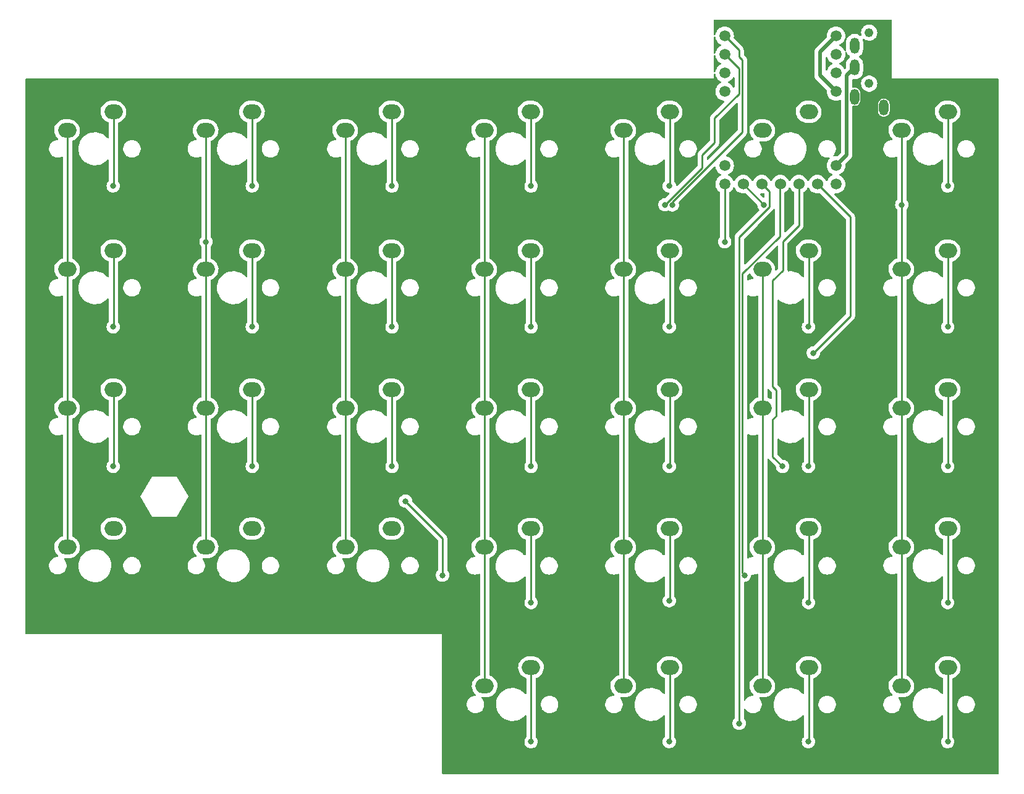
<source format=gbr>
%TF.GenerationSoftware,KiCad,Pcbnew,(7.0.0-0)*%
%TF.CreationDate,2023-04-02T12:13:52+09:00*%
%TF.ProjectId,11111_pcb,31313131-315f-4706-9362-2e6b69636164,rev?*%
%TF.SameCoordinates,Original*%
%TF.FileFunction,Copper,L1,Top*%
%TF.FilePolarity,Positive*%
%FSLAX46Y46*%
G04 Gerber Fmt 4.6, Leading zero omitted, Abs format (unit mm)*
G04 Created by KiCad (PCBNEW (7.0.0-0)) date 2023-04-02 12:13:52*
%MOMM*%
%LPD*%
G01*
G04 APERTURE LIST*
G04 Aperture macros list*
%AMRoundRect*
0 Rectangle with rounded corners*
0 $1 Rounding radius*
0 $2 $3 $4 $5 $6 $7 $8 $9 X,Y pos of 4 corners*
0 Add a 4 corners polygon primitive as box body*
4,1,4,$2,$3,$4,$5,$6,$7,$8,$9,$2,$3,0*
0 Add four circle primitives for the rounded corners*
1,1,$1+$1,$2,$3*
1,1,$1+$1,$4,$5*
1,1,$1+$1,$6,$7*
1,1,$1+$1,$8,$9*
0 Add four rect primitives between the rounded corners*
20,1,$1+$1,$2,$3,$4,$5,0*
20,1,$1+$1,$4,$5,$6,$7,0*
20,1,$1+$1,$6,$7,$8,$9,0*
20,1,$1+$1,$8,$9,$2,$3,0*%
G04 Aperture macros list end*
%TA.AperFunction,ComponentPad*%
%ADD10O,2.500000X2.000000*%
%TD*%
%TA.AperFunction,WasherPad*%
%ADD11C,1.210000*%
%TD*%
%TA.AperFunction,ComponentPad*%
%ADD12O,1.300000X2.200000*%
%TD*%
%TA.AperFunction,ComponentPad*%
%ADD13RoundRect,0.756000X0.000000X-0.006000X0.000000X-0.006000X0.000000X0.006000X0.000000X0.006000X0*%
%TD*%
%TA.AperFunction,ComponentPad*%
%ADD14RoundRect,0.756000X0.006000X0.000000X0.006000X0.000000X-0.006000X0.000000X-0.006000X0.000000X0*%
%TD*%
%TA.AperFunction,ComponentPad*%
%ADD15RoundRect,0.756000X0.000000X0.006000X0.000000X0.006000X0.000000X-0.006000X0.000000X-0.006000X0*%
%TD*%
%TA.AperFunction,ViaPad*%
%ADD16C,0.800000*%
%TD*%
%TA.AperFunction,Conductor*%
%ADD17C,0.250000*%
%TD*%
%TA.AperFunction,Conductor*%
%ADD18C,0.500000*%
%TD*%
G04 APERTURE END LIST*
D10*
%TO.P,SW46,1,1*%
%TO.N,Col3*%
X92074999Y-92693799D03*
%TO.P,SW46,2,2*%
%TO.N,Net-(D46-A)*%
X98424999Y-90153799D03*
%TD*%
D11*
%TO.P,J1,*%
%TO.N,*%
X144818200Y-22100000D03*
X144818200Y-29100000D03*
D12*
%TO.P,J1,A*%
%TO.N,unconnected-(J1-PadA)*%
X146818199Y-32399999D03*
%TO.P,J1,B*%
%TO.N,GND*%
X142818199Y-23899999D03*
%TO.P,J1,C*%
%TO.N,DataLeft*%
X142818199Y-26899999D03*
%TO.P,J1,D*%
%TO.N,VCC*%
X142818199Y-30899999D03*
%TD*%
D10*
%TO.P,SW34,1,1*%
%TO.N,Col5*%
X130174999Y-73599999D03*
%TO.P,SW34,2,2*%
%TO.N,Net-(D34-A)*%
X136524999Y-71059999D03*
%TD*%
%TO.P,SW15,1,1*%
%TO.N,Col0*%
X34924999Y-54549999D03*
%TO.P,SW15,2,2*%
%TO.N,Net-(D15-A)*%
X41274999Y-52009999D03*
%TD*%
%TO.P,SW45,1,1*%
%TO.N,Col2*%
X73024999Y-92668399D03*
%TO.P,SW45,2,2*%
%TO.N,Net-(D45-A)*%
X79374999Y-90128399D03*
%TD*%
%TO.P,SW57,1,1*%
%TO.N,Col3*%
X92134999Y-111699999D03*
%TO.P,SW57,2,2*%
%TO.N,Net-(D57-A)*%
X98484999Y-109159999D03*
%TD*%
%TO.P,SW1,1,1*%
%TO.N,Col0*%
X34924999Y-35499999D03*
%TO.P,SW1,2,2*%
%TO.N,Net-(D1-A)*%
X41274999Y-32959999D03*
%TD*%
%TO.P,SW58,1,1*%
%TO.N,Col4*%
X111124999Y-111699999D03*
%TO.P,SW58,2,2*%
%TO.N,Net-(D58-A)*%
X117474999Y-109159999D03*
%TD*%
%TO.P,SW16,1,1*%
%TO.N,Col1*%
X53904999Y-54549999D03*
%TO.P,SW16,2,2*%
%TO.N,Net-(D16-A)*%
X60254999Y-52009999D03*
%TD*%
%TO.P,SW19,1,1*%
%TO.N,Col4*%
X111124999Y-54549999D03*
%TO.P,SW19,2,2*%
%TO.N,Net-(D19-A)*%
X117474999Y-52009999D03*
%TD*%
%TO.P,SW43,1,1*%
%TO.N,Col0*%
X34924999Y-92668399D03*
%TO.P,SW43,2,2*%
%TO.N,Net-(D43-A)*%
X41274999Y-90128399D03*
%TD*%
%TO.P,SW47,1,1*%
%TO.N,Col4*%
X111124999Y-92693799D03*
%TO.P,SW47,2,2*%
%TO.N,Net-(D47-A)*%
X117474999Y-90153799D03*
%TD*%
%TO.P,SW35,1,1*%
%TO.N,Col6*%
X149224999Y-73599999D03*
%TO.P,SW35,2,2*%
%TO.N,Net-(D35-A)*%
X155574999Y-71059999D03*
%TD*%
%TO.P,SW30,1,1*%
%TO.N,Col1*%
X53904999Y-73599999D03*
%TO.P,SW30,2,2*%
%TO.N,Net-(D30-A)*%
X60254999Y-71059999D03*
%TD*%
%TO.P,SW33,1,1*%
%TO.N,Col4*%
X111124999Y-73599999D03*
%TO.P,SW33,2,2*%
%TO.N,Net-(D33-A)*%
X117474999Y-71059999D03*
%TD*%
%TO.P,SW6,1,1*%
%TO.N,Col5*%
X130174999Y-35499999D03*
%TO.P,SW6,2,2*%
%TO.N,Net-(D6-A)*%
X136524999Y-32959999D03*
%TD*%
%TO.P,SW44,1,1*%
%TO.N,Col1*%
X53904999Y-92668399D03*
%TO.P,SW44,2,2*%
%TO.N,Net-(D44-A)*%
X60254999Y-90128399D03*
%TD*%
%TO.P,SW49,1,1*%
%TO.N,Col6*%
X149224999Y-92649999D03*
%TO.P,SW49,2,2*%
%TO.N,Net-(D49-A)*%
X155574999Y-90109999D03*
%TD*%
%TO.P,SW21,1,1*%
%TO.N,Col6*%
X149224999Y-54549999D03*
%TO.P,SW21,2,2*%
%TO.N,Net-(D21-A)*%
X155574999Y-52009999D03*
%TD*%
%TO.P,SW29,1,1*%
%TO.N,Col0*%
X34924999Y-73599999D03*
%TO.P,SW29,2,2*%
%TO.N,Net-(D29-A)*%
X41274999Y-71059999D03*
%TD*%
%TO.P,SW4,1,1*%
%TO.N,Col3*%
X92074999Y-35499999D03*
%TO.P,SW4,2,2*%
%TO.N,Net-(D4-A)*%
X98424999Y-32959999D03*
%TD*%
%TO.P,SW59,1,1*%
%TO.N,Col5*%
X130174999Y-111699999D03*
%TO.P,SW59,2,2*%
%TO.N,Net-(D59-A)*%
X136524999Y-109159999D03*
%TD*%
%TO.P,SW20,1,1*%
%TO.N,Col5*%
X130174999Y-54549999D03*
%TO.P,SW20,2,2*%
%TO.N,Net-(D20-A)*%
X136524999Y-52009999D03*
%TD*%
%TO.P,SW32,1,1*%
%TO.N,Col3*%
X92074999Y-73599999D03*
%TO.P,SW32,2,2*%
%TO.N,Net-(D32-A)*%
X98424999Y-71059999D03*
%TD*%
%TO.P,SW2,1,1*%
%TO.N,Col1*%
X53904999Y-35499999D03*
%TO.P,SW2,2,2*%
%TO.N,Net-(D2-A)*%
X60254999Y-32959999D03*
%TD*%
%TO.P,SW3,1,1*%
%TO.N,Col2*%
X73024999Y-35499999D03*
%TO.P,SW3,2,2*%
%TO.N,Net-(D3-A)*%
X79374999Y-32959999D03*
%TD*%
%TO.P,SW7,1,1*%
%TO.N,Col6*%
X149224999Y-35499999D03*
%TO.P,SW7,2,2*%
%TO.N,Net-(D7-A)*%
X155574999Y-32959999D03*
%TD*%
%TO.P,SW17,1,1*%
%TO.N,Col2*%
X73024999Y-54549999D03*
%TO.P,SW17,2,2*%
%TO.N,Net-(D17-A)*%
X79374999Y-52009999D03*
%TD*%
%TO.P,SW48,1,1*%
%TO.N,Col5*%
X130174999Y-92693799D03*
%TO.P,SW48,2,2*%
%TO.N,Net-(D48-A)*%
X136524999Y-90153799D03*
%TD*%
%TO.P,SW60,1,1*%
%TO.N,Col6*%
X149224999Y-111699999D03*
%TO.P,SW60,2,2*%
%TO.N,Net-(D60-A)*%
X155574999Y-109159999D03*
%TD*%
%TO.P,SW18,1,1*%
%TO.N,Col3*%
X92074999Y-54549999D03*
%TO.P,SW18,2,2*%
%TO.N,Net-(D18-A)*%
X98424999Y-52009999D03*
%TD*%
%TO.P,SW31,1,1*%
%TO.N,Col2*%
X73024999Y-73599999D03*
%TO.P,SW31,2,2*%
%TO.N,Net-(D31-A)*%
X79374999Y-71059999D03*
%TD*%
%TO.P,SW5,1,1*%
%TO.N,Col4*%
X111124999Y-35499999D03*
%TO.P,SW5,2,2*%
%TO.N,Net-(D5-A)*%
X117474999Y-32959999D03*
%TD*%
D13*
%TO.P,A1,1,GPIO0*%
%TO.N,Col0*%
X125012800Y-22555200D03*
%TO.P,A1,2,GPIO1*%
%TO.N,Col1*%
X125012800Y-25095200D03*
%TO.P,A1,3,GPIO2*%
%TO.N,Col2*%
X125012800Y-27635200D03*
%TO.P,A1,4,GPIO3*%
%TO.N,Col3*%
X125012800Y-30175200D03*
%TO.P,A1,8,GPIO7*%
%TO.N,Col4*%
X125012800Y-40335200D03*
%TO.P,A1,9,GPIO8*%
%TO.N,Col5*%
X125012800Y-42875200D03*
D14*
%TO.P,A1,10,GPIO9*%
%TO.N,Col6*%
X127558800Y-42881200D03*
%TO.P,A1,11,GPIO10*%
%TO.N,Row4*%
X130098800Y-42881200D03*
%TO.P,A1,12,GPIO11*%
%TO.N,Row3*%
X132638800Y-42881200D03*
%TO.P,A1,13,GPIO12*%
%TO.N,Row2*%
X135178800Y-42881200D03*
%TO.P,A1,14,GPIO13*%
%TO.N,Row1*%
X137718800Y-42881200D03*
D15*
%TO.P,A1,15,GPIO14*%
%TO.N,Row0*%
X140264800Y-42875200D03*
%TO.P,A1,16,GPIO15*%
%TO.N,DataLeft*%
X140264800Y-40335200D03*
%TO.P,A1,20,GPIO29*%
%TO.N,VCC*%
X140264800Y-30175200D03*
%TO.P,A1,21,3V3*%
%TO.N,unconnected-(A1-3V3-Pad21)*%
X140264800Y-27635200D03*
%TO.P,A1,22,5V*%
%TO.N,VCC*%
X140264800Y-22555200D03*
%TO.P,A1,23,GND*%
%TO.N,GND*%
X140264800Y-25095200D03*
%TD*%
D16*
%TO.N,Net-(D1-A)*%
X41240000Y-43140000D03*
%TO.N,Net-(D2-A)*%
X60290000Y-43140000D03*
%TO.N,Net-(D3-A)*%
X79440000Y-43140000D03*
%TO.N,Net-(D4-A)*%
X98490000Y-43140000D03*
%TO.N,Net-(D5-A)*%
X117430000Y-43140000D03*
%TO.N,Net-(D7-A)*%
X155575000Y-43140000D03*
%TO.N,Row1*%
X137160000Y-66040000D03*
%TO.N,Net-(D15-A)*%
X41240000Y-62460000D03*
%TO.N,Net-(D16-A)*%
X60290000Y-62460000D03*
%TO.N,Net-(D17-A)*%
X79440000Y-62460000D03*
%TO.N,Net-(D18-A)*%
X98490000Y-62460000D03*
%TO.N,Net-(D19-A)*%
X117430000Y-62460000D03*
%TO.N,Net-(D20-A)*%
X136500000Y-62460000D03*
%TO.N,Net-(D21-A)*%
X155575000Y-62460000D03*
%TO.N,Row2*%
X132950000Y-81590000D03*
%TO.N,Net-(D29-A)*%
X41240000Y-81590000D03*
%TO.N,Net-(D30-A)*%
X60290000Y-81590000D03*
%TO.N,Net-(D31-A)*%
X79440000Y-81590000D03*
%TO.N,Net-(D32-A)*%
X98490000Y-81590000D03*
%TO.N,Net-(D33-A)*%
X117430000Y-81590000D03*
%TO.N,Net-(D34-A)*%
X136500000Y-81590000D03*
%TO.N,Net-(D35-A)*%
X155575000Y-81590000D03*
%TO.N,Row3*%
X127724500Y-96520000D03*
X86360000Y-96520000D03*
X81280000Y-86360000D03*
%TO.N,Net-(D46-A)*%
X98490000Y-100270000D03*
%TO.N,Net-(D47-A)*%
X117430000Y-100020000D03*
%TO.N,Net-(D48-A)*%
X136500000Y-100270000D03*
%TO.N,Net-(D49-A)*%
X155575000Y-100270000D03*
%TO.N,Row4*%
X127000000Y-116840000D03*
%TO.N,Net-(D57-A)*%
X98490000Y-119340000D03*
%TO.N,Net-(D58-A)*%
X117430000Y-119340000D03*
%TO.N,Net-(D59-A)*%
X136500000Y-119340000D03*
%TO.N,Net-(D60-A)*%
X155575000Y-119340000D03*
%TO.N,Col0*%
X117852051Y-45732548D03*
%TO.N,Col1*%
X116840000Y-45720000D03*
X53960000Y-50800000D03*
%TO.N,Col5*%
X125018800Y-50800000D03*
%TO.N,Col6*%
X149280000Y-45720000D03*
X130403600Y-45720000D03*
%TD*%
D17*
%TO.N,Net-(D1-A)*%
X41275000Y-32960000D02*
X41275000Y-43105000D01*
X41275000Y-43105000D02*
X41240000Y-43140000D01*
%TO.N,Net-(D2-A)*%
X60255000Y-32960000D02*
X60255000Y-43105000D01*
X60255000Y-43105000D02*
X60290000Y-43140000D01*
%TO.N,Net-(D3-A)*%
X79375000Y-32960000D02*
X79375000Y-43075000D01*
X79375000Y-43075000D02*
X79440000Y-43140000D01*
%TO.N,Net-(D4-A)*%
X98425000Y-32960000D02*
X98425000Y-43075000D01*
X98425000Y-43075000D02*
X98490000Y-43140000D01*
%TO.N,Net-(D5-A)*%
X117475000Y-43095000D02*
X117430000Y-43140000D01*
X117475000Y-32960000D02*
X117475000Y-43095000D01*
%TO.N,Net-(D7-A)*%
X155575000Y-32960000D02*
X155575000Y-43140000D01*
%TO.N,Row1*%
X142240000Y-60960000D02*
X142240000Y-47396400D01*
X137160000Y-66040000D02*
X142240000Y-60960000D01*
X142240000Y-47396400D02*
X137718800Y-42875200D01*
%TO.N,Net-(D15-A)*%
X41275000Y-52010000D02*
X41275000Y-62425000D01*
X41275000Y-62425000D02*
X41240000Y-62460000D01*
%TO.N,Net-(D16-A)*%
X60255000Y-52010000D02*
X60255000Y-62425000D01*
X60255000Y-62425000D02*
X60290000Y-62460000D01*
%TO.N,Net-(D17-A)*%
X79375000Y-52010000D02*
X79375000Y-62395000D01*
X79375000Y-62395000D02*
X79440000Y-62460000D01*
%TO.N,Net-(D18-A)*%
X98425000Y-52010000D02*
X98425000Y-62395000D01*
X98425000Y-62395000D02*
X98490000Y-62460000D01*
%TO.N,Net-(D19-A)*%
X117475000Y-62415000D02*
X117430000Y-62460000D01*
X117475000Y-52010000D02*
X117475000Y-62415000D01*
%TO.N,Net-(D20-A)*%
X136525000Y-52010000D02*
X136525000Y-62435000D01*
X136525000Y-62435000D02*
X136500000Y-62460000D01*
%TO.N,Net-(D21-A)*%
X155575000Y-52010000D02*
X155575000Y-62460000D01*
%TO.N,Row2*%
X135178800Y-42875200D02*
X135178800Y-48539967D01*
X131610000Y-75156243D02*
X131610000Y-80250000D01*
X132080000Y-74686243D02*
X131610000Y-75156243D01*
X133001243Y-50717524D02*
X133001243Y-54715000D01*
X133001243Y-54715000D02*
X131610000Y-56106243D01*
X135178800Y-48539967D02*
X133001243Y-50717524D01*
X132080000Y-71120000D02*
X132080000Y-74686243D01*
X131610000Y-80250000D02*
X132950000Y-81590000D01*
X131610000Y-70650000D02*
X132080000Y-71120000D01*
X131610000Y-56106243D02*
X131610000Y-70650000D01*
%TO.N,Net-(D29-A)*%
X41275000Y-81555000D02*
X41240000Y-81590000D01*
X41275000Y-71060000D02*
X41275000Y-81555000D01*
%TO.N,Net-(D30-A)*%
X60255000Y-81555000D02*
X60290000Y-81590000D01*
X60255000Y-71060000D02*
X60255000Y-81555000D01*
%TO.N,Net-(D31-A)*%
X79375000Y-71060000D02*
X79375000Y-81525000D01*
X79375000Y-81525000D02*
X79440000Y-81590000D01*
%TO.N,Net-(D32-A)*%
X98425000Y-81525000D02*
X98490000Y-81590000D01*
X98425000Y-71060000D02*
X98425000Y-81525000D01*
%TO.N,Net-(D33-A)*%
X117475000Y-71060000D02*
X117475000Y-81545000D01*
X117475000Y-81545000D02*
X117430000Y-81590000D01*
%TO.N,Net-(D34-A)*%
X136525000Y-81565000D02*
X136500000Y-81590000D01*
X136525000Y-71060000D02*
X136525000Y-81565000D01*
%TO.N,Net-(D35-A)*%
X155575000Y-71060000D02*
X155575000Y-81590000D01*
%TO.N,Row3*%
X132551243Y-42962757D02*
X132638800Y-42875200D01*
X127450000Y-55151167D02*
X132551243Y-50049924D01*
X127450000Y-96245500D02*
X127450000Y-55151167D01*
X132551243Y-50049924D02*
X132551243Y-42962757D01*
X127724500Y-96520000D02*
X127450000Y-96245500D01*
X81280000Y-86360000D02*
X86360000Y-91440000D01*
X86360000Y-91440000D02*
X86360000Y-96520000D01*
%TO.N,Net-(D46-A)*%
X98425000Y-90230000D02*
X98425000Y-100205000D01*
X98425000Y-100205000D02*
X98490000Y-100270000D01*
%TO.N,Net-(D47-A)*%
X117475000Y-99975000D02*
X117430000Y-100020000D01*
X117475000Y-90230000D02*
X117475000Y-99975000D01*
%TO.N,Net-(D48-A)*%
X136525000Y-90230000D02*
X136525000Y-100245000D01*
X136525000Y-100245000D02*
X136500000Y-100270000D01*
%TO.N,Net-(D49-A)*%
X155575000Y-90110000D02*
X155575000Y-100270000D01*
%TO.N,Row4*%
X130098800Y-42875200D02*
X131128600Y-43905000D01*
X127000000Y-50148905D02*
X127000000Y-116840000D01*
X131128600Y-46020305D02*
X127000000Y-50148905D01*
X131128600Y-43905000D02*
X131128600Y-46020305D01*
%TO.N,Net-(D57-A)*%
X98485000Y-119335000D02*
X98490000Y-119340000D01*
X98485000Y-109160000D02*
X98485000Y-119335000D01*
%TO.N,Net-(D58-A)*%
X117475000Y-109160000D02*
X117475000Y-119295000D01*
X117475000Y-119295000D02*
X117430000Y-119340000D01*
%TO.N,Net-(D59-A)*%
X136525000Y-109160000D02*
X136525000Y-119315000D01*
X136525000Y-119315000D02*
X136500000Y-119340000D01*
%TO.N,Net-(D60-A)*%
X155575000Y-109160000D02*
X155575000Y-119340000D01*
D18*
%TO.N,DataLeft*%
X140258800Y-40335200D02*
X141742800Y-38851200D01*
X141742800Y-27950000D02*
X142792800Y-26900000D01*
X141742800Y-38851200D02*
X141742800Y-27950000D01*
%TO.N,VCC*%
X140258800Y-22555200D02*
X138067200Y-24746800D01*
X138067200Y-27983600D02*
X140258800Y-30175200D01*
X138067200Y-24746800D02*
X138067200Y-27983600D01*
D17*
%TO.N,Col0*%
X127000000Y-25400000D02*
X127000000Y-24536400D01*
X34980000Y-35555000D02*
X34980000Y-92715000D01*
X117852051Y-45732548D02*
X117852051Y-45344345D01*
X127450000Y-35746396D02*
X127450000Y-25850000D01*
X117852051Y-45344345D02*
X127450000Y-35746396D01*
X127450000Y-25850000D02*
X127000000Y-25400000D01*
X34925000Y-35500000D02*
X34980000Y-35555000D01*
X127000000Y-24536400D02*
X125018800Y-22555200D01*
%TO.N,Col1*%
X121920000Y-38923200D02*
X123636800Y-37206400D01*
X53960000Y-50800000D02*
X53960000Y-35555000D01*
X123636800Y-37206400D02*
X123636800Y-33843200D01*
X123636800Y-33843200D02*
X127000000Y-30480000D01*
X53960000Y-50800000D02*
X53960000Y-92715000D01*
X116840000Y-45720000D02*
X121920000Y-40640000D01*
X121920000Y-40640000D02*
X121920000Y-38923200D01*
X53960000Y-35555000D02*
X53905000Y-35500000D01*
X127000000Y-30480000D02*
X127000000Y-27076400D01*
X127000000Y-27076400D02*
X125018800Y-25095200D01*
%TO.N,Col2*%
X73080000Y-35555000D02*
X73080000Y-92715000D01*
X73025000Y-35500000D02*
X73080000Y-35555000D01*
%TO.N,Col3*%
X92075000Y-92770000D02*
X92135000Y-92830000D01*
X92130000Y-35555000D02*
X92130000Y-92715000D01*
X92130000Y-92715000D02*
X92075000Y-92770000D01*
X92135000Y-92830000D02*
X92135000Y-111700000D01*
X92075000Y-35500000D02*
X92130000Y-35555000D01*
%TO.N,Col4*%
X111180000Y-35555000D02*
X111180000Y-111645000D01*
X111180000Y-111645000D02*
X111125000Y-111700000D01*
X111125000Y-35500000D02*
X111180000Y-35555000D01*
%TO.N,Col5*%
X125018800Y-42875200D02*
X125018800Y-50800000D01*
X130230000Y-111645000D02*
X130230000Y-54605000D01*
X130175000Y-111700000D02*
X130230000Y-111645000D01*
X130230000Y-54605000D02*
X130175000Y-54550000D01*
%TO.N,Col6*%
X149280000Y-111645000D02*
X149225000Y-111700000D01*
X130403600Y-45720000D02*
X127558800Y-42875200D01*
X149280000Y-35555000D02*
X149280000Y-45720000D01*
X149225000Y-35500000D02*
X149280000Y-35555000D01*
X149280000Y-45720000D02*
X149280000Y-111645000D01*
%TD*%
%TA.AperFunction,NonConductor*%
G36*
X123686312Y-22662763D02*
G01*
X123734322Y-22700285D01*
X123758502Y-22755777D01*
X123758820Y-22759811D01*
X123760094Y-22764870D01*
X123760095Y-22764871D01*
X123813075Y-22975132D01*
X123813077Y-22975140D01*
X123814435Y-22980526D01*
X123908567Y-23187763D01*
X123911739Y-23192342D01*
X123911740Y-23192343D01*
X124035014Y-23370280D01*
X124035019Y-23370286D01*
X124038190Y-23374863D01*
X124199137Y-23535810D01*
X124203714Y-23538981D01*
X124203719Y-23538985D01*
X124324184Y-23622443D01*
X124386237Y-23665433D01*
X124489420Y-23712301D01*
X124534036Y-23746589D01*
X124558904Y-23797065D01*
X124558904Y-23853335D01*
X124534036Y-23903811D01*
X124489420Y-23938099D01*
X124391312Y-23982662D01*
X124386237Y-23984967D01*
X124381661Y-23988136D01*
X124381656Y-23988140D01*
X124203719Y-24111414D01*
X124203707Y-24111423D01*
X124199137Y-24114590D01*
X124195200Y-24118526D01*
X124195194Y-24118532D01*
X124042132Y-24271594D01*
X124042126Y-24271600D01*
X124038190Y-24275537D01*
X124035023Y-24280107D01*
X124035014Y-24280119D01*
X123911740Y-24458056D01*
X123911736Y-24458061D01*
X123908567Y-24462637D01*
X123906264Y-24467707D01*
X123906262Y-24467711D01*
X123817050Y-24664118D01*
X123814435Y-24669874D01*
X123813078Y-24675255D01*
X123813075Y-24675267D01*
X123761394Y-24880374D01*
X123758820Y-24890589D01*
X123758502Y-24894622D01*
X123734322Y-24950115D01*
X123686312Y-24987637D01*
X123626225Y-24997760D01*
X123568571Y-24978039D01*
X123527271Y-24933236D01*
X123512300Y-24874170D01*
X123512300Y-22776230D01*
X123527271Y-22717164D01*
X123568571Y-22672361D01*
X123626225Y-22652640D01*
X123686312Y-22662763D01*
G37*
%TD.AperFunction*%
%TA.AperFunction,NonConductor*%
G36*
X141710586Y-24757112D02*
G01*
X141749434Y-24802687D01*
X141826449Y-24957354D01*
X141826451Y-24957358D01*
X141829004Y-24962484D01*
X141832454Y-24967052D01*
X141832458Y-24967059D01*
X141903385Y-25060981D01*
X141958390Y-25133820D01*
X141962624Y-25137680D01*
X141962627Y-25137683D01*
X142034017Y-25202763D01*
X142117057Y-25278464D01*
X142121927Y-25281479D01*
X142121928Y-25281480D01*
X142143074Y-25294573D01*
X142186126Y-25339661D01*
X142201797Y-25400000D01*
X142186126Y-25460339D01*
X142143074Y-25505427D01*
X142121928Y-25518519D01*
X142121920Y-25518524D01*
X142117057Y-25521536D01*
X142112826Y-25525392D01*
X142112822Y-25525396D01*
X141962627Y-25662316D01*
X141962619Y-25662324D01*
X141958390Y-25666180D01*
X141954936Y-25670752D01*
X141954933Y-25670757D01*
X141832458Y-25832940D01*
X141832450Y-25832951D01*
X141829004Y-25837516D01*
X141826454Y-25842636D01*
X141826449Y-25842645D01*
X141735857Y-26024578D01*
X141735853Y-26024586D01*
X141733303Y-26029709D01*
X141731737Y-26035212D01*
X141731733Y-26035223D01*
X141684208Y-26202259D01*
X141674547Y-26236214D01*
X141659700Y-26396440D01*
X141659700Y-26399312D01*
X141659700Y-26909057D01*
X141650261Y-26956510D01*
X141623380Y-26996739D01*
X141573194Y-27046924D01*
X141522506Y-27077596D01*
X141463372Y-27081249D01*
X141409294Y-27057050D01*
X141374173Y-27012500D01*
X141374084Y-27012551D01*
X141373750Y-27011963D01*
X141372615Y-27010523D01*
X141372604Y-27010500D01*
X141369033Y-27002637D01*
X141304201Y-26909057D01*
X141242585Y-26820119D01*
X141242581Y-26820114D01*
X141239410Y-26815537D01*
X141078463Y-26654590D01*
X141073886Y-26651419D01*
X141073880Y-26651414D01*
X140895943Y-26528140D01*
X140895942Y-26528139D01*
X140891363Y-26524967D01*
X140788179Y-26478098D01*
X140743564Y-26443811D01*
X140718695Y-26393335D01*
X140718695Y-26337065D01*
X140743564Y-26286589D01*
X140788180Y-26252301D01*
X140891363Y-26205433D01*
X141078463Y-26075810D01*
X141239410Y-25914863D01*
X141369033Y-25727763D01*
X141463165Y-25520526D01*
X141518780Y-25299811D01*
X141529300Y-25166142D01*
X141529300Y-25024258D01*
X141518780Y-24890589D01*
X141517504Y-24885528D01*
X141516659Y-24880374D01*
X141518171Y-24880125D01*
X141518011Y-24828391D01*
X141545911Y-24775403D01*
X141595391Y-24741669D01*
X141654910Y-24735058D01*
X141710586Y-24757112D01*
G37*
%TD.AperFunction*%
%TA.AperFunction,NonConductor*%
G36*
X139027011Y-25463897D02*
G01*
X139066017Y-25518867D01*
X139066435Y-25520526D01*
X139160567Y-25727763D01*
X139163739Y-25732342D01*
X139163740Y-25732343D01*
X139287014Y-25910280D01*
X139287019Y-25910286D01*
X139290190Y-25914863D01*
X139451137Y-26075810D01*
X139455714Y-26078981D01*
X139455719Y-26078985D01*
X139576184Y-26162443D01*
X139638237Y-26205433D01*
X139741420Y-26252301D01*
X139786036Y-26286589D01*
X139810904Y-26337065D01*
X139810904Y-26393335D01*
X139786036Y-26443811D01*
X139741420Y-26478099D01*
X139643312Y-26522662D01*
X139638237Y-26524967D01*
X139633661Y-26528136D01*
X139633656Y-26528140D01*
X139455719Y-26651414D01*
X139455707Y-26651423D01*
X139451137Y-26654590D01*
X139447200Y-26658526D01*
X139447194Y-26658532D01*
X139294132Y-26811594D01*
X139294126Y-26811600D01*
X139290190Y-26815537D01*
X139287023Y-26820107D01*
X139287014Y-26820119D01*
X139163740Y-26998056D01*
X139163736Y-26998061D01*
X139160567Y-27002637D01*
X139158263Y-27007708D01*
X139158262Y-27007711D01*
X139068740Y-27204799D01*
X139066435Y-27209874D01*
X139066017Y-27211532D01*
X139027011Y-27266503D01*
X138963582Y-27292775D01*
X138895898Y-27281275D01*
X138844706Y-27235527D01*
X138825700Y-27169555D01*
X138825700Y-25560845D01*
X138844706Y-25494873D01*
X138895898Y-25449125D01*
X138963582Y-25437625D01*
X139027011Y-25463897D01*
G37*
%TD.AperFunction*%
%TA.AperFunction,NonConductor*%
G36*
X123686312Y-25202763D02*
G01*
X123734322Y-25240285D01*
X123758502Y-25295777D01*
X123758820Y-25299811D01*
X123760094Y-25304870D01*
X123760095Y-25304871D01*
X123813075Y-25515132D01*
X123813077Y-25515140D01*
X123814435Y-25520526D01*
X123908567Y-25727763D01*
X123911739Y-25732342D01*
X123911740Y-25732343D01*
X124035014Y-25910280D01*
X124035019Y-25910286D01*
X124038190Y-25914863D01*
X124199137Y-26075810D01*
X124203714Y-26078981D01*
X124203719Y-26078985D01*
X124324184Y-26162443D01*
X124386237Y-26205433D01*
X124489420Y-26252301D01*
X124534036Y-26286589D01*
X124558904Y-26337065D01*
X124558904Y-26393335D01*
X124534036Y-26443811D01*
X124489420Y-26478099D01*
X124391312Y-26522662D01*
X124386237Y-26524967D01*
X124381661Y-26528136D01*
X124381656Y-26528140D01*
X124203719Y-26651414D01*
X124203707Y-26651423D01*
X124199137Y-26654590D01*
X124195200Y-26658526D01*
X124195194Y-26658532D01*
X124042132Y-26811594D01*
X124042126Y-26811600D01*
X124038190Y-26815537D01*
X124035023Y-26820107D01*
X124035014Y-26820119D01*
X123911740Y-26998056D01*
X123911736Y-26998061D01*
X123908567Y-27002637D01*
X123906263Y-27007708D01*
X123906262Y-27007711D01*
X123830965Y-27173483D01*
X123814435Y-27209874D01*
X123813078Y-27215255D01*
X123813075Y-27215267D01*
X123764910Y-27406420D01*
X123758820Y-27430589D01*
X123758502Y-27434622D01*
X123734322Y-27490115D01*
X123686312Y-27527637D01*
X123626225Y-27537760D01*
X123568571Y-27518039D01*
X123527271Y-27473236D01*
X123512300Y-27414170D01*
X123512300Y-25316230D01*
X123527271Y-25257164D01*
X123568571Y-25212361D01*
X123626225Y-25192640D01*
X123686312Y-25202763D01*
G37*
%TD.AperFunction*%
%TA.AperFunction,NonConductor*%
G36*
X126300277Y-28181658D02*
G01*
X126348661Y-28227298D01*
X126366500Y-28291375D01*
X126366500Y-29519025D01*
X126348661Y-29583102D01*
X126300277Y-29628742D01*
X126235270Y-29642814D01*
X126172342Y-29621269D01*
X126129601Y-29570307D01*
X126117033Y-29542637D01*
X126074043Y-29480584D01*
X125990585Y-29360119D01*
X125990581Y-29360114D01*
X125987410Y-29355537D01*
X125826463Y-29194590D01*
X125821886Y-29191419D01*
X125821880Y-29191414D01*
X125643943Y-29068140D01*
X125643942Y-29068139D01*
X125639363Y-29064967D01*
X125536179Y-29018098D01*
X125491564Y-28983811D01*
X125466695Y-28933335D01*
X125466695Y-28877065D01*
X125491564Y-28826589D01*
X125536180Y-28792301D01*
X125639363Y-28745433D01*
X125826463Y-28615810D01*
X125987410Y-28454863D01*
X126117033Y-28267763D01*
X126129601Y-28240092D01*
X126172342Y-28189131D01*
X126235270Y-28167586D01*
X126300277Y-28181658D01*
G37*
%TD.AperFunction*%
%TA.AperFunction,NonConductor*%
G36*
X126765385Y-31758449D02*
G01*
X126802985Y-31802472D01*
X126816500Y-31858767D01*
X126816500Y-35432630D01*
X126807061Y-35480083D01*
X126780181Y-35520311D01*
X122765181Y-39535311D01*
X122715818Y-39565561D01*
X122658102Y-39570103D01*
X122604615Y-39547948D01*
X122567015Y-39503925D01*
X122553500Y-39447630D01*
X122553500Y-39236966D01*
X122562939Y-39189513D01*
X122589819Y-39149285D01*
X123307904Y-38431200D01*
X124029017Y-37710086D01*
X124037352Y-37702502D01*
X124043818Y-37698400D01*
X124090491Y-37648695D01*
X124093109Y-37645994D01*
X124112935Y-37626170D01*
X124115460Y-37622913D01*
X124123051Y-37614024D01*
X124153386Y-37581721D01*
X124163223Y-37563825D01*
X124173896Y-37547577D01*
X124186414Y-37531441D01*
X124204015Y-37490764D01*
X124209150Y-37480284D01*
X124226735Y-37448299D01*
X124226734Y-37448299D01*
X124230495Y-37441460D01*
X124235574Y-37421673D01*
X124241870Y-37403285D01*
X124249981Y-37384545D01*
X124256912Y-37340776D01*
X124259282Y-37329339D01*
X124263365Y-37313438D01*
X124270300Y-37286430D01*
X124270300Y-37266015D01*
X124271827Y-37246617D01*
X124271865Y-37246372D01*
X124275020Y-37226457D01*
X124270850Y-37182342D01*
X124270300Y-37170673D01*
X124270300Y-34156966D01*
X124279739Y-34109513D01*
X124306619Y-34069285D01*
X126604819Y-31771086D01*
X126654182Y-31740836D01*
X126711898Y-31736294D01*
X126765385Y-31758449D01*
G37*
%TD.AperFunction*%
%TA.AperFunction,NonConductor*%
G36*
X130447319Y-44148190D02*
G01*
X130482516Y-44191571D01*
X130495100Y-44245999D01*
X130495100Y-44616234D01*
X130481585Y-44672529D01*
X130443985Y-44716552D01*
X130390498Y-44738707D01*
X130332782Y-44734165D01*
X130283419Y-44703915D01*
X129936751Y-44357246D01*
X129906203Y-44306953D01*
X129902279Y-44248240D01*
X129925864Y-44194330D01*
X129971646Y-44157362D01*
X130027858Y-44145956D01*
X130027858Y-44145700D01*
X130029122Y-44145700D01*
X130167297Y-44145700D01*
X130169742Y-44145700D01*
X130303411Y-44135180D01*
X130340802Y-44125757D01*
X130396653Y-44124660D01*
X130447319Y-44148190D01*
G37*
%TD.AperFunction*%
%TA.AperFunction,NonConductor*%
G36*
X133987411Y-43359964D02*
G01*
X134021698Y-43404579D01*
X134068567Y-43507763D01*
X134071739Y-43512342D01*
X134071740Y-43512343D01*
X134195014Y-43690280D01*
X134195019Y-43690286D01*
X134198190Y-43694863D01*
X134359137Y-43855810D01*
X134491917Y-43947800D01*
X134531146Y-43992196D01*
X134545300Y-44049727D01*
X134545300Y-48226201D01*
X134535861Y-48273654D01*
X134508981Y-48313882D01*
X133396424Y-49426438D01*
X133347061Y-49456688D01*
X133289345Y-49461230D01*
X133235858Y-49439075D01*
X133198258Y-49395052D01*
X133184743Y-49338757D01*
X133184743Y-44104647D01*
X133193656Y-44058484D01*
X133219115Y-44018957D01*
X133257459Y-43991749D01*
X133260802Y-43990229D01*
X133271363Y-43985433D01*
X133458463Y-43855810D01*
X133619410Y-43694863D01*
X133749033Y-43507763D01*
X133795901Y-43404579D01*
X133830189Y-43359964D01*
X133880665Y-43335095D01*
X133936935Y-43335095D01*
X133987411Y-43359964D01*
G37*
%TD.AperFunction*%
%TA.AperFunction,NonConductor*%
G36*
X131850729Y-46280470D02*
G01*
X131899673Y-46326142D01*
X131917743Y-46390600D01*
X131917743Y-49736158D01*
X131908304Y-49783611D01*
X131881424Y-49823839D01*
X127845181Y-53860081D01*
X127795818Y-53890331D01*
X127738102Y-53894873D01*
X127684615Y-53872718D01*
X127647015Y-53828695D01*
X127633500Y-53772400D01*
X127633500Y-50462671D01*
X127642939Y-50415218D01*
X127669819Y-50374990D01*
X129540569Y-48504240D01*
X131520817Y-46523991D01*
X131529152Y-46516407D01*
X131535618Y-46512305D01*
X131582291Y-46462601D01*
X131584908Y-46459900D01*
X131604735Y-46440075D01*
X131607260Y-46436818D01*
X131614851Y-46427929D01*
X131645186Y-46395626D01*
X131655023Y-46377730D01*
X131665696Y-46361482D01*
X131678214Y-46345346D01*
X131681315Y-46338179D01*
X131685285Y-46331467D01*
X131687096Y-46332538D01*
X131722121Y-46289376D01*
X131785177Y-46266896D01*
X131850729Y-46280470D01*
G37*
%TD.AperFunction*%
%TA.AperFunction,NonConductor*%
G36*
X132316628Y-51328373D02*
G01*
X132354228Y-51372396D01*
X132367743Y-51428691D01*
X132367743Y-54401234D01*
X132358304Y-54448687D01*
X132331424Y-54488915D01*
X132144988Y-54675350D01*
X132094674Y-54705905D01*
X132035938Y-54709814D01*
X131982018Y-54686196D01*
X131945066Y-54640375D01*
X131933408Y-54582677D01*
X131937181Y-54489061D01*
X131907823Y-54247280D01*
X131840061Y-54013338D01*
X131735650Y-53793296D01*
X131597293Y-53592852D01*
X131428575Y-53417198D01*
X131233865Y-53270883D01*
X131114021Y-53207984D01*
X131022626Y-53160016D01*
X131022622Y-53160014D01*
X131018205Y-53157696D01*
X131013467Y-53156114D01*
X131013462Y-53156112D01*
X130791922Y-53082151D01*
X130791916Y-53082149D01*
X130787182Y-53080569D01*
X130782258Y-53079768D01*
X130782251Y-53079767D01*
X130707342Y-53067593D01*
X130646417Y-53039245D01*
X130609226Y-52983279D01*
X130606689Y-52916130D01*
X130639551Y-52857520D01*
X132156061Y-51341010D01*
X132205425Y-51310760D01*
X132263141Y-51306218D01*
X132316628Y-51328373D01*
G37*
%TD.AperFunction*%
%TA.AperFunction,NonConductor*%
G36*
X128516248Y-55132418D02*
G01*
X128553286Y-55178015D01*
X128577160Y-55228328D01*
X128614350Y-55306704D01*
X128752707Y-55507148D01*
X128756161Y-55510744D01*
X128756166Y-55510750D01*
X128817067Y-55574154D01*
X128874321Y-55633762D01*
X128919564Y-55680864D01*
X128951555Y-55741599D01*
X128946336Y-55810045D01*
X128905505Y-55865227D01*
X128841577Y-55890233D01*
X128689170Y-55904356D01*
X128689167Y-55904356D01*
X128683464Y-55904885D01*
X128677950Y-55906453D01*
X128677949Y-55906454D01*
X128474986Y-55964201D01*
X128474975Y-55964205D01*
X128469472Y-55965771D01*
X128464349Y-55968321D01*
X128464341Y-55968325D01*
X128275445Y-56062385D01*
X128275440Y-56062387D01*
X128271169Y-56064514D01*
X128271168Y-56064515D01*
X128270311Y-56064942D01*
X128270236Y-56064792D01*
X128210365Y-56082577D01*
X128147161Y-56066939D01*
X128100594Y-56021435D01*
X128083500Y-55958610D01*
X128083500Y-55464933D01*
X128092939Y-55417480D01*
X128119816Y-55377254D01*
X128353581Y-55143488D01*
X128403772Y-55112975D01*
X128462380Y-55108985D01*
X128516248Y-55132418D01*
G37*
%TD.AperFunction*%
%TA.AperFunction,NonConductor*%
G36*
X131048598Y-70977598D02*
G01*
X131094232Y-71022380D01*
X131105458Y-71041362D01*
X131110975Y-71046879D01*
X131110976Y-71046880D01*
X131119889Y-71055793D01*
X131132525Y-71070588D01*
X131139938Y-71080791D01*
X131139943Y-71080796D01*
X131144528Y-71087107D01*
X131174620Y-71112001D01*
X131178667Y-71115349D01*
X131187308Y-71123212D01*
X131410181Y-71346085D01*
X131437061Y-71386313D01*
X131446500Y-71433766D01*
X131446500Y-72232380D01*
X131427965Y-72297595D01*
X131377902Y-72343315D01*
X131311277Y-72355871D01*
X131248007Y-72331510D01*
X131237858Y-72323883D01*
X131237853Y-72323880D01*
X131233865Y-72320883D01*
X131018205Y-72207696D01*
X131013466Y-72206114D01*
X131013464Y-72206113D01*
X130948233Y-72184336D01*
X130904034Y-72158420D01*
X130874085Y-72116848D01*
X130863500Y-72066717D01*
X130863500Y-71085501D01*
X130879983Y-71023726D01*
X130925051Y-70978375D01*
X130986721Y-70961503D01*
X131048598Y-70977598D01*
G37*
%TD.AperFunction*%
%TA.AperFunction,NonConductor*%
G36*
X128270236Y-58115207D02*
G01*
X128270311Y-58115058D01*
X128469472Y-58214229D01*
X128683464Y-58275115D01*
X128849497Y-58290500D01*
X128957631Y-58290500D01*
X128960503Y-58290500D01*
X129126536Y-58275115D01*
X129340528Y-58214229D01*
X129350555Y-58209235D01*
X129417229Y-58176037D01*
X129478227Y-58163169D01*
X129537778Y-58181610D01*
X129580829Y-58226698D01*
X129596500Y-58287037D01*
X129596500Y-72030173D01*
X129584528Y-72083331D01*
X129550923Y-72126224D01*
X129502175Y-72150570D01*
X129450598Y-72163282D01*
X129450591Y-72163284D01*
X129445752Y-72164477D01*
X129441165Y-72166431D01*
X129441157Y-72166434D01*
X129226282Y-72257984D01*
X129226272Y-72257989D01*
X129221684Y-72259944D01*
X129217474Y-72262606D01*
X129217463Y-72262612D01*
X129020051Y-72387448D01*
X129020042Y-72387454D01*
X129015832Y-72390117D01*
X129012105Y-72393418D01*
X129012094Y-72393427D01*
X128837265Y-72548312D01*
X128837261Y-72548315D01*
X128833526Y-72551625D01*
X128830368Y-72555492D01*
X128830364Y-72555497D01*
X128682651Y-72736413D01*
X128682644Y-72736422D01*
X128679490Y-72740286D01*
X128676997Y-72744603D01*
X128676990Y-72744614D01*
X128560213Y-72946877D01*
X128560206Y-72946890D01*
X128557711Y-72951213D01*
X128471344Y-73178943D01*
X128470346Y-73183826D01*
X128470344Y-73183837D01*
X128423625Y-73412683D01*
X128423624Y-73412689D01*
X128422626Y-73417579D01*
X128422425Y-73422563D01*
X128422424Y-73422573D01*
X128413020Y-73655936D01*
X128413020Y-73655943D01*
X128412819Y-73660939D01*
X128413422Y-73665905D01*
X128441573Y-73897753D01*
X128441575Y-73897763D01*
X128442177Y-73902720D01*
X128443568Y-73907522D01*
X128443569Y-73907527D01*
X128508547Y-74131858D01*
X128508549Y-74131863D01*
X128509939Y-74136662D01*
X128512077Y-74141168D01*
X128512081Y-74141178D01*
X128577160Y-74278328D01*
X128614350Y-74356704D01*
X128752707Y-74557148D01*
X128756161Y-74560744D01*
X128756166Y-74560750D01*
X128817067Y-74624154D01*
X128874321Y-74683762D01*
X128919564Y-74730864D01*
X128951555Y-74791599D01*
X128946336Y-74860045D01*
X128905505Y-74915227D01*
X128841577Y-74940233D01*
X128689170Y-74954356D01*
X128689167Y-74954356D01*
X128683464Y-74954885D01*
X128677950Y-74956453D01*
X128677949Y-74956454D01*
X128474986Y-75014201D01*
X128474975Y-75014205D01*
X128469472Y-75015771D01*
X128464349Y-75018321D01*
X128464341Y-75018325D01*
X128275445Y-75112385D01*
X128275440Y-75112387D01*
X128271169Y-75114514D01*
X128271168Y-75114515D01*
X128270311Y-75114942D01*
X128270236Y-75114792D01*
X128210365Y-75132577D01*
X128147161Y-75116939D01*
X128100594Y-75071435D01*
X128083500Y-75008610D01*
X128083500Y-58221390D01*
X128100594Y-58158565D01*
X128147161Y-58113061D01*
X128210365Y-58097423D01*
X128270236Y-58115207D01*
G37*
%TD.AperFunction*%
%TA.AperFunction,NonConductor*%
G36*
X128270236Y-77165207D02*
G01*
X128270311Y-77165058D01*
X128469472Y-77264229D01*
X128683464Y-77325115D01*
X128849497Y-77340500D01*
X128957631Y-77340500D01*
X128960503Y-77340500D01*
X129126536Y-77325115D01*
X129340528Y-77264229D01*
X129350555Y-77259235D01*
X129417229Y-77226037D01*
X129478227Y-77213169D01*
X129537778Y-77231610D01*
X129580829Y-77276698D01*
X129596500Y-77337037D01*
X129596500Y-91123973D01*
X129584528Y-91177131D01*
X129550923Y-91220024D01*
X129502175Y-91244370D01*
X129450598Y-91257082D01*
X129450591Y-91257084D01*
X129445752Y-91258277D01*
X129441165Y-91260231D01*
X129441157Y-91260234D01*
X129226282Y-91351784D01*
X129226272Y-91351789D01*
X129221684Y-91353744D01*
X129217474Y-91356406D01*
X129217463Y-91356412D01*
X129020051Y-91481248D01*
X129020042Y-91481254D01*
X129015832Y-91483917D01*
X129012105Y-91487218D01*
X129012094Y-91487227D01*
X128837265Y-91642112D01*
X128837261Y-91642115D01*
X128833526Y-91645425D01*
X128830368Y-91649292D01*
X128830364Y-91649297D01*
X128682651Y-91830213D01*
X128682644Y-91830222D01*
X128679490Y-91834086D01*
X128676997Y-91838403D01*
X128676990Y-91838414D01*
X128560213Y-92040677D01*
X128560206Y-92040690D01*
X128557711Y-92045013D01*
X128471344Y-92272743D01*
X128470346Y-92277626D01*
X128470344Y-92277637D01*
X128423625Y-92506483D01*
X128423624Y-92506489D01*
X128422626Y-92511379D01*
X128422425Y-92516363D01*
X128422424Y-92516373D01*
X128413020Y-92749736D01*
X128413020Y-92749743D01*
X128412819Y-92754739D01*
X128413422Y-92759705D01*
X128441573Y-92991553D01*
X128441575Y-92991563D01*
X128442177Y-92996520D01*
X128443568Y-93001322D01*
X128443569Y-93001327D01*
X128508547Y-93225658D01*
X128508549Y-93225663D01*
X128509939Y-93230462D01*
X128512077Y-93234968D01*
X128512081Y-93234978D01*
X128608538Y-93438256D01*
X128614350Y-93450504D01*
X128617188Y-93454615D01*
X128617190Y-93454619D01*
X128670593Y-93531986D01*
X128752707Y-93650948D01*
X128756161Y-93654544D01*
X128756166Y-93654550D01*
X128840332Y-93742175D01*
X128895166Y-93799264D01*
X128919564Y-93824664D01*
X128951555Y-93885399D01*
X128946336Y-93953845D01*
X128905505Y-94009027D01*
X128841577Y-94034033D01*
X128689170Y-94048156D01*
X128689167Y-94048156D01*
X128683464Y-94048685D01*
X128677950Y-94050253D01*
X128677949Y-94050254D01*
X128474986Y-94108001D01*
X128474975Y-94108005D01*
X128469472Y-94109571D01*
X128464349Y-94112121D01*
X128464341Y-94112125D01*
X128275445Y-94206185D01*
X128275440Y-94206187D01*
X128271169Y-94208314D01*
X128271168Y-94208315D01*
X128270311Y-94208742D01*
X128270236Y-94208592D01*
X128210365Y-94226377D01*
X128147161Y-94210739D01*
X128100594Y-94165235D01*
X128083500Y-94102410D01*
X128083500Y-77271390D01*
X128100594Y-77208565D01*
X128147161Y-77163061D01*
X128210365Y-77147423D01*
X128270236Y-77165207D01*
G37*
%TD.AperFunction*%
%TA.AperFunction,NonConductor*%
G36*
X129537778Y-96325410D02*
G01*
X129580829Y-96370498D01*
X129596500Y-96430837D01*
X129596500Y-110130173D01*
X129584528Y-110183331D01*
X129550923Y-110226224D01*
X129502175Y-110250570D01*
X129450598Y-110263282D01*
X129450591Y-110263284D01*
X129445752Y-110264477D01*
X129441165Y-110266431D01*
X129441157Y-110266434D01*
X129226282Y-110357984D01*
X129226272Y-110357989D01*
X129221684Y-110359944D01*
X129217474Y-110362606D01*
X129217463Y-110362612D01*
X129020051Y-110487448D01*
X129020042Y-110487454D01*
X129015832Y-110490117D01*
X129012105Y-110493418D01*
X129012094Y-110493427D01*
X128837265Y-110648312D01*
X128837261Y-110648315D01*
X128833526Y-110651625D01*
X128830368Y-110655492D01*
X128830364Y-110655497D01*
X128682651Y-110836413D01*
X128682644Y-110836422D01*
X128679490Y-110840286D01*
X128676997Y-110844603D01*
X128676990Y-110844614D01*
X128560213Y-111046877D01*
X128560206Y-111046890D01*
X128557711Y-111051213D01*
X128471344Y-111278943D01*
X128470346Y-111283826D01*
X128470344Y-111283837D01*
X128423625Y-111512683D01*
X128423624Y-111512689D01*
X128422626Y-111517579D01*
X128422425Y-111522563D01*
X128422424Y-111522573D01*
X128413020Y-111755936D01*
X128413020Y-111755943D01*
X128412819Y-111760939D01*
X128413422Y-111765905D01*
X128441573Y-111997753D01*
X128441575Y-111997763D01*
X128442177Y-112002720D01*
X128443568Y-112007522D01*
X128443569Y-112007527D01*
X128508547Y-112231858D01*
X128508549Y-112231863D01*
X128509939Y-112236662D01*
X128512077Y-112241168D01*
X128512081Y-112241178D01*
X128577160Y-112378328D01*
X128614350Y-112456704D01*
X128752707Y-112657148D01*
X128756161Y-112660744D01*
X128756166Y-112660750D01*
X128817067Y-112724154D01*
X128874321Y-112783762D01*
X128919564Y-112830864D01*
X128951555Y-112891599D01*
X128946336Y-112960045D01*
X128905505Y-113015227D01*
X128841577Y-113040233D01*
X128689170Y-113054356D01*
X128689167Y-113054356D01*
X128683464Y-113054885D01*
X128677950Y-113056453D01*
X128677949Y-113056454D01*
X128474986Y-113114201D01*
X128474975Y-113114205D01*
X128469472Y-113115771D01*
X128464349Y-113118321D01*
X128464341Y-113118325D01*
X128275440Y-113212387D01*
X128275431Y-113212392D01*
X128270311Y-113214942D01*
X128265748Y-113218387D01*
X128265738Y-113218394D01*
X128097341Y-113345561D01*
X128097330Y-113345570D01*
X128092764Y-113349019D01*
X128088907Y-113353249D01*
X128088897Y-113353259D01*
X127946736Y-113509203D01*
X127946732Y-113509207D01*
X127942876Y-113513438D01*
X127939864Y-113518301D01*
X127939859Y-113518309D01*
X127862927Y-113642561D01*
X127816836Y-113686166D01*
X127755209Y-113701263D01*
X127694182Y-113683899D01*
X127649733Y-113638621D01*
X127633500Y-113577284D01*
X127633500Y-97552500D01*
X127650113Y-97490500D01*
X127695500Y-97445113D01*
X127757500Y-97428500D01*
X127813484Y-97428500D01*
X127819987Y-97428500D01*
X128006788Y-97388794D01*
X128181252Y-97311118D01*
X128335753Y-97198866D01*
X128463540Y-97056944D01*
X128559027Y-96891556D01*
X128618042Y-96709928D01*
X128636161Y-96537526D01*
X128658865Y-96478018D01*
X128708118Y-96437628D01*
X128770922Y-96427019D01*
X128849497Y-96434300D01*
X128957631Y-96434300D01*
X128960503Y-96434300D01*
X129126536Y-96418915D01*
X129340528Y-96358029D01*
X129383700Y-96336532D01*
X129417229Y-96319837D01*
X129478227Y-96306969D01*
X129537778Y-96325410D01*
G37*
%TD.AperFunction*%
%TA.AperFunction,NonConductor*%
G36*
X147867100Y-20337113D02*
G01*
X147912487Y-20382500D01*
X147929100Y-20444500D01*
X147929100Y-28399901D01*
X147929059Y-28400000D01*
X147929100Y-28400099D01*
X147929217Y-28400383D01*
X147929600Y-28400541D01*
X147929699Y-28400500D01*
X162436000Y-28400500D01*
X162498000Y-28417113D01*
X162543387Y-28462500D01*
X162560000Y-28524500D01*
X162560000Y-123675500D01*
X162543387Y-123737500D01*
X162498000Y-123782887D01*
X162436000Y-123799500D01*
X86423500Y-123799500D01*
X86361500Y-123782887D01*
X86316113Y-123737500D01*
X86299500Y-123675500D01*
X86299500Y-104636225D01*
X86299500Y-104624299D01*
X86299541Y-104624200D01*
X86299383Y-104623817D01*
X86299099Y-104623700D01*
X86299000Y-104623659D01*
X86298901Y-104623700D01*
X29324500Y-104623700D01*
X29262500Y-104607087D01*
X29217113Y-104561700D01*
X29200500Y-104499700D01*
X29200500Y-95319643D01*
X32454500Y-95319643D01*
X32455551Y-95325269D01*
X32455552Y-95325272D01*
X32490888Y-95514302D01*
X32495382Y-95538340D01*
X32497452Y-95543685D01*
X32497453Y-95543686D01*
X32524303Y-95612995D01*
X32575753Y-95745801D01*
X32578771Y-95750675D01*
X32684104Y-95920796D01*
X32692876Y-95934962D01*
X32696736Y-95939196D01*
X32838897Y-96095140D01*
X32838901Y-96095144D01*
X32842764Y-96099381D01*
X32847337Y-96102834D01*
X32847341Y-96102838D01*
X32999327Y-96217612D01*
X33020311Y-96233458D01*
X33219472Y-96332629D01*
X33224984Y-96334197D01*
X33224986Y-96334198D01*
X33252194Y-96341939D01*
X33433464Y-96393515D01*
X33599497Y-96408900D01*
X33707631Y-96408900D01*
X33710503Y-96408900D01*
X33876536Y-96393515D01*
X34090528Y-96332629D01*
X34289689Y-96233458D01*
X34467236Y-96099381D01*
X34617124Y-95934962D01*
X34734247Y-95745801D01*
X34814618Y-95538340D01*
X34855500Y-95319643D01*
X34855500Y-95283769D01*
X36480723Y-95283769D01*
X36481137Y-95287890D01*
X36481138Y-95287901D01*
X36510466Y-95579434D01*
X36510467Y-95579444D01*
X36510882Y-95583562D01*
X36511842Y-95587593D01*
X36511843Y-95587595D01*
X36555598Y-95771201D01*
X36580731Y-95876661D01*
X36689023Y-96157834D01*
X36691007Y-96161455D01*
X36691013Y-96161467D01*
X36783413Y-96330074D01*
X36833825Y-96422065D01*
X36836281Y-96425398D01*
X36836284Y-96425403D01*
X36991580Y-96636172D01*
X37012554Y-96664638D01*
X37222020Y-96881224D01*
X37321958Y-96960144D01*
X37455230Y-97065388D01*
X37455234Y-97065390D01*
X37458485Y-97067958D01*
X37462049Y-97070069D01*
X37462052Y-97070071D01*
X37504936Y-97095471D01*
X37717730Y-97221509D01*
X37721534Y-97223122D01*
X37721538Y-97223124D01*
X37772654Y-97244799D01*
X37995128Y-97339136D01*
X38285729Y-97418740D01*
X38584347Y-97458900D01*
X38808162Y-97458900D01*
X38810244Y-97458900D01*
X39035634Y-97443812D01*
X39330903Y-97383796D01*
X39615537Y-97284960D01*
X39884459Y-97149068D01*
X40132869Y-96978544D01*
X40356333Y-96776432D01*
X40550865Y-96546339D01*
X40712993Y-96292370D01*
X40839823Y-96019058D01*
X40929093Y-95731279D01*
X40979209Y-95434170D01*
X40983038Y-95319643D01*
X42614500Y-95319643D01*
X42615551Y-95325269D01*
X42615552Y-95325272D01*
X42650888Y-95514302D01*
X42655382Y-95538340D01*
X42657452Y-95543685D01*
X42657453Y-95543686D01*
X42684303Y-95612995D01*
X42735753Y-95745801D01*
X42738771Y-95750675D01*
X42844104Y-95920796D01*
X42852876Y-95934962D01*
X42856736Y-95939196D01*
X42998897Y-96095140D01*
X42998901Y-96095144D01*
X43002764Y-96099381D01*
X43007337Y-96102834D01*
X43007341Y-96102838D01*
X43159327Y-96217612D01*
X43180311Y-96233458D01*
X43379472Y-96332629D01*
X43384984Y-96334197D01*
X43384986Y-96334198D01*
X43412194Y-96341939D01*
X43593464Y-96393515D01*
X43759497Y-96408900D01*
X43867631Y-96408900D01*
X43870503Y-96408900D01*
X44036536Y-96393515D01*
X44250528Y-96332629D01*
X44449689Y-96233458D01*
X44627236Y-96099381D01*
X44777124Y-95934962D01*
X44894247Y-95745801D01*
X44974618Y-95538340D01*
X45015500Y-95319643D01*
X51434500Y-95319643D01*
X51435551Y-95325269D01*
X51435552Y-95325272D01*
X51470888Y-95514302D01*
X51475382Y-95538340D01*
X51477452Y-95543685D01*
X51477453Y-95543686D01*
X51504303Y-95612995D01*
X51555753Y-95745801D01*
X51558771Y-95750675D01*
X51664104Y-95920796D01*
X51672876Y-95934962D01*
X51676736Y-95939196D01*
X51818897Y-96095140D01*
X51818901Y-96095144D01*
X51822764Y-96099381D01*
X51827337Y-96102834D01*
X51827341Y-96102838D01*
X51979327Y-96217612D01*
X52000311Y-96233458D01*
X52199472Y-96332629D01*
X52204984Y-96334197D01*
X52204986Y-96334198D01*
X52232194Y-96341939D01*
X52413464Y-96393515D01*
X52579497Y-96408900D01*
X52687631Y-96408900D01*
X52690503Y-96408900D01*
X52856536Y-96393515D01*
X53070528Y-96332629D01*
X53269689Y-96233458D01*
X53447236Y-96099381D01*
X53597124Y-95934962D01*
X53714247Y-95745801D01*
X53794618Y-95538340D01*
X53835500Y-95319643D01*
X53835500Y-95283769D01*
X55460723Y-95283769D01*
X55461137Y-95287890D01*
X55461138Y-95287901D01*
X55490466Y-95579434D01*
X55490467Y-95579444D01*
X55490882Y-95583562D01*
X55491842Y-95587593D01*
X55491843Y-95587595D01*
X55535598Y-95771201D01*
X55560731Y-95876661D01*
X55669023Y-96157834D01*
X55671007Y-96161455D01*
X55671013Y-96161467D01*
X55763413Y-96330074D01*
X55813825Y-96422065D01*
X55816281Y-96425398D01*
X55816284Y-96425403D01*
X55971580Y-96636172D01*
X55992554Y-96664638D01*
X56202020Y-96881224D01*
X56301958Y-96960144D01*
X56435230Y-97065388D01*
X56435234Y-97065390D01*
X56438485Y-97067958D01*
X56442049Y-97070069D01*
X56442052Y-97070071D01*
X56484936Y-97095471D01*
X56697730Y-97221509D01*
X56701534Y-97223122D01*
X56701538Y-97223124D01*
X56752654Y-97244799D01*
X56975128Y-97339136D01*
X57265729Y-97418740D01*
X57564347Y-97458900D01*
X57788162Y-97458900D01*
X57790244Y-97458900D01*
X58015634Y-97443812D01*
X58310903Y-97383796D01*
X58595537Y-97284960D01*
X58864459Y-97149068D01*
X59112869Y-96978544D01*
X59336333Y-96776432D01*
X59530865Y-96546339D01*
X59692993Y-96292370D01*
X59819823Y-96019058D01*
X59909093Y-95731279D01*
X59959209Y-95434170D01*
X59963038Y-95319643D01*
X61594500Y-95319643D01*
X61595551Y-95325269D01*
X61595552Y-95325272D01*
X61630888Y-95514302D01*
X61635382Y-95538340D01*
X61637452Y-95543685D01*
X61637453Y-95543686D01*
X61664303Y-95612995D01*
X61715753Y-95745801D01*
X61718771Y-95750675D01*
X61824104Y-95920796D01*
X61832876Y-95934962D01*
X61836736Y-95939196D01*
X61978897Y-96095140D01*
X61978901Y-96095144D01*
X61982764Y-96099381D01*
X61987337Y-96102834D01*
X61987341Y-96102838D01*
X62139327Y-96217612D01*
X62160311Y-96233458D01*
X62359472Y-96332629D01*
X62364984Y-96334197D01*
X62364986Y-96334198D01*
X62392194Y-96341939D01*
X62573464Y-96393515D01*
X62739497Y-96408900D01*
X62847631Y-96408900D01*
X62850503Y-96408900D01*
X63016536Y-96393515D01*
X63230528Y-96332629D01*
X63429689Y-96233458D01*
X63607236Y-96099381D01*
X63757124Y-95934962D01*
X63874247Y-95745801D01*
X63954618Y-95538340D01*
X63995500Y-95319643D01*
X70554500Y-95319643D01*
X70555551Y-95325269D01*
X70555552Y-95325272D01*
X70590888Y-95514302D01*
X70595382Y-95538340D01*
X70597452Y-95543685D01*
X70597453Y-95543686D01*
X70624303Y-95612995D01*
X70675753Y-95745801D01*
X70678771Y-95750675D01*
X70784104Y-95920796D01*
X70792876Y-95934962D01*
X70796736Y-95939196D01*
X70938897Y-96095140D01*
X70938901Y-96095144D01*
X70942764Y-96099381D01*
X70947337Y-96102834D01*
X70947341Y-96102838D01*
X71099327Y-96217612D01*
X71120311Y-96233458D01*
X71319472Y-96332629D01*
X71324984Y-96334197D01*
X71324986Y-96334198D01*
X71352194Y-96341939D01*
X71533464Y-96393515D01*
X71699497Y-96408900D01*
X71807631Y-96408900D01*
X71810503Y-96408900D01*
X71976536Y-96393515D01*
X72190528Y-96332629D01*
X72389689Y-96233458D01*
X72567236Y-96099381D01*
X72717124Y-95934962D01*
X72834247Y-95745801D01*
X72914618Y-95538340D01*
X72955500Y-95319643D01*
X72955500Y-95283769D01*
X74580723Y-95283769D01*
X74581137Y-95287890D01*
X74581138Y-95287901D01*
X74610466Y-95579434D01*
X74610467Y-95579444D01*
X74610882Y-95583562D01*
X74611842Y-95587593D01*
X74611843Y-95587595D01*
X74655598Y-95771201D01*
X74680731Y-95876661D01*
X74789023Y-96157834D01*
X74791007Y-96161455D01*
X74791013Y-96161467D01*
X74883413Y-96330074D01*
X74933825Y-96422065D01*
X74936281Y-96425398D01*
X74936284Y-96425403D01*
X75091580Y-96636172D01*
X75112554Y-96664638D01*
X75322020Y-96881224D01*
X75421958Y-96960144D01*
X75555230Y-97065388D01*
X75555234Y-97065390D01*
X75558485Y-97067958D01*
X75562049Y-97070069D01*
X75562052Y-97070071D01*
X75604936Y-97095471D01*
X75817730Y-97221509D01*
X75821534Y-97223122D01*
X75821538Y-97223124D01*
X75872654Y-97244799D01*
X76095128Y-97339136D01*
X76385729Y-97418740D01*
X76684347Y-97458900D01*
X76908162Y-97458900D01*
X76910244Y-97458900D01*
X77135634Y-97443812D01*
X77430903Y-97383796D01*
X77715537Y-97284960D01*
X77984459Y-97149068D01*
X78232869Y-96978544D01*
X78456333Y-96776432D01*
X78650865Y-96546339D01*
X78812993Y-96292370D01*
X78939823Y-96019058D01*
X79029093Y-95731279D01*
X79079209Y-95434170D01*
X79083038Y-95319643D01*
X80714500Y-95319643D01*
X80715551Y-95325269D01*
X80715552Y-95325272D01*
X80750888Y-95514302D01*
X80755382Y-95538340D01*
X80757452Y-95543685D01*
X80757453Y-95543686D01*
X80784303Y-95612995D01*
X80835753Y-95745801D01*
X80838771Y-95750675D01*
X80944104Y-95920796D01*
X80952876Y-95934962D01*
X80956736Y-95939196D01*
X81098897Y-96095140D01*
X81098901Y-96095144D01*
X81102764Y-96099381D01*
X81107337Y-96102834D01*
X81107341Y-96102838D01*
X81259327Y-96217612D01*
X81280311Y-96233458D01*
X81479472Y-96332629D01*
X81484984Y-96334197D01*
X81484986Y-96334198D01*
X81512194Y-96341939D01*
X81693464Y-96393515D01*
X81859497Y-96408900D01*
X81967631Y-96408900D01*
X81970503Y-96408900D01*
X82136536Y-96393515D01*
X82350528Y-96332629D01*
X82549689Y-96233458D01*
X82727236Y-96099381D01*
X82877124Y-95934962D01*
X82994247Y-95745801D01*
X83074618Y-95538340D01*
X83115500Y-95319643D01*
X83115500Y-95097157D01*
X83074618Y-94878460D01*
X82994247Y-94670999D01*
X82877124Y-94481838D01*
X82787294Y-94383299D01*
X82731102Y-94321659D01*
X82731097Y-94321655D01*
X82727236Y-94317419D01*
X82722663Y-94313966D01*
X82722658Y-94313961D01*
X82554261Y-94186794D01*
X82554256Y-94186791D01*
X82549689Y-94183342D01*
X82544563Y-94180789D01*
X82544559Y-94180787D01*
X82355658Y-94086725D01*
X82355653Y-94086723D01*
X82350528Y-94084171D01*
X82345021Y-94082604D01*
X82345013Y-94082601D01*
X82164309Y-94031187D01*
X82136536Y-94023285D01*
X82130828Y-94022756D01*
X81973363Y-94008165D01*
X81973362Y-94008164D01*
X81970503Y-94007900D01*
X81859497Y-94007900D01*
X81856638Y-94008164D01*
X81856636Y-94008165D01*
X81699171Y-94022756D01*
X81699169Y-94022756D01*
X81693464Y-94023285D01*
X81687950Y-94024853D01*
X81687949Y-94024854D01*
X81484986Y-94082601D01*
X81484975Y-94082605D01*
X81479472Y-94084171D01*
X81474349Y-94086721D01*
X81474341Y-94086725D01*
X81285440Y-94180787D01*
X81285431Y-94180792D01*
X81280311Y-94183342D01*
X81275748Y-94186787D01*
X81275738Y-94186794D01*
X81107341Y-94313961D01*
X81107330Y-94313970D01*
X81102764Y-94317419D01*
X81098907Y-94321649D01*
X81098897Y-94321659D01*
X80956736Y-94477603D01*
X80956732Y-94477607D01*
X80952876Y-94481838D01*
X80949864Y-94486701D01*
X80949859Y-94486709D01*
X80838771Y-94666124D01*
X80835753Y-94670999D01*
X80833685Y-94676336D01*
X80833683Y-94676341D01*
X80762510Y-94860060D01*
X80755382Y-94878460D01*
X80754328Y-94884094D01*
X80754328Y-94884097D01*
X80716869Y-95084486D01*
X80714500Y-95097157D01*
X80714500Y-95319643D01*
X79083038Y-95319643D01*
X79089277Y-95133031D01*
X79059118Y-94833238D01*
X78989269Y-94540139D01*
X78880977Y-94258966D01*
X78876964Y-94251644D01*
X78807510Y-94124905D01*
X78736175Y-93994735D01*
X78732727Y-93990056D01*
X78559906Y-93755501D01*
X78557446Y-93752162D01*
X78347980Y-93535576D01*
X78202366Y-93420586D01*
X78114769Y-93351411D01*
X78114762Y-93351406D01*
X78111515Y-93348842D01*
X78107954Y-93346732D01*
X78107947Y-93346728D01*
X77855831Y-93197400D01*
X77855828Y-93197398D01*
X77852270Y-93195291D01*
X77848471Y-93193680D01*
X77848461Y-93193675D01*
X77578681Y-93079279D01*
X77578678Y-93079278D01*
X77574872Y-93077664D01*
X77570885Y-93076572D01*
X77570877Y-93076569D01*
X77288278Y-92999157D01*
X77288269Y-92999155D01*
X77284271Y-92998060D01*
X77280164Y-92997507D01*
X77280156Y-92997506D01*
X76989754Y-92958451D01*
X76989746Y-92958450D01*
X76985653Y-92957900D01*
X76759756Y-92957900D01*
X76757682Y-92958038D01*
X76757677Y-92958039D01*
X76538498Y-92972711D01*
X76538492Y-92972711D01*
X76534366Y-92972988D01*
X76530309Y-92973812D01*
X76530306Y-92973813D01*
X76243165Y-93032177D01*
X76243162Y-93032177D01*
X76239097Y-93033004D01*
X76235183Y-93034363D01*
X76235176Y-93034365D01*
X75958375Y-93130481D01*
X75958367Y-93130484D01*
X75954463Y-93131840D01*
X75950771Y-93133705D01*
X75950763Y-93133709D01*
X75689242Y-93265861D01*
X75689232Y-93265866D01*
X75685541Y-93267732D01*
X75682130Y-93270072D01*
X75682124Y-93270077D01*
X75440548Y-93435909D01*
X75440534Y-93435919D01*
X75437131Y-93438256D01*
X75434066Y-93441027D01*
X75434056Y-93441036D01*
X75216741Y-93637587D01*
X75216735Y-93637592D01*
X75213667Y-93640368D01*
X75210998Y-93643523D01*
X75210991Y-93643532D01*
X75021810Y-93867296D01*
X75021804Y-93867303D01*
X75019135Y-93870461D01*
X75016912Y-93873942D01*
X75016904Y-93873954D01*
X74859233Y-94120942D01*
X74859229Y-94120949D01*
X74857007Y-94124430D01*
X74855267Y-94128179D01*
X74855264Y-94128185D01*
X74731922Y-94393980D01*
X74731918Y-94393989D01*
X74730177Y-94397742D01*
X74728951Y-94401691D01*
X74728949Y-94401699D01*
X74642134Y-94681565D01*
X74640907Y-94685521D01*
X74640218Y-94689599D01*
X74640218Y-94689604D01*
X74593197Y-94968365D01*
X74590791Y-94982630D01*
X74590653Y-94986753D01*
X74590652Y-94986765D01*
X74580861Y-95279622D01*
X74580861Y-95279631D01*
X74580723Y-95283769D01*
X72955500Y-95283769D01*
X72955500Y-95097157D01*
X72914618Y-94878460D01*
X72834247Y-94670999D01*
X72717124Y-94481838D01*
X72628331Y-94384437D01*
X72600703Y-94334834D01*
X72598080Y-94278115D01*
X72621015Y-94226173D01*
X72664697Y-94189900D01*
X72719969Y-94176900D01*
X73333312Y-94176900D01*
X73335797Y-94176900D01*
X73517768Y-94162210D01*
X73754248Y-94103923D01*
X73978316Y-94008456D01*
X74184168Y-93878283D01*
X74366474Y-93716775D01*
X74520510Y-93528114D01*
X74642289Y-93317187D01*
X74728656Y-93089457D01*
X74777374Y-92850821D01*
X74787181Y-92607461D01*
X74757823Y-92365680D01*
X74690061Y-92131738D01*
X74585650Y-91911696D01*
X74447293Y-91711252D01*
X74302972Y-91560998D01*
X74282032Y-91539197D01*
X74282031Y-91539196D01*
X74278575Y-91535598D01*
X74083865Y-91389283D01*
X73868205Y-91276096D01*
X73863466Y-91274514D01*
X73863464Y-91274513D01*
X73798233Y-91252736D01*
X73754034Y-91226820D01*
X73724085Y-91185248D01*
X73713500Y-91135117D01*
X73713500Y-90189339D01*
X77612819Y-90189339D01*
X77613422Y-90194305D01*
X77641573Y-90426153D01*
X77641575Y-90426163D01*
X77642177Y-90431120D01*
X77643568Y-90435922D01*
X77643569Y-90435927D01*
X77708547Y-90660258D01*
X77708549Y-90660263D01*
X77709939Y-90665062D01*
X77712077Y-90669568D01*
X77712081Y-90669578D01*
X77812206Y-90880586D01*
X77814350Y-90885104D01*
X77817188Y-90889215D01*
X77817190Y-90889219D01*
X77882465Y-90983785D01*
X77952707Y-91085548D01*
X77977104Y-91110948D01*
X78103751Y-91242802D01*
X78121425Y-91261202D01*
X78316135Y-91407517D01*
X78531795Y-91520704D01*
X78762818Y-91597831D01*
X79003221Y-91636900D01*
X79683312Y-91636900D01*
X79685797Y-91636900D01*
X79867768Y-91622210D01*
X80104248Y-91563923D01*
X80328316Y-91468456D01*
X80534168Y-91338283D01*
X80716474Y-91176775D01*
X80870510Y-90988114D01*
X80992289Y-90777187D01*
X81078656Y-90549457D01*
X81127374Y-90310821D01*
X81137181Y-90067461D01*
X81107823Y-89825680D01*
X81040061Y-89591738D01*
X80935650Y-89371696D01*
X80797293Y-89171252D01*
X80652972Y-89020998D01*
X80632032Y-88999197D01*
X80632031Y-88999196D01*
X80628575Y-88995598D01*
X80433865Y-88849283D01*
X80314021Y-88786384D01*
X80222626Y-88738416D01*
X80222622Y-88738414D01*
X80218205Y-88736096D01*
X80213467Y-88734514D01*
X80213462Y-88734512D01*
X79991922Y-88660551D01*
X79991916Y-88660549D01*
X79987182Y-88658969D01*
X79982255Y-88658168D01*
X79982250Y-88658167D01*
X79751715Y-88620702D01*
X79751712Y-88620701D01*
X79746779Y-88619900D01*
X79064203Y-88619900D01*
X79061748Y-88620098D01*
X79061727Y-88620099D01*
X78887208Y-88634188D01*
X78887204Y-88634188D01*
X78882232Y-88634590D01*
X78877394Y-88635782D01*
X78877384Y-88635784D01*
X78650598Y-88691682D01*
X78650591Y-88691684D01*
X78645752Y-88692877D01*
X78641165Y-88694831D01*
X78641157Y-88694834D01*
X78426282Y-88786384D01*
X78426272Y-88786389D01*
X78421684Y-88788344D01*
X78417474Y-88791006D01*
X78417463Y-88791012D01*
X78220051Y-88915848D01*
X78220042Y-88915854D01*
X78215832Y-88918517D01*
X78212105Y-88921818D01*
X78212094Y-88921827D01*
X78037265Y-89076712D01*
X78037261Y-89076715D01*
X78033526Y-89080025D01*
X78030368Y-89083892D01*
X78030364Y-89083897D01*
X77882651Y-89264813D01*
X77882644Y-89264822D01*
X77879490Y-89268686D01*
X77876997Y-89273003D01*
X77876990Y-89273014D01*
X77760213Y-89475277D01*
X77760206Y-89475290D01*
X77757711Y-89479613D01*
X77671344Y-89707343D01*
X77670346Y-89712226D01*
X77670344Y-89712237D01*
X77623625Y-89941083D01*
X77623624Y-89941089D01*
X77622626Y-89945979D01*
X77622425Y-89950963D01*
X77622424Y-89950973D01*
X77613020Y-90184336D01*
X77613020Y-90184343D01*
X77612819Y-90189339D01*
X73713500Y-90189339D01*
X73713500Y-86360000D01*
X80366496Y-86360000D01*
X80367175Y-86366460D01*
X80385778Y-86543467D01*
X80385779Y-86543475D01*
X80386458Y-86549928D01*
X80388463Y-86556100D01*
X80388465Y-86556107D01*
X80443465Y-86725377D01*
X80445473Y-86731556D01*
X80540960Y-86896944D01*
X80668747Y-87038866D01*
X80673997Y-87042680D01*
X80674000Y-87042683D01*
X80816863Y-87146479D01*
X80823248Y-87151118D01*
X80997712Y-87228794D01*
X81004070Y-87230145D01*
X81004072Y-87230146D01*
X81040874Y-87237968D01*
X81184513Y-87268500D01*
X81241234Y-87268500D01*
X81288687Y-87277939D01*
X81328915Y-87304819D01*
X85690181Y-91666086D01*
X85717061Y-91706314D01*
X85726500Y-91753767D01*
X85726500Y-95818243D01*
X85718264Y-95862681D01*
X85694650Y-95901215D01*
X85645781Y-95955490D01*
X85620960Y-95983056D01*
X85617714Y-95988676D01*
X85617711Y-95988682D01*
X85528721Y-96142817D01*
X85528718Y-96142822D01*
X85525473Y-96148444D01*
X85523467Y-96154616D01*
X85523465Y-96154622D01*
X85468465Y-96323892D01*
X85468463Y-96323901D01*
X85466458Y-96330072D01*
X85465780Y-96336522D01*
X85465778Y-96336532D01*
X85450908Y-96478018D01*
X85446496Y-96520000D01*
X85447175Y-96526460D01*
X85465778Y-96703467D01*
X85465779Y-96703475D01*
X85466458Y-96709928D01*
X85468463Y-96716100D01*
X85468465Y-96716107D01*
X85522116Y-96881224D01*
X85525473Y-96891556D01*
X85528720Y-96897180D01*
X85528721Y-96897182D01*
X85616695Y-97049558D01*
X85620960Y-97056944D01*
X85748747Y-97198866D01*
X85753997Y-97202680D01*
X85754000Y-97202683D01*
X85864671Y-97283090D01*
X85903248Y-97311118D01*
X85909181Y-97313759D01*
X85909182Y-97313760D01*
X86025684Y-97365630D01*
X86077712Y-97388794D01*
X86084070Y-97390145D01*
X86084072Y-97390146D01*
X86120874Y-97397968D01*
X86264513Y-97428500D01*
X86448984Y-97428500D01*
X86455487Y-97428500D01*
X86642288Y-97388794D01*
X86816752Y-97311118D01*
X86971253Y-97198866D01*
X87099040Y-97056944D01*
X87194527Y-96891556D01*
X87253542Y-96709928D01*
X87273504Y-96520000D01*
X87253542Y-96330072D01*
X87194527Y-96148444D01*
X87099040Y-95983056D01*
X87025349Y-95901214D01*
X87001736Y-95862681D01*
X86993500Y-95818243D01*
X86993500Y-95345043D01*
X89604500Y-95345043D01*
X89645382Y-95563740D01*
X89647452Y-95569085D01*
X89647453Y-95569086D01*
X89664463Y-95612995D01*
X89725753Y-95771201D01*
X89728771Y-95776075D01*
X89829770Y-95939196D01*
X89842876Y-95960362D01*
X89846736Y-95964596D01*
X89988897Y-96120540D01*
X89988901Y-96120544D01*
X89992764Y-96124781D01*
X89997337Y-96128234D01*
X89997341Y-96128238D01*
X90165738Y-96255405D01*
X90170311Y-96258858D01*
X90369472Y-96358029D01*
X90583464Y-96418915D01*
X90749497Y-96434300D01*
X90857631Y-96434300D01*
X90860503Y-96434300D01*
X91026536Y-96418915D01*
X91240528Y-96358029D01*
X91322227Y-96317347D01*
X91383227Y-96304479D01*
X91442777Y-96322920D01*
X91485829Y-96368008D01*
X91501500Y-96428347D01*
X91501500Y-110143729D01*
X91489531Y-110196880D01*
X91455934Y-110239771D01*
X91414875Y-110260284D01*
X91415347Y-110261697D01*
X91410595Y-110263283D01*
X91405752Y-110264477D01*
X91401165Y-110266431D01*
X91401157Y-110266434D01*
X91186282Y-110357984D01*
X91186272Y-110357989D01*
X91181684Y-110359944D01*
X91177474Y-110362606D01*
X91177463Y-110362612D01*
X90980051Y-110487448D01*
X90980042Y-110487454D01*
X90975832Y-110490117D01*
X90972105Y-110493418D01*
X90972094Y-110493427D01*
X90797265Y-110648312D01*
X90797261Y-110648315D01*
X90793526Y-110651625D01*
X90790368Y-110655492D01*
X90790364Y-110655497D01*
X90642651Y-110836413D01*
X90642644Y-110836422D01*
X90639490Y-110840286D01*
X90636997Y-110844603D01*
X90636990Y-110844614D01*
X90520213Y-111046877D01*
X90520206Y-111046890D01*
X90517711Y-111051213D01*
X90431344Y-111278943D01*
X90430346Y-111283826D01*
X90430344Y-111283837D01*
X90383625Y-111512683D01*
X90383624Y-111512689D01*
X90382626Y-111517579D01*
X90382425Y-111522563D01*
X90382424Y-111522573D01*
X90373020Y-111755936D01*
X90373020Y-111755943D01*
X90372819Y-111760939D01*
X90373422Y-111765905D01*
X90401573Y-111997753D01*
X90401575Y-111997763D01*
X90402177Y-112002720D01*
X90403568Y-112007522D01*
X90403569Y-112007527D01*
X90468547Y-112231858D01*
X90468549Y-112231863D01*
X90469939Y-112236662D01*
X90472077Y-112241168D01*
X90472081Y-112241178D01*
X90537160Y-112378328D01*
X90574350Y-112456704D01*
X90712707Y-112657148D01*
X90716161Y-112660744D01*
X90716166Y-112660750D01*
X90777067Y-112724154D01*
X90834321Y-112783762D01*
X90879564Y-112830864D01*
X90911555Y-112891599D01*
X90906336Y-112960045D01*
X90865505Y-113015227D01*
X90801577Y-113040233D01*
X90649170Y-113054356D01*
X90649167Y-113054356D01*
X90643464Y-113054885D01*
X90637950Y-113056453D01*
X90637949Y-113056454D01*
X90434986Y-113114201D01*
X90434975Y-113114205D01*
X90429472Y-113115771D01*
X90424349Y-113118321D01*
X90424341Y-113118325D01*
X90235440Y-113212387D01*
X90235431Y-113212392D01*
X90230311Y-113214942D01*
X90225748Y-113218387D01*
X90225738Y-113218394D01*
X90057341Y-113345561D01*
X90057330Y-113345570D01*
X90052764Y-113349019D01*
X90048907Y-113353249D01*
X90048897Y-113353259D01*
X89906736Y-113509203D01*
X89906732Y-113509207D01*
X89902876Y-113513438D01*
X89899864Y-113518301D01*
X89899859Y-113518309D01*
X89788771Y-113697724D01*
X89785753Y-113702599D01*
X89783685Y-113707936D01*
X89783683Y-113707941D01*
X89780127Y-113717121D01*
X89705382Y-113910060D01*
X89704328Y-113915694D01*
X89704328Y-113915697D01*
X89686672Y-114010150D01*
X89664500Y-114128757D01*
X89664500Y-114351243D01*
X89705382Y-114569940D01*
X89707452Y-114575285D01*
X89707453Y-114575286D01*
X89724463Y-114619195D01*
X89785753Y-114777401D01*
X89820663Y-114833782D01*
X89866777Y-114908261D01*
X89902876Y-114966562D01*
X89906736Y-114970796D01*
X90048897Y-115126740D01*
X90048901Y-115126744D01*
X90052764Y-115130981D01*
X90057337Y-115134434D01*
X90057341Y-115134438D01*
X90130168Y-115189434D01*
X90230311Y-115265058D01*
X90429472Y-115364229D01*
X90643464Y-115425115D01*
X90809497Y-115440500D01*
X90917631Y-115440500D01*
X90920503Y-115440500D01*
X91086536Y-115425115D01*
X91300528Y-115364229D01*
X91499689Y-115265058D01*
X91677236Y-115130981D01*
X91827124Y-114966562D01*
X91944247Y-114777401D01*
X92024618Y-114569940D01*
X92065500Y-114351243D01*
X92065500Y-114315369D01*
X93690723Y-114315369D01*
X93691137Y-114319490D01*
X93691138Y-114319501D01*
X93720466Y-114611034D01*
X93720467Y-114611044D01*
X93720882Y-114615162D01*
X93721842Y-114619193D01*
X93721843Y-114619195D01*
X93789409Y-114902716D01*
X93790731Y-114908261D01*
X93899023Y-115189434D01*
X93901007Y-115193055D01*
X93901013Y-115193067D01*
X93993413Y-115361674D01*
X94043825Y-115453665D01*
X94046281Y-115456998D01*
X94046284Y-115457003D01*
X94215137Y-115686172D01*
X94222554Y-115696238D01*
X94432020Y-115912824D01*
X94551737Y-116007363D01*
X94665230Y-116096988D01*
X94665234Y-116096990D01*
X94668485Y-116099558D01*
X94927730Y-116253109D01*
X94931534Y-116254722D01*
X94931538Y-116254724D01*
X95034133Y-116298228D01*
X95205128Y-116370736D01*
X95495729Y-116450340D01*
X95794347Y-116490500D01*
X96018162Y-116490500D01*
X96020244Y-116490500D01*
X96245634Y-116475412D01*
X96540903Y-116415396D01*
X96825537Y-116316560D01*
X97094459Y-116180668D01*
X97342869Y-116010144D01*
X97566333Y-115808032D01*
X97632807Y-115729405D01*
X97681390Y-115694356D01*
X97740736Y-115686172D01*
X97796992Y-115706766D01*
X97837029Y-115751331D01*
X97851500Y-115809464D01*
X97851500Y-118643796D01*
X97843264Y-118688234D01*
X97819649Y-118726768D01*
X97750960Y-118803056D01*
X97747714Y-118808676D01*
X97747711Y-118808682D01*
X97658721Y-118962817D01*
X97658718Y-118962822D01*
X97655473Y-118968444D01*
X97653467Y-118974616D01*
X97653465Y-118974622D01*
X97598465Y-119143892D01*
X97598463Y-119143901D01*
X97596458Y-119150072D01*
X97595780Y-119156522D01*
X97595778Y-119156532D01*
X97577778Y-119327795D01*
X97576496Y-119340000D01*
X97577175Y-119346460D01*
X97595778Y-119523467D01*
X97595779Y-119523475D01*
X97596458Y-119529928D01*
X97598463Y-119536100D01*
X97598465Y-119536107D01*
X97653465Y-119705377D01*
X97655473Y-119711556D01*
X97750960Y-119876944D01*
X97878747Y-120018866D01*
X97883997Y-120022680D01*
X97884000Y-120022683D01*
X98026863Y-120126479D01*
X98033248Y-120131118D01*
X98207712Y-120208794D01*
X98214070Y-120210145D01*
X98214072Y-120210146D01*
X98250874Y-120217968D01*
X98394513Y-120248500D01*
X98578984Y-120248500D01*
X98585487Y-120248500D01*
X98772288Y-120208794D01*
X98946752Y-120131118D01*
X99101253Y-120018866D01*
X99229040Y-119876944D01*
X99324527Y-119711556D01*
X99383542Y-119529928D01*
X99403504Y-119340000D01*
X99383542Y-119150072D01*
X99324527Y-118968444D01*
X99229040Y-118803056D01*
X99168499Y-118735819D01*
X99150350Y-118715662D01*
X99126736Y-118677128D01*
X99118500Y-118632690D01*
X99118500Y-114351243D01*
X99824500Y-114351243D01*
X99865382Y-114569940D01*
X99867452Y-114575285D01*
X99867453Y-114575286D01*
X99884463Y-114619195D01*
X99945753Y-114777401D01*
X99980663Y-114833782D01*
X100026777Y-114908261D01*
X100062876Y-114966562D01*
X100066736Y-114970796D01*
X100208897Y-115126740D01*
X100208901Y-115126744D01*
X100212764Y-115130981D01*
X100217337Y-115134434D01*
X100217341Y-115134438D01*
X100290168Y-115189434D01*
X100390311Y-115265058D01*
X100589472Y-115364229D01*
X100803464Y-115425115D01*
X100969497Y-115440500D01*
X101077631Y-115440500D01*
X101080503Y-115440500D01*
X101246536Y-115425115D01*
X101460528Y-115364229D01*
X101659689Y-115265058D01*
X101837236Y-115130981D01*
X101987124Y-114966562D01*
X102104247Y-114777401D01*
X102184618Y-114569940D01*
X102225500Y-114351243D01*
X108654500Y-114351243D01*
X108695382Y-114569940D01*
X108697452Y-114575285D01*
X108697453Y-114575286D01*
X108714463Y-114619195D01*
X108775753Y-114777401D01*
X108810663Y-114833782D01*
X108856777Y-114908261D01*
X108892876Y-114966562D01*
X108896736Y-114970796D01*
X109038897Y-115126740D01*
X109038901Y-115126744D01*
X109042764Y-115130981D01*
X109047337Y-115134434D01*
X109047341Y-115134438D01*
X109120168Y-115189434D01*
X109220311Y-115265058D01*
X109419472Y-115364229D01*
X109633464Y-115425115D01*
X109799497Y-115440500D01*
X109907631Y-115440500D01*
X109910503Y-115440500D01*
X110076536Y-115425115D01*
X110290528Y-115364229D01*
X110489689Y-115265058D01*
X110667236Y-115130981D01*
X110817124Y-114966562D01*
X110934247Y-114777401D01*
X111014618Y-114569940D01*
X111055500Y-114351243D01*
X111055500Y-114315369D01*
X112680723Y-114315369D01*
X112681137Y-114319490D01*
X112681138Y-114319501D01*
X112710466Y-114611034D01*
X112710467Y-114611044D01*
X112710882Y-114615162D01*
X112711842Y-114619193D01*
X112711843Y-114619195D01*
X112779409Y-114902716D01*
X112780731Y-114908261D01*
X112889023Y-115189434D01*
X112891007Y-115193055D01*
X112891013Y-115193067D01*
X112983413Y-115361674D01*
X113033825Y-115453665D01*
X113036281Y-115456998D01*
X113036284Y-115457003D01*
X113205137Y-115686172D01*
X113212554Y-115696238D01*
X113422020Y-115912824D01*
X113541737Y-116007363D01*
X113655230Y-116096988D01*
X113655234Y-116096990D01*
X113658485Y-116099558D01*
X113917730Y-116253109D01*
X113921534Y-116254722D01*
X113921538Y-116254724D01*
X114024133Y-116298228D01*
X114195128Y-116370736D01*
X114485729Y-116450340D01*
X114784347Y-116490500D01*
X115008162Y-116490500D01*
X115010244Y-116490500D01*
X115235634Y-116475412D01*
X115530903Y-116415396D01*
X115815537Y-116316560D01*
X116084459Y-116180668D01*
X116332869Y-116010144D01*
X116556333Y-115808032D01*
X116622807Y-115729405D01*
X116671390Y-115694356D01*
X116730736Y-115686172D01*
X116786992Y-115706766D01*
X116827029Y-115751331D01*
X116841500Y-115809464D01*
X116841500Y-118588265D01*
X116833264Y-118632703D01*
X116809650Y-118671237D01*
X116774347Y-118710445D01*
X116690960Y-118803056D01*
X116687714Y-118808676D01*
X116687711Y-118808682D01*
X116598721Y-118962817D01*
X116598718Y-118962822D01*
X116595473Y-118968444D01*
X116593467Y-118974616D01*
X116593465Y-118974622D01*
X116538465Y-119143892D01*
X116538463Y-119143901D01*
X116536458Y-119150072D01*
X116535780Y-119156522D01*
X116535778Y-119156532D01*
X116517778Y-119327795D01*
X116516496Y-119340000D01*
X116517175Y-119346460D01*
X116535778Y-119523467D01*
X116535779Y-119523475D01*
X116536458Y-119529928D01*
X116538463Y-119536100D01*
X116538465Y-119536107D01*
X116593465Y-119705377D01*
X116595473Y-119711556D01*
X116690960Y-119876944D01*
X116818747Y-120018866D01*
X116823997Y-120022680D01*
X116824000Y-120022683D01*
X116966863Y-120126479D01*
X116973248Y-120131118D01*
X117147712Y-120208794D01*
X117154070Y-120210145D01*
X117154072Y-120210146D01*
X117190874Y-120217968D01*
X117334513Y-120248500D01*
X117518984Y-120248500D01*
X117525487Y-120248500D01*
X117712288Y-120208794D01*
X117886752Y-120131118D01*
X118041253Y-120018866D01*
X118169040Y-119876944D01*
X118264527Y-119711556D01*
X118323542Y-119529928D01*
X118343504Y-119340000D01*
X118323542Y-119150072D01*
X118264527Y-118968444D01*
X118169040Y-118803056D01*
X118140349Y-118771191D01*
X118116736Y-118732657D01*
X118108500Y-118688220D01*
X118108500Y-114351243D01*
X118814500Y-114351243D01*
X118855382Y-114569940D01*
X118857452Y-114575285D01*
X118857453Y-114575286D01*
X118874463Y-114619195D01*
X118935753Y-114777401D01*
X118970663Y-114833782D01*
X119016777Y-114908261D01*
X119052876Y-114966562D01*
X119056736Y-114970796D01*
X119198897Y-115126740D01*
X119198901Y-115126744D01*
X119202764Y-115130981D01*
X119207337Y-115134434D01*
X119207341Y-115134438D01*
X119280168Y-115189434D01*
X119380311Y-115265058D01*
X119579472Y-115364229D01*
X119793464Y-115425115D01*
X119959497Y-115440500D01*
X120067631Y-115440500D01*
X120070503Y-115440500D01*
X120236536Y-115425115D01*
X120450528Y-115364229D01*
X120649689Y-115265058D01*
X120827236Y-115130981D01*
X120977124Y-114966562D01*
X121094247Y-114777401D01*
X121174618Y-114569940D01*
X121215500Y-114351243D01*
X121215500Y-114128757D01*
X121174618Y-113910060D01*
X121094247Y-113702599D01*
X120977124Y-113513438D01*
X120888332Y-113416038D01*
X120831102Y-113353259D01*
X120831097Y-113353255D01*
X120827236Y-113349019D01*
X120822663Y-113345566D01*
X120822658Y-113345561D01*
X120654261Y-113218394D01*
X120654256Y-113218391D01*
X120649689Y-113214942D01*
X120644563Y-113212389D01*
X120644559Y-113212387D01*
X120455658Y-113118325D01*
X120455653Y-113118323D01*
X120450528Y-113115771D01*
X120445021Y-113114204D01*
X120445013Y-113114201D01*
X120242050Y-113056454D01*
X120242051Y-113056454D01*
X120236536Y-113054885D01*
X120230828Y-113054356D01*
X120073363Y-113039765D01*
X120073362Y-113039764D01*
X120070503Y-113039500D01*
X119959497Y-113039500D01*
X119956638Y-113039764D01*
X119956636Y-113039765D01*
X119799171Y-113054356D01*
X119799169Y-113054356D01*
X119793464Y-113054885D01*
X119787950Y-113056453D01*
X119787949Y-113056454D01*
X119584986Y-113114201D01*
X119584975Y-113114205D01*
X119579472Y-113115771D01*
X119574349Y-113118321D01*
X119574341Y-113118325D01*
X119385440Y-113212387D01*
X119385431Y-113212392D01*
X119380311Y-113214942D01*
X119375748Y-113218387D01*
X119375738Y-113218394D01*
X119207341Y-113345561D01*
X119207330Y-113345570D01*
X119202764Y-113349019D01*
X119198907Y-113353249D01*
X119198897Y-113353259D01*
X119056736Y-113509203D01*
X119056732Y-113509207D01*
X119052876Y-113513438D01*
X119049864Y-113518301D01*
X119049859Y-113518309D01*
X118938771Y-113697724D01*
X118935753Y-113702599D01*
X118933685Y-113707936D01*
X118933683Y-113707941D01*
X118930127Y-113717121D01*
X118855382Y-113910060D01*
X118854328Y-113915694D01*
X118854328Y-113915697D01*
X118836672Y-114010150D01*
X118814500Y-114128757D01*
X118814500Y-114351243D01*
X118108500Y-114351243D01*
X118108500Y-110716271D01*
X118120469Y-110663120D01*
X118154066Y-110620229D01*
X118195124Y-110599715D01*
X118194653Y-110598303D01*
X118199399Y-110596718D01*
X118204248Y-110595523D01*
X118428316Y-110500056D01*
X118634168Y-110369883D01*
X118816474Y-110208375D01*
X118970510Y-110019714D01*
X119092289Y-109808787D01*
X119178656Y-109581057D01*
X119227374Y-109342421D01*
X119237181Y-109099061D01*
X119207823Y-108857280D01*
X119140061Y-108623338D01*
X119035650Y-108403296D01*
X118897293Y-108202852D01*
X118728575Y-108027198D01*
X118533865Y-107880883D01*
X118414021Y-107817984D01*
X118322626Y-107770016D01*
X118322622Y-107770014D01*
X118318205Y-107767696D01*
X118313467Y-107766114D01*
X118313462Y-107766112D01*
X118091922Y-107692151D01*
X118091916Y-107692149D01*
X118087182Y-107690569D01*
X118082255Y-107689768D01*
X118082250Y-107689767D01*
X117851715Y-107652302D01*
X117851712Y-107652301D01*
X117846779Y-107651500D01*
X117164203Y-107651500D01*
X117161748Y-107651698D01*
X117161727Y-107651699D01*
X116987208Y-107665788D01*
X116987204Y-107665788D01*
X116982232Y-107666190D01*
X116977394Y-107667382D01*
X116977384Y-107667384D01*
X116750598Y-107723282D01*
X116750591Y-107723284D01*
X116745752Y-107724477D01*
X116741165Y-107726431D01*
X116741157Y-107726434D01*
X116526282Y-107817984D01*
X116526272Y-107817989D01*
X116521684Y-107819944D01*
X116517474Y-107822606D01*
X116517463Y-107822612D01*
X116320051Y-107947448D01*
X116320042Y-107947454D01*
X116315832Y-107950117D01*
X116312105Y-107953418D01*
X116312094Y-107953427D01*
X116137265Y-108108312D01*
X116137261Y-108108315D01*
X116133526Y-108111625D01*
X116130368Y-108115492D01*
X116130364Y-108115497D01*
X115982651Y-108296413D01*
X115982644Y-108296422D01*
X115979490Y-108300286D01*
X115976997Y-108304603D01*
X115976990Y-108304614D01*
X115860213Y-108506877D01*
X115860206Y-108506890D01*
X115857711Y-108511213D01*
X115771344Y-108738943D01*
X115770346Y-108743826D01*
X115770344Y-108743837D01*
X115723625Y-108972683D01*
X115723624Y-108972689D01*
X115722626Y-108977579D01*
X115722425Y-108982563D01*
X115722424Y-108982573D01*
X115713020Y-109215936D01*
X115713020Y-109215943D01*
X115712819Y-109220939D01*
X115713422Y-109225905D01*
X115741573Y-109457753D01*
X115741575Y-109457763D01*
X115742177Y-109462720D01*
X115743568Y-109467522D01*
X115743569Y-109467527D01*
X115808547Y-109691858D01*
X115808549Y-109691863D01*
X115809939Y-109696662D01*
X115812077Y-109701168D01*
X115812081Y-109701178D01*
X115912206Y-109912186D01*
X115914350Y-109916704D01*
X116052707Y-110117148D01*
X116221425Y-110292802D01*
X116416135Y-110439117D01*
X116631795Y-110552304D01*
X116636538Y-110553887D01*
X116636537Y-110553887D01*
X116756767Y-110594026D01*
X116800966Y-110619941D01*
X116830915Y-110661513D01*
X116841500Y-110711644D01*
X116841500Y-112667490D01*
X116827796Y-112724154D01*
X116789713Y-112768293D01*
X116735669Y-112790152D01*
X116677609Y-112784898D01*
X116628366Y-112753694D01*
X116619476Y-112744502D01*
X116447980Y-112567176D01*
X116302366Y-112452186D01*
X116214769Y-112383011D01*
X116214762Y-112383006D01*
X116211515Y-112380442D01*
X116207954Y-112378332D01*
X116207947Y-112378328D01*
X115955831Y-112229000D01*
X115955828Y-112228998D01*
X115952270Y-112226891D01*
X115948471Y-112225280D01*
X115948461Y-112225275D01*
X115678681Y-112110879D01*
X115678678Y-112110878D01*
X115674872Y-112109264D01*
X115670885Y-112108172D01*
X115670877Y-112108169D01*
X115388278Y-112030757D01*
X115388269Y-112030755D01*
X115384271Y-112029660D01*
X115380164Y-112029107D01*
X115380156Y-112029106D01*
X115089754Y-111990051D01*
X115089746Y-111990050D01*
X115085653Y-111989500D01*
X114859756Y-111989500D01*
X114857682Y-111989638D01*
X114857677Y-111989639D01*
X114638498Y-112004311D01*
X114638492Y-112004311D01*
X114634366Y-112004588D01*
X114630309Y-112005412D01*
X114630306Y-112005413D01*
X114343165Y-112063777D01*
X114343162Y-112063777D01*
X114339097Y-112064604D01*
X114335183Y-112065963D01*
X114335176Y-112065965D01*
X114058375Y-112162081D01*
X114058367Y-112162084D01*
X114054463Y-112163440D01*
X114050771Y-112165305D01*
X114050763Y-112165309D01*
X113789242Y-112297461D01*
X113789232Y-112297466D01*
X113785541Y-112299332D01*
X113782130Y-112301672D01*
X113782124Y-112301677D01*
X113540548Y-112467509D01*
X113540534Y-112467519D01*
X113537131Y-112469856D01*
X113534066Y-112472627D01*
X113534056Y-112472636D01*
X113316741Y-112669187D01*
X113316735Y-112669192D01*
X113313667Y-112671968D01*
X113310998Y-112675123D01*
X113310991Y-112675132D01*
X113121810Y-112898896D01*
X113121804Y-112898903D01*
X113119135Y-112902061D01*
X113116912Y-112905542D01*
X113116904Y-112905554D01*
X112959233Y-113152542D01*
X112959229Y-113152549D01*
X112957007Y-113156030D01*
X112955267Y-113159779D01*
X112955264Y-113159785D01*
X112831922Y-113425580D01*
X112831918Y-113425589D01*
X112830177Y-113429342D01*
X112828951Y-113433291D01*
X112828949Y-113433299D01*
X112742134Y-113713165D01*
X112740907Y-113717121D01*
X112690791Y-114014230D01*
X112690653Y-114018353D01*
X112690652Y-114018365D01*
X112680861Y-114311222D01*
X112680861Y-114311231D01*
X112680723Y-114315369D01*
X111055500Y-114315369D01*
X111055500Y-114128757D01*
X111014618Y-113910060D01*
X110934247Y-113702599D01*
X110817124Y-113513438D01*
X110728331Y-113416037D01*
X110700703Y-113366434D01*
X110698080Y-113309715D01*
X110721015Y-113257773D01*
X110764697Y-113221500D01*
X110819969Y-113208500D01*
X111433312Y-113208500D01*
X111435797Y-113208500D01*
X111617768Y-113193810D01*
X111854248Y-113135523D01*
X112078316Y-113040056D01*
X112284168Y-112909883D01*
X112466474Y-112748375D01*
X112620510Y-112559714D01*
X112742289Y-112348787D01*
X112828656Y-112121057D01*
X112877374Y-111882421D01*
X112887181Y-111639061D01*
X112857823Y-111397280D01*
X112790061Y-111163338D01*
X112685650Y-110943296D01*
X112547293Y-110742852D01*
X112378575Y-110567198D01*
X112183865Y-110420883D01*
X111968205Y-110307696D01*
X111963466Y-110306114D01*
X111963464Y-110306113D01*
X111898233Y-110284336D01*
X111854034Y-110258420D01*
X111824085Y-110216848D01*
X111813500Y-110166717D01*
X111813500Y-95309169D01*
X112680723Y-95309169D01*
X112681137Y-95313290D01*
X112681138Y-95313301D01*
X112710466Y-95604834D01*
X112710467Y-95604844D01*
X112710882Y-95608962D01*
X112711842Y-95612993D01*
X112711843Y-95612995D01*
X112772099Y-95865842D01*
X112780731Y-95902061D01*
X112782220Y-95905928D01*
X112782221Y-95905930D01*
X112824267Y-96015100D01*
X112889023Y-96183234D01*
X112891007Y-96186855D01*
X112891013Y-96186867D01*
X113000710Y-96387037D01*
X113033825Y-96447465D01*
X113036281Y-96450798D01*
X113036284Y-96450803D01*
X113172865Y-96636172D01*
X113212554Y-96690038D01*
X113422020Y-96906624D01*
X113513094Y-96978544D01*
X113655230Y-97090788D01*
X113655234Y-97090790D01*
X113658485Y-97093358D01*
X113662049Y-97095469D01*
X113662052Y-97095471D01*
X113724634Y-97132538D01*
X113917730Y-97246909D01*
X113921534Y-97248522D01*
X113921538Y-97248524D01*
X113967275Y-97267918D01*
X114195128Y-97364536D01*
X114485729Y-97444140D01*
X114784347Y-97484300D01*
X115008162Y-97484300D01*
X115010244Y-97484300D01*
X115235634Y-97469212D01*
X115530903Y-97409196D01*
X115815537Y-97310360D01*
X116084459Y-97174468D01*
X116332869Y-97003944D01*
X116556333Y-96801832D01*
X116622807Y-96723205D01*
X116671390Y-96688156D01*
X116730736Y-96679972D01*
X116786992Y-96700566D01*
X116827029Y-96745131D01*
X116841500Y-96803264D01*
X116841500Y-99268265D01*
X116833264Y-99312703D01*
X116809650Y-99351237D01*
X116754347Y-99412657D01*
X116690960Y-99483056D01*
X116687714Y-99488676D01*
X116687711Y-99488682D01*
X116598721Y-99642817D01*
X116598718Y-99642822D01*
X116595473Y-99648444D01*
X116593467Y-99654616D01*
X116593465Y-99654622D01*
X116538465Y-99823892D01*
X116538463Y-99823901D01*
X116536458Y-99830072D01*
X116535780Y-99836522D01*
X116535778Y-99836532D01*
X116517778Y-100007795D01*
X116516496Y-100020000D01*
X116517175Y-100026460D01*
X116535778Y-100203467D01*
X116535779Y-100203475D01*
X116536458Y-100209928D01*
X116538463Y-100216100D01*
X116538465Y-100216107D01*
X116593465Y-100385377D01*
X116595473Y-100391556D01*
X116598720Y-100397180D01*
X116598721Y-100397182D01*
X116634947Y-100459928D01*
X116690960Y-100556944D01*
X116818747Y-100698866D01*
X116823997Y-100702680D01*
X116824000Y-100702683D01*
X116959758Y-100801317D01*
X116973248Y-100811118D01*
X117147712Y-100888794D01*
X117154070Y-100890145D01*
X117154072Y-100890146D01*
X117190874Y-100897968D01*
X117334513Y-100928500D01*
X117518984Y-100928500D01*
X117525487Y-100928500D01*
X117712288Y-100888794D01*
X117886752Y-100811118D01*
X118041253Y-100698866D01*
X118169040Y-100556944D01*
X118264527Y-100391556D01*
X118323542Y-100209928D01*
X118343504Y-100020000D01*
X118323542Y-99830072D01*
X118264527Y-99648444D01*
X118169040Y-99483056D01*
X118140349Y-99451191D01*
X118116736Y-99412657D01*
X118108500Y-99368220D01*
X118108500Y-95345043D01*
X118814500Y-95345043D01*
X118855382Y-95563740D01*
X118857452Y-95569085D01*
X118857453Y-95569086D01*
X118874463Y-95612995D01*
X118935753Y-95771201D01*
X118938771Y-95776075D01*
X119039770Y-95939196D01*
X119052876Y-95960362D01*
X119056736Y-95964596D01*
X119198897Y-96120540D01*
X119198901Y-96120544D01*
X119202764Y-96124781D01*
X119207337Y-96128234D01*
X119207341Y-96128238D01*
X119375738Y-96255405D01*
X119380311Y-96258858D01*
X119579472Y-96358029D01*
X119793464Y-96418915D01*
X119959497Y-96434300D01*
X120067631Y-96434300D01*
X120070503Y-96434300D01*
X120236536Y-96418915D01*
X120450528Y-96358029D01*
X120649689Y-96258858D01*
X120827236Y-96124781D01*
X120977124Y-95960362D01*
X121094247Y-95771201D01*
X121174618Y-95563740D01*
X121215500Y-95345043D01*
X121215500Y-95122557D01*
X121174618Y-94903860D01*
X121094247Y-94696399D01*
X120977124Y-94507238D01*
X120897031Y-94419380D01*
X120831102Y-94347059D01*
X120831097Y-94347055D01*
X120827236Y-94342819D01*
X120822663Y-94339366D01*
X120822658Y-94339361D01*
X120654261Y-94212194D01*
X120654256Y-94212191D01*
X120649689Y-94208742D01*
X120644563Y-94206189D01*
X120644559Y-94206187D01*
X120455658Y-94112125D01*
X120455653Y-94112123D01*
X120450528Y-94109571D01*
X120445021Y-94108004D01*
X120445013Y-94108001D01*
X120242050Y-94050254D01*
X120242051Y-94050254D01*
X120236536Y-94048685D01*
X120230828Y-94048156D01*
X120073363Y-94033565D01*
X120073362Y-94033564D01*
X120070503Y-94033300D01*
X119959497Y-94033300D01*
X119956638Y-94033564D01*
X119956636Y-94033565D01*
X119799171Y-94048156D01*
X119799169Y-94048156D01*
X119793464Y-94048685D01*
X119787950Y-94050253D01*
X119787949Y-94050254D01*
X119584986Y-94108001D01*
X119584975Y-94108005D01*
X119579472Y-94109571D01*
X119574349Y-94112121D01*
X119574341Y-94112125D01*
X119385440Y-94206187D01*
X119385431Y-94206192D01*
X119380311Y-94208742D01*
X119375748Y-94212187D01*
X119375738Y-94212194D01*
X119207341Y-94339361D01*
X119207330Y-94339370D01*
X119202764Y-94342819D01*
X119198907Y-94347049D01*
X119198897Y-94347059D01*
X119056736Y-94503003D01*
X119056732Y-94503007D01*
X119052876Y-94507238D01*
X119049864Y-94512101D01*
X119049859Y-94512109D01*
X118942488Y-94685521D01*
X118935753Y-94696399D01*
X118933685Y-94701736D01*
X118933683Y-94701741D01*
X118872350Y-94860060D01*
X118855382Y-94903860D01*
X118854328Y-94909494D01*
X118854328Y-94909497D01*
X118820301Y-95091527D01*
X118814500Y-95122557D01*
X118814500Y-95345043D01*
X118108500Y-95345043D01*
X118108500Y-91710071D01*
X118120469Y-91656920D01*
X118154066Y-91614029D01*
X118195124Y-91593515D01*
X118194653Y-91592103D01*
X118199399Y-91590518D01*
X118204248Y-91589323D01*
X118428316Y-91493856D01*
X118634168Y-91363683D01*
X118816474Y-91202175D01*
X118970510Y-91013514D01*
X119092289Y-90802587D01*
X119178656Y-90574857D01*
X119227374Y-90336221D01*
X119237181Y-90092861D01*
X119207823Y-89851080D01*
X119140061Y-89617138D01*
X119117134Y-89568821D01*
X119072747Y-89475277D01*
X119035650Y-89397096D01*
X118897293Y-89196652D01*
X118728575Y-89020998D01*
X118596602Y-88921827D01*
X118537856Y-88877682D01*
X118537855Y-88877681D01*
X118533865Y-88874683D01*
X118369360Y-88788344D01*
X118322626Y-88763816D01*
X118322622Y-88763814D01*
X118318205Y-88761496D01*
X118313467Y-88759914D01*
X118313462Y-88759912D01*
X118091922Y-88685951D01*
X118091916Y-88685949D01*
X118087182Y-88684369D01*
X118082255Y-88683568D01*
X118082250Y-88683567D01*
X117851715Y-88646102D01*
X117851712Y-88646101D01*
X117846779Y-88645300D01*
X117164203Y-88645300D01*
X117161748Y-88645498D01*
X117161727Y-88645499D01*
X116987208Y-88659588D01*
X116987204Y-88659588D01*
X116982232Y-88659990D01*
X116977394Y-88661182D01*
X116977384Y-88661184D01*
X116750598Y-88717082D01*
X116750591Y-88717084D01*
X116745752Y-88718277D01*
X116741165Y-88720231D01*
X116741157Y-88720234D01*
X116526282Y-88811784D01*
X116526272Y-88811789D01*
X116521684Y-88813744D01*
X116517474Y-88816406D01*
X116517463Y-88816412D01*
X116320051Y-88941248D01*
X116320042Y-88941254D01*
X116315832Y-88943917D01*
X116312105Y-88947218D01*
X116312094Y-88947227D01*
X116137265Y-89102112D01*
X116137261Y-89102115D01*
X116133526Y-89105425D01*
X116130368Y-89109292D01*
X116130364Y-89109297D01*
X115982651Y-89290213D01*
X115982644Y-89290222D01*
X115979490Y-89294086D01*
X115976997Y-89298403D01*
X115976990Y-89298414D01*
X115860213Y-89500677D01*
X115860206Y-89500690D01*
X115857711Y-89505013D01*
X115771344Y-89732743D01*
X115770346Y-89737626D01*
X115770344Y-89737637D01*
X115723625Y-89966483D01*
X115723624Y-89966489D01*
X115722626Y-89971379D01*
X115722425Y-89976363D01*
X115722424Y-89976373D01*
X115713020Y-90209736D01*
X115713020Y-90209743D01*
X115712819Y-90214739D01*
X115713422Y-90219705D01*
X115741573Y-90451553D01*
X115741575Y-90451563D01*
X115742177Y-90456520D01*
X115743568Y-90461322D01*
X115743569Y-90461327D01*
X115808547Y-90685658D01*
X115808549Y-90685663D01*
X115809939Y-90690462D01*
X115812077Y-90694968D01*
X115812081Y-90694978D01*
X115904250Y-90889219D01*
X115914350Y-90910504D01*
X115917188Y-90914615D01*
X115917190Y-90914619D01*
X115970593Y-90991986D01*
X116052707Y-91110948D01*
X116115935Y-91176775D01*
X116209273Y-91273951D01*
X116221425Y-91286602D01*
X116416135Y-91432917D01*
X116631795Y-91546104D01*
X116667425Y-91557999D01*
X116756767Y-91587826D01*
X116800966Y-91613741D01*
X116830915Y-91655313D01*
X116841500Y-91705444D01*
X116841500Y-93661290D01*
X116827796Y-93717954D01*
X116789713Y-93762093D01*
X116735669Y-93783952D01*
X116677609Y-93778698D01*
X116628366Y-93747494D01*
X116621265Y-93740152D01*
X116447980Y-93560976D01*
X116289605Y-93435909D01*
X116214769Y-93376811D01*
X116214762Y-93376806D01*
X116211515Y-93374242D01*
X116207954Y-93372132D01*
X116207947Y-93372128D01*
X115955831Y-93222800D01*
X115955828Y-93222798D01*
X115952270Y-93220691D01*
X115948471Y-93219080D01*
X115948461Y-93219075D01*
X115678681Y-93104679D01*
X115678678Y-93104678D01*
X115674872Y-93103064D01*
X115670885Y-93101972D01*
X115670877Y-93101969D01*
X115388278Y-93024557D01*
X115388269Y-93024555D01*
X115384271Y-93023460D01*
X115380164Y-93022907D01*
X115380156Y-93022906D01*
X115089754Y-92983851D01*
X115089746Y-92983850D01*
X115085653Y-92983300D01*
X114859756Y-92983300D01*
X114857682Y-92983438D01*
X114857677Y-92983439D01*
X114638498Y-92998111D01*
X114638492Y-92998111D01*
X114634366Y-92998388D01*
X114630309Y-92999212D01*
X114630306Y-92999213D01*
X114343165Y-93057577D01*
X114343162Y-93057577D01*
X114339097Y-93058404D01*
X114335183Y-93059763D01*
X114335176Y-93059765D01*
X114058375Y-93155881D01*
X114058367Y-93155884D01*
X114054463Y-93157240D01*
X114050771Y-93159105D01*
X114050763Y-93159109D01*
X113789242Y-93291261D01*
X113789232Y-93291266D01*
X113785541Y-93293132D01*
X113782130Y-93295472D01*
X113782124Y-93295477D01*
X113540548Y-93461309D01*
X113540534Y-93461319D01*
X113537131Y-93463656D01*
X113534066Y-93466427D01*
X113534056Y-93466436D01*
X113316741Y-93662987D01*
X113316735Y-93662992D01*
X113313667Y-93665768D01*
X113310998Y-93668923D01*
X113310991Y-93668932D01*
X113121810Y-93892696D01*
X113121804Y-93892703D01*
X113119135Y-93895861D01*
X113116912Y-93899342D01*
X113116904Y-93899354D01*
X112959233Y-94146342D01*
X112959229Y-94146349D01*
X112957007Y-94149830D01*
X112955267Y-94153579D01*
X112955264Y-94153585D01*
X112831922Y-94419380D01*
X112831918Y-94419389D01*
X112830177Y-94423142D01*
X112828951Y-94427091D01*
X112828949Y-94427099D01*
X112742134Y-94706965D01*
X112740907Y-94710921D01*
X112740218Y-94714999D01*
X112740218Y-94715004D01*
X112695075Y-94982630D01*
X112690791Y-95008030D01*
X112690653Y-95012153D01*
X112690652Y-95012165D01*
X112680861Y-95305022D01*
X112680861Y-95305031D01*
X112680723Y-95309169D01*
X111813500Y-95309169D01*
X111813500Y-94228638D01*
X111822780Y-94181570D01*
X111849232Y-94141547D01*
X111888896Y-94114561D01*
X111991697Y-94070761D01*
X112078316Y-94033856D01*
X112284168Y-93903683D01*
X112466474Y-93742175D01*
X112620510Y-93553514D01*
X112742289Y-93342587D01*
X112828656Y-93114857D01*
X112877374Y-92876221D01*
X112887181Y-92632861D01*
X112857823Y-92391080D01*
X112790061Y-92157138D01*
X112767134Y-92108821D01*
X112722747Y-92015277D01*
X112685650Y-91937096D01*
X112547293Y-91736652D01*
X112389444Y-91572314D01*
X112382032Y-91564597D01*
X112382031Y-91564596D01*
X112378575Y-91560998D01*
X112246602Y-91461827D01*
X112187856Y-91417682D01*
X112187855Y-91417681D01*
X112183865Y-91414683D01*
X111968205Y-91301496D01*
X111963466Y-91299914D01*
X111963464Y-91299913D01*
X111898233Y-91278136D01*
X111854034Y-91252220D01*
X111824085Y-91210648D01*
X111813500Y-91160517D01*
X111813500Y-76215369D01*
X112680723Y-76215369D01*
X112681137Y-76219490D01*
X112681138Y-76219501D01*
X112710466Y-76511034D01*
X112710467Y-76511044D01*
X112710882Y-76515162D01*
X112780731Y-76808261D01*
X112889023Y-77089434D01*
X112891007Y-77093055D01*
X112891013Y-77093067D01*
X112983413Y-77261674D01*
X113033825Y-77353665D01*
X113036281Y-77356998D01*
X113036284Y-77357003D01*
X113193500Y-77570378D01*
X113212554Y-77596238D01*
X113422020Y-77812824D01*
X113511036Y-77883119D01*
X113655230Y-77996988D01*
X113655234Y-77996990D01*
X113658485Y-77999558D01*
X113917730Y-78153109D01*
X113921534Y-78154722D01*
X113921538Y-78154724D01*
X114026578Y-78199264D01*
X114195128Y-78270736D01*
X114485729Y-78350340D01*
X114784347Y-78390500D01*
X115008162Y-78390500D01*
X115010244Y-78390500D01*
X115235634Y-78375412D01*
X115530903Y-78315396D01*
X115815537Y-78216560D01*
X116084459Y-78080668D01*
X116332869Y-77910144D01*
X116556333Y-77708032D01*
X116622807Y-77629405D01*
X116671390Y-77594356D01*
X116730736Y-77586172D01*
X116786992Y-77606766D01*
X116827029Y-77651331D01*
X116841500Y-77709464D01*
X116841500Y-80838265D01*
X116833264Y-80882703D01*
X116809650Y-80921237D01*
X116774358Y-80960433D01*
X116690960Y-81053056D01*
X116687714Y-81058676D01*
X116687711Y-81058682D01*
X116598721Y-81212817D01*
X116598718Y-81212822D01*
X116595473Y-81218444D01*
X116593467Y-81224616D01*
X116593465Y-81224622D01*
X116538465Y-81393892D01*
X116538463Y-81393901D01*
X116536458Y-81400072D01*
X116535780Y-81406522D01*
X116535778Y-81406532D01*
X116518222Y-81573579D01*
X116516496Y-81590000D01*
X116517175Y-81596460D01*
X116535778Y-81773467D01*
X116535779Y-81773475D01*
X116536458Y-81779928D01*
X116538463Y-81786100D01*
X116538465Y-81786107D01*
X116593465Y-81955377D01*
X116595473Y-81961556D01*
X116690960Y-82126944D01*
X116818747Y-82268866D01*
X116823997Y-82272680D01*
X116824000Y-82272683D01*
X116966863Y-82376479D01*
X116973248Y-82381118D01*
X117147712Y-82458794D01*
X117154070Y-82460145D01*
X117154072Y-82460146D01*
X117190874Y-82467968D01*
X117334513Y-82498500D01*
X117518984Y-82498500D01*
X117525487Y-82498500D01*
X117712288Y-82458794D01*
X117886752Y-82381118D01*
X118041253Y-82268866D01*
X118169040Y-82126944D01*
X118264527Y-81961556D01*
X118323542Y-81779928D01*
X118343504Y-81590000D01*
X118323542Y-81400072D01*
X118264527Y-81218444D01*
X118169040Y-81053056D01*
X118140349Y-81021191D01*
X118116736Y-80982657D01*
X118108500Y-80938220D01*
X118108500Y-76251243D01*
X118814500Y-76251243D01*
X118855382Y-76469940D01*
X118857452Y-76475285D01*
X118857453Y-76475286D01*
X118874463Y-76519195D01*
X118935753Y-76677401D01*
X118938771Y-76682275D01*
X119016777Y-76808261D01*
X119052876Y-76866562D01*
X119056736Y-76870796D01*
X119198897Y-77026740D01*
X119198901Y-77026744D01*
X119202764Y-77030981D01*
X119207337Y-77034434D01*
X119207341Y-77034438D01*
X119280168Y-77089434D01*
X119380311Y-77165058D01*
X119579472Y-77264229D01*
X119793464Y-77325115D01*
X119959497Y-77340500D01*
X120067631Y-77340500D01*
X120070503Y-77340500D01*
X120236536Y-77325115D01*
X120450528Y-77264229D01*
X120649689Y-77165058D01*
X120827236Y-77030981D01*
X120977124Y-76866562D01*
X121094247Y-76677401D01*
X121174618Y-76469940D01*
X121215500Y-76251243D01*
X121215500Y-76028757D01*
X121174618Y-75810060D01*
X121094247Y-75602599D01*
X120977124Y-75413438D01*
X120897031Y-75325580D01*
X120831102Y-75253259D01*
X120831097Y-75253255D01*
X120827236Y-75249019D01*
X120822663Y-75245566D01*
X120822658Y-75245561D01*
X120654261Y-75118394D01*
X120654256Y-75118391D01*
X120649689Y-75114942D01*
X120644563Y-75112389D01*
X120644559Y-75112387D01*
X120455658Y-75018325D01*
X120455653Y-75018323D01*
X120450528Y-75015771D01*
X120445021Y-75014204D01*
X120445013Y-75014201D01*
X120242050Y-74956454D01*
X120242051Y-74956454D01*
X120236536Y-74954885D01*
X120230828Y-74954356D01*
X120073363Y-74939765D01*
X120073362Y-74939764D01*
X120070503Y-74939500D01*
X119959497Y-74939500D01*
X119956638Y-74939764D01*
X119956636Y-74939765D01*
X119799171Y-74954356D01*
X119799169Y-74954356D01*
X119793464Y-74954885D01*
X119787950Y-74956453D01*
X119787949Y-74956454D01*
X119584986Y-75014201D01*
X119584975Y-75014205D01*
X119579472Y-75015771D01*
X119574349Y-75018321D01*
X119574341Y-75018325D01*
X119385440Y-75112387D01*
X119385431Y-75112392D01*
X119380311Y-75114942D01*
X119375748Y-75118387D01*
X119375738Y-75118394D01*
X119207341Y-75245561D01*
X119207330Y-75245570D01*
X119202764Y-75249019D01*
X119198907Y-75253249D01*
X119198897Y-75253259D01*
X119056736Y-75409203D01*
X119056732Y-75409207D01*
X119052876Y-75413438D01*
X119049864Y-75418301D01*
X119049859Y-75418309D01*
X118938771Y-75597724D01*
X118935753Y-75602599D01*
X118933685Y-75607936D01*
X118933683Y-75607941D01*
X118930127Y-75617121D01*
X118855382Y-75810060D01*
X118854328Y-75815694D01*
X118854328Y-75815697D01*
X118836672Y-75910150D01*
X118814500Y-76028757D01*
X118814500Y-76251243D01*
X118108500Y-76251243D01*
X118108500Y-72616271D01*
X118120469Y-72563120D01*
X118154066Y-72520229D01*
X118195124Y-72499715D01*
X118194653Y-72498303D01*
X118199399Y-72496718D01*
X118204248Y-72495523D01*
X118428316Y-72400056D01*
X118634168Y-72269883D01*
X118816474Y-72108375D01*
X118970510Y-71919714D01*
X119092289Y-71708787D01*
X119178656Y-71481057D01*
X119227374Y-71242421D01*
X119237181Y-70999061D01*
X119207823Y-70757280D01*
X119140061Y-70523338D01*
X119035650Y-70303296D01*
X118897293Y-70102852D01*
X118728575Y-69927198D01*
X118533865Y-69780883D01*
X118414021Y-69717984D01*
X118322626Y-69670016D01*
X118322622Y-69670014D01*
X118318205Y-69667696D01*
X118313467Y-69666114D01*
X118313462Y-69666112D01*
X118091922Y-69592151D01*
X118091916Y-69592149D01*
X118087182Y-69590569D01*
X118082255Y-69589768D01*
X118082250Y-69589767D01*
X117851715Y-69552302D01*
X117851712Y-69552301D01*
X117846779Y-69551500D01*
X117164203Y-69551500D01*
X117161748Y-69551698D01*
X117161727Y-69551699D01*
X116987208Y-69565788D01*
X116987204Y-69565788D01*
X116982232Y-69566190D01*
X116977394Y-69567382D01*
X116977384Y-69567384D01*
X116750598Y-69623282D01*
X116750591Y-69623284D01*
X116745752Y-69624477D01*
X116741165Y-69626431D01*
X116741157Y-69626434D01*
X116526282Y-69717984D01*
X116526272Y-69717989D01*
X116521684Y-69719944D01*
X116517474Y-69722606D01*
X116517463Y-69722612D01*
X116320051Y-69847448D01*
X116320042Y-69847454D01*
X116315832Y-69850117D01*
X116312105Y-69853418D01*
X116312094Y-69853427D01*
X116137265Y-70008312D01*
X116137261Y-70008315D01*
X116133526Y-70011625D01*
X116130368Y-70015492D01*
X116130364Y-70015497D01*
X115982651Y-70196413D01*
X115982644Y-70196422D01*
X115979490Y-70200286D01*
X115976997Y-70204603D01*
X115976990Y-70204614D01*
X115860213Y-70406877D01*
X115860206Y-70406890D01*
X115857711Y-70411213D01*
X115771344Y-70638943D01*
X115770346Y-70643826D01*
X115770344Y-70643837D01*
X115723625Y-70872683D01*
X115723624Y-70872689D01*
X115722626Y-70877579D01*
X115722425Y-70882563D01*
X115722424Y-70882573D01*
X115713020Y-71115936D01*
X115713020Y-71115943D01*
X115712819Y-71120939D01*
X115713422Y-71125905D01*
X115741573Y-71357753D01*
X115741575Y-71357763D01*
X115742177Y-71362720D01*
X115743568Y-71367522D01*
X115743569Y-71367527D01*
X115808547Y-71591858D01*
X115808549Y-71591863D01*
X115809939Y-71596662D01*
X115812077Y-71601168D01*
X115812081Y-71601178D01*
X115912206Y-71812186D01*
X115914350Y-71816704D01*
X116052707Y-72017148D01*
X116221425Y-72192802D01*
X116416135Y-72339117D01*
X116631795Y-72452304D01*
X116636538Y-72453887D01*
X116636537Y-72453887D01*
X116756767Y-72494026D01*
X116800966Y-72519941D01*
X116830915Y-72561513D01*
X116841500Y-72611644D01*
X116841500Y-74567490D01*
X116827796Y-74624154D01*
X116789713Y-74668293D01*
X116735669Y-74690152D01*
X116677609Y-74684898D01*
X116628366Y-74653694D01*
X116619476Y-74644502D01*
X116447980Y-74467176D01*
X116302366Y-74352186D01*
X116214769Y-74283011D01*
X116214762Y-74283006D01*
X116211515Y-74280442D01*
X116207954Y-74278332D01*
X116207947Y-74278328D01*
X115955831Y-74129000D01*
X115955828Y-74128998D01*
X115952270Y-74126891D01*
X115948471Y-74125280D01*
X115948461Y-74125275D01*
X115678681Y-74010879D01*
X115678678Y-74010878D01*
X115674872Y-74009264D01*
X115670885Y-74008172D01*
X115670877Y-74008169D01*
X115388278Y-73930757D01*
X115388269Y-73930755D01*
X115384271Y-73929660D01*
X115380164Y-73929107D01*
X115380156Y-73929106D01*
X115089754Y-73890051D01*
X115089746Y-73890050D01*
X115085653Y-73889500D01*
X114859756Y-73889500D01*
X114857682Y-73889638D01*
X114857677Y-73889639D01*
X114638498Y-73904311D01*
X114638492Y-73904311D01*
X114634366Y-73904588D01*
X114630309Y-73905412D01*
X114630306Y-73905413D01*
X114343165Y-73963777D01*
X114343162Y-73963777D01*
X114339097Y-73964604D01*
X114335183Y-73965963D01*
X114335176Y-73965965D01*
X114058375Y-74062081D01*
X114058367Y-74062084D01*
X114054463Y-74063440D01*
X114050771Y-74065305D01*
X114050763Y-74065309D01*
X113789242Y-74197461D01*
X113789232Y-74197466D01*
X113785541Y-74199332D01*
X113782130Y-74201672D01*
X113782124Y-74201677D01*
X113540548Y-74367509D01*
X113540534Y-74367519D01*
X113537131Y-74369856D01*
X113534066Y-74372627D01*
X113534056Y-74372636D01*
X113316741Y-74569187D01*
X113316735Y-74569192D01*
X113313667Y-74571968D01*
X113310998Y-74575123D01*
X113310991Y-74575132D01*
X113121810Y-74798896D01*
X113121804Y-74798903D01*
X113119135Y-74802061D01*
X113116912Y-74805542D01*
X113116904Y-74805554D01*
X112959233Y-75052542D01*
X112959229Y-75052549D01*
X112957007Y-75056030D01*
X112955267Y-75059779D01*
X112955264Y-75059785D01*
X112831922Y-75325580D01*
X112831918Y-75325589D01*
X112830177Y-75329342D01*
X112828951Y-75333291D01*
X112828949Y-75333299D01*
X112742134Y-75613165D01*
X112740907Y-75617121D01*
X112690791Y-75914230D01*
X112690653Y-75918353D01*
X112690652Y-75918365D01*
X112680861Y-76211222D01*
X112680861Y-76211231D01*
X112680723Y-76215369D01*
X111813500Y-76215369D01*
X111813500Y-75134838D01*
X111822780Y-75087770D01*
X111849232Y-75047747D01*
X111888896Y-75020761D01*
X111955686Y-74992304D01*
X112078316Y-74940056D01*
X112284168Y-74809883D01*
X112466474Y-74648375D01*
X112620510Y-74459714D01*
X112742289Y-74248787D01*
X112828656Y-74021057D01*
X112877374Y-73782421D01*
X112887181Y-73539061D01*
X112857823Y-73297280D01*
X112790061Y-73063338D01*
X112685650Y-72843296D01*
X112547293Y-72642852D01*
X112378575Y-72467198D01*
X112183865Y-72320883D01*
X111968205Y-72207696D01*
X111963466Y-72206114D01*
X111963464Y-72206113D01*
X111898233Y-72184336D01*
X111854034Y-72158420D01*
X111824085Y-72116848D01*
X111813500Y-72066717D01*
X111813500Y-57165369D01*
X112680723Y-57165369D01*
X112681137Y-57169490D01*
X112681138Y-57169501D01*
X112710466Y-57461034D01*
X112710467Y-57461044D01*
X112710882Y-57465162D01*
X112780731Y-57758261D01*
X112889023Y-58039434D01*
X112891007Y-58043055D01*
X112891013Y-58043067D01*
X112983413Y-58211674D01*
X113033825Y-58303665D01*
X113036281Y-58306998D01*
X113036284Y-58307003D01*
X113193500Y-58520378D01*
X113212554Y-58546238D01*
X113422020Y-58762824D01*
X113511036Y-58833119D01*
X113655230Y-58946988D01*
X113655234Y-58946990D01*
X113658485Y-58949558D01*
X113917730Y-59103109D01*
X113921534Y-59104722D01*
X113921538Y-59104724D01*
X114026578Y-59149264D01*
X114195128Y-59220736D01*
X114485729Y-59300340D01*
X114784347Y-59340500D01*
X115008162Y-59340500D01*
X115010244Y-59340500D01*
X115235634Y-59325412D01*
X115530903Y-59265396D01*
X115815537Y-59166560D01*
X116084459Y-59030668D01*
X116332869Y-58860144D01*
X116556333Y-58658032D01*
X116622807Y-58579405D01*
X116671390Y-58544356D01*
X116730736Y-58536172D01*
X116786992Y-58556766D01*
X116827029Y-58601331D01*
X116841500Y-58659464D01*
X116841500Y-61708265D01*
X116833264Y-61752703D01*
X116809650Y-61791237D01*
X116774358Y-61830433D01*
X116690960Y-61923056D01*
X116687714Y-61928676D01*
X116687711Y-61928682D01*
X116598721Y-62082817D01*
X116598718Y-62082822D01*
X116595473Y-62088444D01*
X116593467Y-62094616D01*
X116593465Y-62094622D01*
X116538465Y-62263892D01*
X116538463Y-62263901D01*
X116536458Y-62270072D01*
X116535780Y-62276522D01*
X116535778Y-62276532D01*
X116517778Y-62447795D01*
X116516496Y-62460000D01*
X116517175Y-62466460D01*
X116535778Y-62643467D01*
X116535779Y-62643475D01*
X116536458Y-62649928D01*
X116538463Y-62656100D01*
X116538465Y-62656107D01*
X116593465Y-62825377D01*
X116595473Y-62831556D01*
X116690960Y-62996944D01*
X116818747Y-63138866D01*
X116823997Y-63142680D01*
X116824000Y-63142683D01*
X116966863Y-63246479D01*
X116973248Y-63251118D01*
X117147712Y-63328794D01*
X117154070Y-63330145D01*
X117154072Y-63330146D01*
X117190874Y-63337968D01*
X117334513Y-63368500D01*
X117518984Y-63368500D01*
X117525487Y-63368500D01*
X117712288Y-63328794D01*
X117886752Y-63251118D01*
X118041253Y-63138866D01*
X118169040Y-62996944D01*
X118264527Y-62831556D01*
X118323542Y-62649928D01*
X118343504Y-62460000D01*
X118323542Y-62270072D01*
X118264527Y-62088444D01*
X118169040Y-61923056D01*
X118140349Y-61891191D01*
X118116736Y-61852657D01*
X118108500Y-61808220D01*
X118108500Y-57201243D01*
X118814500Y-57201243D01*
X118855382Y-57419940D01*
X118857452Y-57425285D01*
X118857453Y-57425286D01*
X118874463Y-57469195D01*
X118935753Y-57627401D01*
X118938771Y-57632275D01*
X119016777Y-57758261D01*
X119052876Y-57816562D01*
X119056736Y-57820796D01*
X119198897Y-57976740D01*
X119198901Y-57976744D01*
X119202764Y-57980981D01*
X119207337Y-57984434D01*
X119207341Y-57984438D01*
X119280168Y-58039434D01*
X119380311Y-58115058D01*
X119579472Y-58214229D01*
X119793464Y-58275115D01*
X119959497Y-58290500D01*
X120067631Y-58290500D01*
X120070503Y-58290500D01*
X120236536Y-58275115D01*
X120450528Y-58214229D01*
X120649689Y-58115058D01*
X120827236Y-57980981D01*
X120977124Y-57816562D01*
X121094247Y-57627401D01*
X121174618Y-57419940D01*
X121215500Y-57201243D01*
X121215500Y-56978757D01*
X121174618Y-56760060D01*
X121094247Y-56552599D01*
X120977124Y-56363438D01*
X120897031Y-56275580D01*
X120831102Y-56203259D01*
X120831097Y-56203255D01*
X120827236Y-56199019D01*
X120822663Y-56195566D01*
X120822658Y-56195561D01*
X120654261Y-56068394D01*
X120654256Y-56068391D01*
X120649689Y-56064942D01*
X120644563Y-56062389D01*
X120644559Y-56062387D01*
X120455658Y-55968325D01*
X120455653Y-55968323D01*
X120450528Y-55965771D01*
X120445021Y-55964204D01*
X120445013Y-55964201D01*
X120242050Y-55906454D01*
X120242051Y-55906454D01*
X120236536Y-55904885D01*
X120230828Y-55904356D01*
X120073363Y-55889765D01*
X120073362Y-55889764D01*
X120070503Y-55889500D01*
X119959497Y-55889500D01*
X119956638Y-55889764D01*
X119956636Y-55889765D01*
X119799171Y-55904356D01*
X119799169Y-55904356D01*
X119793464Y-55904885D01*
X119787950Y-55906453D01*
X119787949Y-55906454D01*
X119584986Y-55964201D01*
X119584975Y-55964205D01*
X119579472Y-55965771D01*
X119574349Y-55968321D01*
X119574341Y-55968325D01*
X119385440Y-56062387D01*
X119385431Y-56062392D01*
X119380311Y-56064942D01*
X119375748Y-56068387D01*
X119375738Y-56068394D01*
X119207341Y-56195561D01*
X119207330Y-56195570D01*
X119202764Y-56199019D01*
X119198907Y-56203249D01*
X119198897Y-56203259D01*
X119056736Y-56359203D01*
X119056732Y-56359207D01*
X119052876Y-56363438D01*
X119049864Y-56368301D01*
X119049859Y-56368309D01*
X118938771Y-56547724D01*
X118935753Y-56552599D01*
X118933685Y-56557936D01*
X118933683Y-56557941D01*
X118930127Y-56567121D01*
X118855382Y-56760060D01*
X118854328Y-56765694D01*
X118854328Y-56765697D01*
X118836672Y-56860150D01*
X118814500Y-56978757D01*
X118814500Y-57201243D01*
X118108500Y-57201243D01*
X118108500Y-53566271D01*
X118120469Y-53513120D01*
X118154066Y-53470229D01*
X118195124Y-53449715D01*
X118194653Y-53448303D01*
X118199399Y-53446718D01*
X118204248Y-53445523D01*
X118428316Y-53350056D01*
X118634168Y-53219883D01*
X118816474Y-53058375D01*
X118970510Y-52869714D01*
X119092289Y-52658787D01*
X119178656Y-52431057D01*
X119227374Y-52192421D01*
X119237181Y-51949061D01*
X119207823Y-51707280D01*
X119140061Y-51473338D01*
X119114175Y-51418785D01*
X119037793Y-51257813D01*
X119035650Y-51253296D01*
X118897293Y-51052852D01*
X118728575Y-50877198D01*
X118533865Y-50730883D01*
X118414021Y-50667984D01*
X118322626Y-50620016D01*
X118322622Y-50620014D01*
X118318205Y-50617696D01*
X118313467Y-50616114D01*
X118313462Y-50616112D01*
X118091922Y-50542151D01*
X118091916Y-50542149D01*
X118087182Y-50540569D01*
X118082255Y-50539768D01*
X118082250Y-50539767D01*
X117851715Y-50502302D01*
X117851712Y-50502301D01*
X117846779Y-50501500D01*
X117164203Y-50501500D01*
X117161748Y-50501698D01*
X117161727Y-50501699D01*
X116987208Y-50515788D01*
X116987204Y-50515788D01*
X116982232Y-50516190D01*
X116977394Y-50517382D01*
X116977384Y-50517384D01*
X116750598Y-50573282D01*
X116750591Y-50573284D01*
X116745752Y-50574477D01*
X116741165Y-50576431D01*
X116741157Y-50576434D01*
X116526282Y-50667984D01*
X116526272Y-50667989D01*
X116521684Y-50669944D01*
X116517474Y-50672606D01*
X116517463Y-50672612D01*
X116320051Y-50797448D01*
X116320042Y-50797454D01*
X116315832Y-50800117D01*
X116312105Y-50803418D01*
X116312094Y-50803427D01*
X116137265Y-50958312D01*
X116137261Y-50958315D01*
X116133526Y-50961625D01*
X116130368Y-50965492D01*
X116130364Y-50965497D01*
X115982651Y-51146413D01*
X115982644Y-51146422D01*
X115979490Y-51150286D01*
X115976997Y-51154603D01*
X115976990Y-51154614D01*
X115860213Y-51356877D01*
X115860206Y-51356890D01*
X115857711Y-51361213D01*
X115771344Y-51588943D01*
X115770346Y-51593826D01*
X115770344Y-51593837D01*
X115723625Y-51822683D01*
X115723624Y-51822689D01*
X115722626Y-51827579D01*
X115722425Y-51832563D01*
X115722424Y-51832573D01*
X115713020Y-52065936D01*
X115713020Y-52065943D01*
X115712819Y-52070939D01*
X115713422Y-52075905D01*
X115741573Y-52307753D01*
X115741575Y-52307763D01*
X115742177Y-52312720D01*
X115743568Y-52317522D01*
X115743569Y-52317527D01*
X115808547Y-52541858D01*
X115808549Y-52541863D01*
X115809939Y-52546662D01*
X115812077Y-52551168D01*
X115812081Y-52551178D01*
X115912206Y-52762186D01*
X115914350Y-52766704D01*
X116052707Y-52967148D01*
X116221425Y-53142802D01*
X116416135Y-53289117D01*
X116631795Y-53402304D01*
X116636538Y-53403887D01*
X116636537Y-53403887D01*
X116756767Y-53444026D01*
X116800966Y-53469941D01*
X116830915Y-53511513D01*
X116841500Y-53561644D01*
X116841500Y-55517490D01*
X116827796Y-55574154D01*
X116789713Y-55618293D01*
X116735669Y-55640152D01*
X116677609Y-55634898D01*
X116628366Y-55603694D01*
X116619476Y-55594502D01*
X116447980Y-55417176D01*
X116302366Y-55302186D01*
X116214769Y-55233011D01*
X116214762Y-55233006D01*
X116211515Y-55230442D01*
X116207954Y-55228332D01*
X116207947Y-55228328D01*
X115955831Y-55079000D01*
X115955828Y-55078998D01*
X115952270Y-55076891D01*
X115948471Y-55075280D01*
X115948461Y-55075275D01*
X115678681Y-54960879D01*
X115678678Y-54960878D01*
X115674872Y-54959264D01*
X115670885Y-54958172D01*
X115670877Y-54958169D01*
X115388278Y-54880757D01*
X115388269Y-54880755D01*
X115384271Y-54879660D01*
X115380164Y-54879107D01*
X115380156Y-54879106D01*
X115089754Y-54840051D01*
X115089746Y-54840050D01*
X115085653Y-54839500D01*
X114859756Y-54839500D01*
X114857682Y-54839638D01*
X114857677Y-54839639D01*
X114638498Y-54854311D01*
X114638492Y-54854311D01*
X114634366Y-54854588D01*
X114630309Y-54855412D01*
X114630306Y-54855413D01*
X114343165Y-54913777D01*
X114343162Y-54913777D01*
X114339097Y-54914604D01*
X114335183Y-54915963D01*
X114335176Y-54915965D01*
X114058375Y-55012081D01*
X114058367Y-55012084D01*
X114054463Y-55013440D01*
X114050771Y-55015305D01*
X114050763Y-55015309D01*
X113789242Y-55147461D01*
X113789232Y-55147466D01*
X113785541Y-55149332D01*
X113782130Y-55151672D01*
X113782124Y-55151677D01*
X113540548Y-55317509D01*
X113540534Y-55317519D01*
X113537131Y-55319856D01*
X113534066Y-55322627D01*
X113534056Y-55322636D01*
X113316741Y-55519187D01*
X113316735Y-55519192D01*
X113313667Y-55521968D01*
X113310998Y-55525123D01*
X113310991Y-55525132D01*
X113121810Y-55748896D01*
X113121804Y-55748903D01*
X113119135Y-55752061D01*
X113116912Y-55755542D01*
X113116904Y-55755554D01*
X112959233Y-56002542D01*
X112959229Y-56002549D01*
X112957007Y-56006030D01*
X112955267Y-56009779D01*
X112955264Y-56009785D01*
X112831922Y-56275580D01*
X112831918Y-56275589D01*
X112830177Y-56279342D01*
X112828951Y-56283291D01*
X112828949Y-56283299D01*
X112742134Y-56563165D01*
X112740907Y-56567121D01*
X112690791Y-56864230D01*
X112690653Y-56868353D01*
X112690652Y-56868365D01*
X112680861Y-57161222D01*
X112680861Y-57161231D01*
X112680723Y-57165369D01*
X111813500Y-57165369D01*
X111813500Y-56084838D01*
X111822780Y-56037770D01*
X111849232Y-55997747D01*
X111888896Y-55970761D01*
X111955686Y-55942304D01*
X112078316Y-55890056D01*
X112284168Y-55759883D01*
X112466474Y-55598375D01*
X112620510Y-55409714D01*
X112742289Y-55198787D01*
X112828656Y-54971057D01*
X112877374Y-54732421D01*
X112887181Y-54489061D01*
X112857823Y-54247280D01*
X112790061Y-54013338D01*
X112685650Y-53793296D01*
X112547293Y-53592852D01*
X112378575Y-53417198D01*
X112183865Y-53270883D01*
X111968205Y-53157696D01*
X111963466Y-53156114D01*
X111963464Y-53156113D01*
X111898233Y-53134336D01*
X111854034Y-53108420D01*
X111824085Y-53066848D01*
X111813500Y-53016717D01*
X111813500Y-37034838D01*
X111822780Y-36987770D01*
X111849232Y-36947747D01*
X111888896Y-36920761D01*
X111955686Y-36892304D01*
X112078316Y-36840056D01*
X112284168Y-36709883D01*
X112466474Y-36548375D01*
X112620510Y-36359714D01*
X112742289Y-36148787D01*
X112828656Y-35921057D01*
X112877374Y-35682421D01*
X112887181Y-35439061D01*
X112857823Y-35197280D01*
X112790061Y-34963338D01*
X112685650Y-34743296D01*
X112547293Y-34542852D01*
X112378575Y-34367198D01*
X112183865Y-34220883D01*
X112062081Y-34156966D01*
X111972626Y-34110016D01*
X111972622Y-34110014D01*
X111968205Y-34107696D01*
X111963467Y-34106114D01*
X111963462Y-34106112D01*
X111741922Y-34032151D01*
X111741916Y-34032149D01*
X111737182Y-34030569D01*
X111732255Y-34029768D01*
X111732250Y-34029767D01*
X111501715Y-33992302D01*
X111501712Y-33992301D01*
X111496779Y-33991500D01*
X110814203Y-33991500D01*
X110811748Y-33991698D01*
X110811727Y-33991699D01*
X110637208Y-34005788D01*
X110637204Y-34005788D01*
X110632232Y-34006190D01*
X110627394Y-34007382D01*
X110627384Y-34007384D01*
X110400598Y-34063282D01*
X110400591Y-34063284D01*
X110395752Y-34064477D01*
X110391165Y-34066431D01*
X110391157Y-34066434D01*
X110176282Y-34157984D01*
X110176272Y-34157989D01*
X110171684Y-34159944D01*
X110167474Y-34162606D01*
X110167463Y-34162612D01*
X109970051Y-34287448D01*
X109970042Y-34287454D01*
X109965832Y-34290117D01*
X109962105Y-34293418D01*
X109962094Y-34293427D01*
X109787265Y-34448312D01*
X109787261Y-34448315D01*
X109783526Y-34451625D01*
X109780368Y-34455492D01*
X109780364Y-34455497D01*
X109632651Y-34636413D01*
X109632644Y-34636422D01*
X109629490Y-34640286D01*
X109626997Y-34644603D01*
X109626990Y-34644614D01*
X109510213Y-34846877D01*
X109510206Y-34846890D01*
X109507711Y-34851213D01*
X109421344Y-35078943D01*
X109420346Y-35083826D01*
X109420344Y-35083837D01*
X109373625Y-35312683D01*
X109373624Y-35312689D01*
X109372626Y-35317579D01*
X109372425Y-35322563D01*
X109372424Y-35322573D01*
X109363020Y-35555936D01*
X109363020Y-35555943D01*
X109362819Y-35560939D01*
X109363422Y-35565905D01*
X109391573Y-35797753D01*
X109391575Y-35797763D01*
X109392177Y-35802720D01*
X109393568Y-35807522D01*
X109393569Y-35807527D01*
X109458547Y-36031858D01*
X109458549Y-36031863D01*
X109459939Y-36036662D01*
X109462077Y-36041168D01*
X109462081Y-36041178D01*
X109527160Y-36178328D01*
X109564350Y-36256704D01*
X109702707Y-36457148D01*
X109706161Y-36460744D01*
X109706166Y-36460750D01*
X109767067Y-36524154D01*
X109824321Y-36583762D01*
X109869564Y-36630864D01*
X109901555Y-36691599D01*
X109896336Y-36760045D01*
X109855505Y-36815227D01*
X109791577Y-36840233D01*
X109639170Y-36854356D01*
X109639167Y-36854356D01*
X109633464Y-36854885D01*
X109627950Y-36856453D01*
X109627949Y-36856454D01*
X109424986Y-36914201D01*
X109424975Y-36914205D01*
X109419472Y-36915771D01*
X109414349Y-36918321D01*
X109414341Y-36918325D01*
X109225440Y-37012387D01*
X109225431Y-37012392D01*
X109220311Y-37014942D01*
X109215748Y-37018387D01*
X109215738Y-37018394D01*
X109047341Y-37145561D01*
X109047330Y-37145570D01*
X109042764Y-37149019D01*
X109038907Y-37153249D01*
X109038897Y-37153259D01*
X108896736Y-37309203D01*
X108896732Y-37309207D01*
X108892876Y-37313438D01*
X108889864Y-37318301D01*
X108889859Y-37318309D01*
X108778771Y-37497724D01*
X108775753Y-37502599D01*
X108773685Y-37507936D01*
X108773683Y-37507941D01*
X108697453Y-37704713D01*
X108695382Y-37710060D01*
X108694328Y-37715694D01*
X108694328Y-37715697D01*
X108676672Y-37810150D01*
X108654500Y-37928757D01*
X108654500Y-38151243D01*
X108655551Y-38156869D01*
X108655552Y-38156872D01*
X108694328Y-38364302D01*
X108695382Y-38369940D01*
X108697452Y-38375285D01*
X108697453Y-38375286D01*
X108758594Y-38533110D01*
X108775753Y-38577401D01*
X108778771Y-38582275D01*
X108884329Y-38752759D01*
X108892876Y-38766562D01*
X108896736Y-38770796D01*
X109038897Y-38926740D01*
X109038901Y-38926744D01*
X109042764Y-38930981D01*
X109047337Y-38934434D01*
X109047341Y-38934438D01*
X109156837Y-39017125D01*
X109220311Y-39065058D01*
X109225439Y-39067611D01*
X109225440Y-39067612D01*
X109240719Y-39075220D01*
X109419472Y-39164229D01*
X109633464Y-39225115D01*
X109799497Y-39240500D01*
X109907631Y-39240500D01*
X109910503Y-39240500D01*
X110076536Y-39225115D01*
X110290528Y-39164229D01*
X110300555Y-39159235D01*
X110367229Y-39126037D01*
X110428227Y-39113169D01*
X110487778Y-39131610D01*
X110530829Y-39176698D01*
X110546500Y-39237037D01*
X110546500Y-52980173D01*
X110534528Y-53033331D01*
X110500923Y-53076224D01*
X110452175Y-53100570D01*
X110400598Y-53113282D01*
X110400591Y-53113284D01*
X110395752Y-53114477D01*
X110391165Y-53116431D01*
X110391157Y-53116434D01*
X110176282Y-53207984D01*
X110176272Y-53207989D01*
X110171684Y-53209944D01*
X110167474Y-53212606D01*
X110167463Y-53212612D01*
X109970051Y-53337448D01*
X109970042Y-53337454D01*
X109965832Y-53340117D01*
X109962105Y-53343418D01*
X109962094Y-53343427D01*
X109787265Y-53498312D01*
X109787261Y-53498315D01*
X109783526Y-53501625D01*
X109780368Y-53505492D01*
X109780364Y-53505497D01*
X109632651Y-53686413D01*
X109632644Y-53686422D01*
X109629490Y-53690286D01*
X109626997Y-53694603D01*
X109626990Y-53694614D01*
X109510213Y-53896877D01*
X109510206Y-53896890D01*
X109507711Y-53901213D01*
X109421344Y-54128943D01*
X109420346Y-54133826D01*
X109420344Y-54133837D01*
X109373625Y-54362683D01*
X109373624Y-54362689D01*
X109372626Y-54367579D01*
X109372425Y-54372563D01*
X109372424Y-54372573D01*
X109363020Y-54605936D01*
X109363020Y-54605943D01*
X109362819Y-54610939D01*
X109363422Y-54615905D01*
X109391573Y-54847753D01*
X109391575Y-54847763D01*
X109392177Y-54852720D01*
X109393568Y-54857522D01*
X109393569Y-54857527D01*
X109458547Y-55081858D01*
X109458549Y-55081863D01*
X109459939Y-55086662D01*
X109462077Y-55091168D01*
X109462081Y-55091178D01*
X109527160Y-55228328D01*
X109564350Y-55306704D01*
X109702707Y-55507148D01*
X109706161Y-55510744D01*
X109706166Y-55510750D01*
X109767067Y-55574154D01*
X109824321Y-55633762D01*
X109869564Y-55680864D01*
X109901555Y-55741599D01*
X109896336Y-55810045D01*
X109855505Y-55865227D01*
X109791577Y-55890233D01*
X109639170Y-55904356D01*
X109639167Y-55904356D01*
X109633464Y-55904885D01*
X109627950Y-55906453D01*
X109627949Y-55906454D01*
X109424986Y-55964201D01*
X109424975Y-55964205D01*
X109419472Y-55965771D01*
X109414349Y-55968321D01*
X109414341Y-55968325D01*
X109225440Y-56062387D01*
X109225431Y-56062392D01*
X109220311Y-56064942D01*
X109215748Y-56068387D01*
X109215738Y-56068394D01*
X109047341Y-56195561D01*
X109047330Y-56195570D01*
X109042764Y-56199019D01*
X109038907Y-56203249D01*
X109038897Y-56203259D01*
X108896736Y-56359203D01*
X108896732Y-56359207D01*
X108892876Y-56363438D01*
X108889864Y-56368301D01*
X108889859Y-56368309D01*
X108778771Y-56547724D01*
X108775753Y-56552599D01*
X108773685Y-56557936D01*
X108773683Y-56557941D01*
X108770127Y-56567121D01*
X108695382Y-56760060D01*
X108694328Y-56765694D01*
X108694328Y-56765697D01*
X108676672Y-56860150D01*
X108654500Y-56978757D01*
X108654500Y-57201243D01*
X108695382Y-57419940D01*
X108697452Y-57425285D01*
X108697453Y-57425286D01*
X108714463Y-57469195D01*
X108775753Y-57627401D01*
X108778771Y-57632275D01*
X108856777Y-57758261D01*
X108892876Y-57816562D01*
X108896736Y-57820796D01*
X109038897Y-57976740D01*
X109038901Y-57976744D01*
X109042764Y-57980981D01*
X109047337Y-57984434D01*
X109047341Y-57984438D01*
X109120168Y-58039434D01*
X109220311Y-58115058D01*
X109419472Y-58214229D01*
X109633464Y-58275115D01*
X109799497Y-58290500D01*
X109907631Y-58290500D01*
X109910503Y-58290500D01*
X110076536Y-58275115D01*
X110290528Y-58214229D01*
X110300555Y-58209235D01*
X110367229Y-58176037D01*
X110428227Y-58163169D01*
X110487778Y-58181610D01*
X110530829Y-58226698D01*
X110546500Y-58287037D01*
X110546500Y-72030173D01*
X110534528Y-72083331D01*
X110500923Y-72126224D01*
X110452175Y-72150570D01*
X110400598Y-72163282D01*
X110400591Y-72163284D01*
X110395752Y-72164477D01*
X110391165Y-72166431D01*
X110391157Y-72166434D01*
X110176282Y-72257984D01*
X110176272Y-72257989D01*
X110171684Y-72259944D01*
X110167474Y-72262606D01*
X110167463Y-72262612D01*
X109970051Y-72387448D01*
X109970042Y-72387454D01*
X109965832Y-72390117D01*
X109962105Y-72393418D01*
X109962094Y-72393427D01*
X109787265Y-72548312D01*
X109787261Y-72548315D01*
X109783526Y-72551625D01*
X109780368Y-72555492D01*
X109780364Y-72555497D01*
X109632651Y-72736413D01*
X109632644Y-72736422D01*
X109629490Y-72740286D01*
X109626997Y-72744603D01*
X109626990Y-72744614D01*
X109510213Y-72946877D01*
X109510206Y-72946890D01*
X109507711Y-72951213D01*
X109421344Y-73178943D01*
X109420346Y-73183826D01*
X109420344Y-73183837D01*
X109373625Y-73412683D01*
X109373624Y-73412689D01*
X109372626Y-73417579D01*
X109372425Y-73422563D01*
X109372424Y-73422573D01*
X109363020Y-73655936D01*
X109363020Y-73655943D01*
X109362819Y-73660939D01*
X109363422Y-73665905D01*
X109391573Y-73897753D01*
X109391575Y-73897763D01*
X109392177Y-73902720D01*
X109393568Y-73907522D01*
X109393569Y-73907527D01*
X109458547Y-74131858D01*
X109458549Y-74131863D01*
X109459939Y-74136662D01*
X109462077Y-74141168D01*
X109462081Y-74141178D01*
X109527160Y-74278328D01*
X109564350Y-74356704D01*
X109702707Y-74557148D01*
X109706161Y-74560744D01*
X109706166Y-74560750D01*
X109767067Y-74624154D01*
X109824321Y-74683762D01*
X109869564Y-74730864D01*
X109901555Y-74791599D01*
X109896336Y-74860045D01*
X109855505Y-74915227D01*
X109791577Y-74940233D01*
X109639170Y-74954356D01*
X109639167Y-74954356D01*
X109633464Y-74954885D01*
X109627950Y-74956453D01*
X109627949Y-74956454D01*
X109424986Y-75014201D01*
X109424975Y-75014205D01*
X109419472Y-75015771D01*
X109414349Y-75018321D01*
X109414341Y-75018325D01*
X109225440Y-75112387D01*
X109225431Y-75112392D01*
X109220311Y-75114942D01*
X109215748Y-75118387D01*
X109215738Y-75118394D01*
X109047341Y-75245561D01*
X109047330Y-75245570D01*
X109042764Y-75249019D01*
X109038907Y-75253249D01*
X109038897Y-75253259D01*
X108896736Y-75409203D01*
X108896732Y-75409207D01*
X108892876Y-75413438D01*
X108889864Y-75418301D01*
X108889859Y-75418309D01*
X108778771Y-75597724D01*
X108775753Y-75602599D01*
X108773685Y-75607936D01*
X108773683Y-75607941D01*
X108770127Y-75617121D01*
X108695382Y-75810060D01*
X108694328Y-75815694D01*
X108694328Y-75815697D01*
X108676672Y-75910150D01*
X108654500Y-76028757D01*
X108654500Y-76251243D01*
X108695382Y-76469940D01*
X108697452Y-76475285D01*
X108697453Y-76475286D01*
X108714463Y-76519195D01*
X108775753Y-76677401D01*
X108778771Y-76682275D01*
X108856777Y-76808261D01*
X108892876Y-76866562D01*
X108896736Y-76870796D01*
X109038897Y-77026740D01*
X109038901Y-77026744D01*
X109042764Y-77030981D01*
X109047337Y-77034434D01*
X109047341Y-77034438D01*
X109120168Y-77089434D01*
X109220311Y-77165058D01*
X109419472Y-77264229D01*
X109633464Y-77325115D01*
X109799497Y-77340500D01*
X109907631Y-77340500D01*
X109910503Y-77340500D01*
X110076536Y-77325115D01*
X110290528Y-77264229D01*
X110300555Y-77259235D01*
X110367229Y-77226037D01*
X110428227Y-77213169D01*
X110487778Y-77231610D01*
X110530829Y-77276698D01*
X110546500Y-77337037D01*
X110546500Y-91123973D01*
X110534528Y-91177131D01*
X110500923Y-91220024D01*
X110452175Y-91244370D01*
X110400598Y-91257082D01*
X110400591Y-91257084D01*
X110395752Y-91258277D01*
X110391165Y-91260231D01*
X110391157Y-91260234D01*
X110176282Y-91351784D01*
X110176272Y-91351789D01*
X110171684Y-91353744D01*
X110167474Y-91356406D01*
X110167463Y-91356412D01*
X109970051Y-91481248D01*
X109970042Y-91481254D01*
X109965832Y-91483917D01*
X109962105Y-91487218D01*
X109962094Y-91487227D01*
X109787265Y-91642112D01*
X109787261Y-91642115D01*
X109783526Y-91645425D01*
X109780368Y-91649292D01*
X109780364Y-91649297D01*
X109632651Y-91830213D01*
X109632644Y-91830222D01*
X109629490Y-91834086D01*
X109626997Y-91838403D01*
X109626990Y-91838414D01*
X109510213Y-92040677D01*
X109510206Y-92040690D01*
X109507711Y-92045013D01*
X109421344Y-92272743D01*
X109420346Y-92277626D01*
X109420344Y-92277637D01*
X109373625Y-92506483D01*
X109373624Y-92506489D01*
X109372626Y-92511379D01*
X109372425Y-92516363D01*
X109372424Y-92516373D01*
X109363020Y-92749736D01*
X109363020Y-92749743D01*
X109362819Y-92754739D01*
X109363422Y-92759705D01*
X109391573Y-92991553D01*
X109391575Y-92991563D01*
X109392177Y-92996520D01*
X109393568Y-93001322D01*
X109393569Y-93001327D01*
X109458547Y-93225658D01*
X109458549Y-93225663D01*
X109459939Y-93230462D01*
X109462077Y-93234968D01*
X109462081Y-93234978D01*
X109558538Y-93438256D01*
X109564350Y-93450504D01*
X109567188Y-93454615D01*
X109567190Y-93454619D01*
X109620593Y-93531986D01*
X109702707Y-93650948D01*
X109706161Y-93654544D01*
X109706166Y-93654550D01*
X109790332Y-93742175D01*
X109845166Y-93799264D01*
X109869564Y-93824664D01*
X109901555Y-93885399D01*
X109896336Y-93953845D01*
X109855505Y-94009027D01*
X109791577Y-94034033D01*
X109639170Y-94048156D01*
X109639167Y-94048156D01*
X109633464Y-94048685D01*
X109627950Y-94050253D01*
X109627949Y-94050254D01*
X109424986Y-94108001D01*
X109424975Y-94108005D01*
X109419472Y-94109571D01*
X109414349Y-94112121D01*
X109414341Y-94112125D01*
X109225440Y-94206187D01*
X109225431Y-94206192D01*
X109220311Y-94208742D01*
X109215748Y-94212187D01*
X109215738Y-94212194D01*
X109047341Y-94339361D01*
X109047330Y-94339370D01*
X109042764Y-94342819D01*
X109038907Y-94347049D01*
X109038897Y-94347059D01*
X108896736Y-94503003D01*
X108896732Y-94503007D01*
X108892876Y-94507238D01*
X108889864Y-94512101D01*
X108889859Y-94512109D01*
X108782488Y-94685521D01*
X108775753Y-94696399D01*
X108773685Y-94701736D01*
X108773683Y-94701741D01*
X108712350Y-94860060D01*
X108695382Y-94903860D01*
X108694328Y-94909494D01*
X108694328Y-94909497D01*
X108660301Y-95091527D01*
X108654500Y-95122557D01*
X108654500Y-95345043D01*
X108695382Y-95563740D01*
X108697452Y-95569085D01*
X108697453Y-95569086D01*
X108714463Y-95612995D01*
X108775753Y-95771201D01*
X108778771Y-95776075D01*
X108879770Y-95939196D01*
X108892876Y-95960362D01*
X108896736Y-95964596D01*
X109038897Y-96120540D01*
X109038901Y-96120544D01*
X109042764Y-96124781D01*
X109047337Y-96128234D01*
X109047341Y-96128238D01*
X109215738Y-96255405D01*
X109220311Y-96258858D01*
X109419472Y-96358029D01*
X109633464Y-96418915D01*
X109799497Y-96434300D01*
X109907631Y-96434300D01*
X109910503Y-96434300D01*
X110076536Y-96418915D01*
X110290528Y-96358029D01*
X110333700Y-96336532D01*
X110367229Y-96319837D01*
X110428227Y-96306969D01*
X110487778Y-96325410D01*
X110530829Y-96370498D01*
X110546500Y-96430837D01*
X110546500Y-110130173D01*
X110534528Y-110183331D01*
X110500923Y-110226224D01*
X110452175Y-110250570D01*
X110400598Y-110263282D01*
X110400591Y-110263284D01*
X110395752Y-110264477D01*
X110391165Y-110266431D01*
X110391157Y-110266434D01*
X110176282Y-110357984D01*
X110176272Y-110357989D01*
X110171684Y-110359944D01*
X110167474Y-110362606D01*
X110167463Y-110362612D01*
X109970051Y-110487448D01*
X109970042Y-110487454D01*
X109965832Y-110490117D01*
X109962105Y-110493418D01*
X109962094Y-110493427D01*
X109787265Y-110648312D01*
X109787261Y-110648315D01*
X109783526Y-110651625D01*
X109780368Y-110655492D01*
X109780364Y-110655497D01*
X109632651Y-110836413D01*
X109632644Y-110836422D01*
X109629490Y-110840286D01*
X109626997Y-110844603D01*
X109626990Y-110844614D01*
X109510213Y-111046877D01*
X109510206Y-111046890D01*
X109507711Y-111051213D01*
X109421344Y-111278943D01*
X109420346Y-111283826D01*
X109420344Y-111283837D01*
X109373625Y-111512683D01*
X109373624Y-111512689D01*
X109372626Y-111517579D01*
X109372425Y-111522563D01*
X109372424Y-111522573D01*
X109363020Y-111755936D01*
X109363020Y-111755943D01*
X109362819Y-111760939D01*
X109363422Y-111765905D01*
X109391573Y-111997753D01*
X109391575Y-111997763D01*
X109392177Y-112002720D01*
X109393568Y-112007522D01*
X109393569Y-112007527D01*
X109458547Y-112231858D01*
X109458549Y-112231863D01*
X109459939Y-112236662D01*
X109462077Y-112241168D01*
X109462081Y-112241178D01*
X109527160Y-112378328D01*
X109564350Y-112456704D01*
X109702707Y-112657148D01*
X109706161Y-112660744D01*
X109706166Y-112660750D01*
X109767067Y-112724154D01*
X109824321Y-112783762D01*
X109869564Y-112830864D01*
X109901555Y-112891599D01*
X109896336Y-112960045D01*
X109855505Y-113015227D01*
X109791577Y-113040233D01*
X109639170Y-113054356D01*
X109639167Y-113054356D01*
X109633464Y-113054885D01*
X109627950Y-113056453D01*
X109627949Y-113056454D01*
X109424986Y-113114201D01*
X109424975Y-113114205D01*
X109419472Y-113115771D01*
X109414349Y-113118321D01*
X109414341Y-113118325D01*
X109225440Y-113212387D01*
X109225431Y-113212392D01*
X109220311Y-113214942D01*
X109215748Y-113218387D01*
X109215738Y-113218394D01*
X109047341Y-113345561D01*
X109047330Y-113345570D01*
X109042764Y-113349019D01*
X109038907Y-113353249D01*
X109038897Y-113353259D01*
X108896736Y-113509203D01*
X108896732Y-113509207D01*
X108892876Y-113513438D01*
X108889864Y-113518301D01*
X108889859Y-113518309D01*
X108778771Y-113697724D01*
X108775753Y-113702599D01*
X108773685Y-113707936D01*
X108773683Y-113707941D01*
X108770127Y-113717121D01*
X108695382Y-113910060D01*
X108694328Y-113915694D01*
X108694328Y-113915697D01*
X108676672Y-114010150D01*
X108654500Y-114128757D01*
X108654500Y-114351243D01*
X102225500Y-114351243D01*
X102225500Y-114128757D01*
X102184618Y-113910060D01*
X102104247Y-113702599D01*
X101987124Y-113513438D01*
X101898332Y-113416038D01*
X101841102Y-113353259D01*
X101841097Y-113353255D01*
X101837236Y-113349019D01*
X101832663Y-113345566D01*
X101832658Y-113345561D01*
X101664261Y-113218394D01*
X101664256Y-113218391D01*
X101659689Y-113214942D01*
X101654563Y-113212389D01*
X101654559Y-113212387D01*
X101465658Y-113118325D01*
X101465653Y-113118323D01*
X101460528Y-113115771D01*
X101455021Y-113114204D01*
X101455013Y-113114201D01*
X101252050Y-113056454D01*
X101252051Y-113056454D01*
X101246536Y-113054885D01*
X101240828Y-113054356D01*
X101083363Y-113039765D01*
X101083362Y-113039764D01*
X101080503Y-113039500D01*
X100969497Y-113039500D01*
X100966638Y-113039764D01*
X100966636Y-113039765D01*
X100809171Y-113054356D01*
X100809169Y-113054356D01*
X100803464Y-113054885D01*
X100797950Y-113056453D01*
X100797949Y-113056454D01*
X100594986Y-113114201D01*
X100594975Y-113114205D01*
X100589472Y-113115771D01*
X100584349Y-113118321D01*
X100584341Y-113118325D01*
X100395440Y-113212387D01*
X100395431Y-113212392D01*
X100390311Y-113214942D01*
X100385748Y-113218387D01*
X100385738Y-113218394D01*
X100217341Y-113345561D01*
X100217330Y-113345570D01*
X100212764Y-113349019D01*
X100208907Y-113353249D01*
X100208897Y-113353259D01*
X100066736Y-113509203D01*
X100066732Y-113509207D01*
X100062876Y-113513438D01*
X100059864Y-113518301D01*
X100059859Y-113518309D01*
X99948771Y-113697724D01*
X99945753Y-113702599D01*
X99943685Y-113707936D01*
X99943683Y-113707941D01*
X99940127Y-113717121D01*
X99865382Y-113910060D01*
X99864328Y-113915694D01*
X99864328Y-113915697D01*
X99846672Y-114010150D01*
X99824500Y-114128757D01*
X99824500Y-114351243D01*
X99118500Y-114351243D01*
X99118500Y-110716271D01*
X99130469Y-110663120D01*
X99164066Y-110620229D01*
X99205124Y-110599715D01*
X99204653Y-110598303D01*
X99209399Y-110596718D01*
X99214248Y-110595523D01*
X99438316Y-110500056D01*
X99644168Y-110369883D01*
X99826474Y-110208375D01*
X99980510Y-110019714D01*
X100102289Y-109808787D01*
X100188656Y-109581057D01*
X100237374Y-109342421D01*
X100247181Y-109099061D01*
X100217823Y-108857280D01*
X100150061Y-108623338D01*
X100045650Y-108403296D01*
X99907293Y-108202852D01*
X99738575Y-108027198D01*
X99543865Y-107880883D01*
X99424021Y-107817984D01*
X99332626Y-107770016D01*
X99332622Y-107770014D01*
X99328205Y-107767696D01*
X99323467Y-107766114D01*
X99323462Y-107766112D01*
X99101922Y-107692151D01*
X99101916Y-107692149D01*
X99097182Y-107690569D01*
X99092255Y-107689768D01*
X99092250Y-107689767D01*
X98861715Y-107652302D01*
X98861712Y-107652301D01*
X98856779Y-107651500D01*
X98174203Y-107651500D01*
X98171748Y-107651698D01*
X98171727Y-107651699D01*
X97997208Y-107665788D01*
X97997204Y-107665788D01*
X97992232Y-107666190D01*
X97987394Y-107667382D01*
X97987384Y-107667384D01*
X97760598Y-107723282D01*
X97760591Y-107723284D01*
X97755752Y-107724477D01*
X97751165Y-107726431D01*
X97751157Y-107726434D01*
X97536282Y-107817984D01*
X97536272Y-107817989D01*
X97531684Y-107819944D01*
X97527474Y-107822606D01*
X97527463Y-107822612D01*
X97330051Y-107947448D01*
X97330042Y-107947454D01*
X97325832Y-107950117D01*
X97322105Y-107953418D01*
X97322094Y-107953427D01*
X97147265Y-108108312D01*
X97147261Y-108108315D01*
X97143526Y-108111625D01*
X97140368Y-108115492D01*
X97140364Y-108115497D01*
X96992651Y-108296413D01*
X96992644Y-108296422D01*
X96989490Y-108300286D01*
X96986997Y-108304603D01*
X96986990Y-108304614D01*
X96870213Y-108506877D01*
X96870206Y-108506890D01*
X96867711Y-108511213D01*
X96781344Y-108738943D01*
X96780346Y-108743826D01*
X96780344Y-108743837D01*
X96733625Y-108972683D01*
X96733624Y-108972689D01*
X96732626Y-108977579D01*
X96732425Y-108982563D01*
X96732424Y-108982573D01*
X96723020Y-109215936D01*
X96723020Y-109215943D01*
X96722819Y-109220939D01*
X96723422Y-109225905D01*
X96751573Y-109457753D01*
X96751575Y-109457763D01*
X96752177Y-109462720D01*
X96753568Y-109467522D01*
X96753569Y-109467527D01*
X96818547Y-109691858D01*
X96818549Y-109691863D01*
X96819939Y-109696662D01*
X96822077Y-109701168D01*
X96822081Y-109701178D01*
X96922206Y-109912186D01*
X96924350Y-109916704D01*
X97062707Y-110117148D01*
X97231425Y-110292802D01*
X97426135Y-110439117D01*
X97641795Y-110552304D01*
X97646538Y-110553887D01*
X97646537Y-110553887D01*
X97766767Y-110594026D01*
X97810966Y-110619941D01*
X97840915Y-110661513D01*
X97851500Y-110711644D01*
X97851500Y-112667490D01*
X97837796Y-112724154D01*
X97799713Y-112768293D01*
X97745669Y-112790152D01*
X97687609Y-112784898D01*
X97638366Y-112753694D01*
X97629476Y-112744502D01*
X97457980Y-112567176D01*
X97312366Y-112452186D01*
X97224769Y-112383011D01*
X97224762Y-112383006D01*
X97221515Y-112380442D01*
X97217954Y-112378332D01*
X97217947Y-112378328D01*
X96965831Y-112229000D01*
X96965828Y-112228998D01*
X96962270Y-112226891D01*
X96958471Y-112225280D01*
X96958461Y-112225275D01*
X96688681Y-112110879D01*
X96688678Y-112110878D01*
X96684872Y-112109264D01*
X96680885Y-112108172D01*
X96680877Y-112108169D01*
X96398278Y-112030757D01*
X96398269Y-112030755D01*
X96394271Y-112029660D01*
X96390164Y-112029107D01*
X96390156Y-112029106D01*
X96099754Y-111990051D01*
X96099746Y-111990050D01*
X96095653Y-111989500D01*
X95869756Y-111989500D01*
X95867682Y-111989638D01*
X95867677Y-111989639D01*
X95648498Y-112004311D01*
X95648492Y-112004311D01*
X95644366Y-112004588D01*
X95640309Y-112005412D01*
X95640306Y-112005413D01*
X95353165Y-112063777D01*
X95353162Y-112063777D01*
X95349097Y-112064604D01*
X95345183Y-112065963D01*
X95345176Y-112065965D01*
X95068375Y-112162081D01*
X95068367Y-112162084D01*
X95064463Y-112163440D01*
X95060771Y-112165305D01*
X95060763Y-112165309D01*
X94799242Y-112297461D01*
X94799232Y-112297466D01*
X94795541Y-112299332D01*
X94792130Y-112301672D01*
X94792124Y-112301677D01*
X94550548Y-112467509D01*
X94550534Y-112467519D01*
X94547131Y-112469856D01*
X94544066Y-112472627D01*
X94544056Y-112472636D01*
X94326741Y-112669187D01*
X94326735Y-112669192D01*
X94323667Y-112671968D01*
X94320998Y-112675123D01*
X94320991Y-112675132D01*
X94131810Y-112898896D01*
X94131804Y-112898903D01*
X94129135Y-112902061D01*
X94126912Y-112905542D01*
X94126904Y-112905554D01*
X93969233Y-113152542D01*
X93969229Y-113152549D01*
X93967007Y-113156030D01*
X93965267Y-113159779D01*
X93965264Y-113159785D01*
X93841922Y-113425580D01*
X93841918Y-113425589D01*
X93840177Y-113429342D01*
X93838951Y-113433291D01*
X93838949Y-113433299D01*
X93752134Y-113713165D01*
X93750907Y-113717121D01*
X93700791Y-114014230D01*
X93700653Y-114018353D01*
X93700652Y-114018365D01*
X93690861Y-114311222D01*
X93690861Y-114311231D01*
X93690723Y-114315369D01*
X92065500Y-114315369D01*
X92065500Y-114128757D01*
X92024618Y-113910060D01*
X91944247Y-113702599D01*
X91827124Y-113513438D01*
X91738331Y-113416037D01*
X91710703Y-113366434D01*
X91708080Y-113309715D01*
X91731015Y-113257773D01*
X91774697Y-113221500D01*
X91829969Y-113208500D01*
X92443312Y-113208500D01*
X92445797Y-113208500D01*
X92627768Y-113193810D01*
X92864248Y-113135523D01*
X93088316Y-113040056D01*
X93294168Y-112909883D01*
X93476474Y-112748375D01*
X93630510Y-112559714D01*
X93752289Y-112348787D01*
X93838656Y-112121057D01*
X93887374Y-111882421D01*
X93897181Y-111639061D01*
X93867823Y-111397280D01*
X93800061Y-111163338D01*
X93695650Y-110943296D01*
X93557293Y-110742852D01*
X93388575Y-110567198D01*
X93193865Y-110420883D01*
X93074021Y-110357984D01*
X92982626Y-110310016D01*
X92982622Y-110310014D01*
X92978205Y-110307696D01*
X92973467Y-110306114D01*
X92973462Y-110306112D01*
X92853233Y-110265974D01*
X92809034Y-110240059D01*
X92779085Y-110198487D01*
X92768500Y-110148356D01*
X92768500Y-95309169D01*
X93630723Y-95309169D01*
X93631137Y-95313290D01*
X93631138Y-95313301D01*
X93660466Y-95604834D01*
X93660467Y-95604844D01*
X93660882Y-95608962D01*
X93661842Y-95612993D01*
X93661843Y-95612995D01*
X93722099Y-95865842D01*
X93730731Y-95902061D01*
X93732220Y-95905928D01*
X93732221Y-95905930D01*
X93774267Y-96015100D01*
X93839023Y-96183234D01*
X93841007Y-96186855D01*
X93841013Y-96186867D01*
X93950710Y-96387037D01*
X93983825Y-96447465D01*
X93986281Y-96450798D01*
X93986284Y-96450803D01*
X94122865Y-96636172D01*
X94162554Y-96690038D01*
X94372020Y-96906624D01*
X94463094Y-96978544D01*
X94605230Y-97090788D01*
X94605234Y-97090790D01*
X94608485Y-97093358D01*
X94612049Y-97095469D01*
X94612052Y-97095471D01*
X94674634Y-97132538D01*
X94867730Y-97246909D01*
X94871534Y-97248522D01*
X94871538Y-97248524D01*
X94917275Y-97267918D01*
X95145128Y-97364536D01*
X95435729Y-97444140D01*
X95734347Y-97484300D01*
X95958162Y-97484300D01*
X95960244Y-97484300D01*
X96185634Y-97469212D01*
X96480903Y-97409196D01*
X96765537Y-97310360D01*
X97034459Y-97174468D01*
X97282869Y-97003944D01*
X97506333Y-96801832D01*
X97572807Y-96723205D01*
X97621390Y-96688156D01*
X97680736Y-96679972D01*
X97736992Y-96700566D01*
X97777029Y-96745131D01*
X97791500Y-96803264D01*
X97791500Y-99640433D01*
X97783264Y-99684871D01*
X97759649Y-99723405D01*
X97750960Y-99733056D01*
X97747714Y-99738676D01*
X97747711Y-99738682D01*
X97658721Y-99892817D01*
X97658718Y-99892822D01*
X97655473Y-99898444D01*
X97653467Y-99904616D01*
X97653465Y-99904622D01*
X97598465Y-100073892D01*
X97598463Y-100073901D01*
X97596458Y-100080072D01*
X97595780Y-100086522D01*
X97595778Y-100086532D01*
X97582160Y-100216107D01*
X97576496Y-100270000D01*
X97577175Y-100276460D01*
X97595778Y-100453467D01*
X97595779Y-100453475D01*
X97596458Y-100459928D01*
X97598463Y-100466100D01*
X97598465Y-100466107D01*
X97629549Y-100561771D01*
X97655473Y-100641556D01*
X97658720Y-100647180D01*
X97658721Y-100647182D01*
X97685773Y-100694038D01*
X97750960Y-100806944D01*
X97878747Y-100948866D01*
X97883997Y-100952680D01*
X97884000Y-100952683D01*
X98026863Y-101056479D01*
X98033248Y-101061118D01*
X98207712Y-101138794D01*
X98214070Y-101140145D01*
X98214072Y-101140146D01*
X98250874Y-101147968D01*
X98394513Y-101178500D01*
X98578984Y-101178500D01*
X98585487Y-101178500D01*
X98772288Y-101138794D01*
X98946752Y-101061118D01*
X99101253Y-100948866D01*
X99229040Y-100806944D01*
X99324527Y-100641556D01*
X99383542Y-100459928D01*
X99403504Y-100270000D01*
X99383542Y-100080072D01*
X99324527Y-99898444D01*
X99229040Y-99733056D01*
X99101253Y-99591134D01*
X99098582Y-99589193D01*
X99069220Y-99548781D01*
X99058500Y-99498345D01*
X99058500Y-95345043D01*
X99764500Y-95345043D01*
X99805382Y-95563740D01*
X99807452Y-95569085D01*
X99807453Y-95569086D01*
X99824463Y-95612995D01*
X99885753Y-95771201D01*
X99888771Y-95776075D01*
X99989770Y-95939196D01*
X100002876Y-95960362D01*
X100006736Y-95964596D01*
X100148897Y-96120540D01*
X100148901Y-96120544D01*
X100152764Y-96124781D01*
X100157337Y-96128234D01*
X100157341Y-96128238D01*
X100325738Y-96255405D01*
X100330311Y-96258858D01*
X100529472Y-96358029D01*
X100743464Y-96418915D01*
X100909497Y-96434300D01*
X101017631Y-96434300D01*
X101020503Y-96434300D01*
X101186536Y-96418915D01*
X101400528Y-96358029D01*
X101599689Y-96258858D01*
X101777236Y-96124781D01*
X101927124Y-95960362D01*
X102044247Y-95771201D01*
X102124618Y-95563740D01*
X102165500Y-95345043D01*
X102165500Y-95122557D01*
X102124618Y-94903860D01*
X102044247Y-94696399D01*
X101927124Y-94507238D01*
X101847031Y-94419380D01*
X101781102Y-94347059D01*
X101781097Y-94347055D01*
X101777236Y-94342819D01*
X101772663Y-94339366D01*
X101772658Y-94339361D01*
X101604261Y-94212194D01*
X101604256Y-94212191D01*
X101599689Y-94208742D01*
X101594563Y-94206189D01*
X101594559Y-94206187D01*
X101405658Y-94112125D01*
X101405653Y-94112123D01*
X101400528Y-94109571D01*
X101395021Y-94108004D01*
X101395013Y-94108001D01*
X101192050Y-94050254D01*
X101192051Y-94050254D01*
X101186536Y-94048685D01*
X101180828Y-94048156D01*
X101023363Y-94033565D01*
X101023362Y-94033564D01*
X101020503Y-94033300D01*
X100909497Y-94033300D01*
X100906638Y-94033564D01*
X100906636Y-94033565D01*
X100749171Y-94048156D01*
X100749169Y-94048156D01*
X100743464Y-94048685D01*
X100737950Y-94050253D01*
X100737949Y-94050254D01*
X100534986Y-94108001D01*
X100534975Y-94108005D01*
X100529472Y-94109571D01*
X100524349Y-94112121D01*
X100524341Y-94112125D01*
X100335440Y-94206187D01*
X100335431Y-94206192D01*
X100330311Y-94208742D01*
X100325748Y-94212187D01*
X100325738Y-94212194D01*
X100157341Y-94339361D01*
X100157330Y-94339370D01*
X100152764Y-94342819D01*
X100148907Y-94347049D01*
X100148897Y-94347059D01*
X100006736Y-94503003D01*
X100006732Y-94503007D01*
X100002876Y-94507238D01*
X99999864Y-94512101D01*
X99999859Y-94512109D01*
X99892488Y-94685521D01*
X99885753Y-94696399D01*
X99883685Y-94701736D01*
X99883683Y-94701741D01*
X99822350Y-94860060D01*
X99805382Y-94903860D01*
X99804328Y-94909494D01*
X99804328Y-94909497D01*
X99770301Y-95091527D01*
X99764500Y-95122557D01*
X99764500Y-95345043D01*
X99058500Y-95345043D01*
X99058500Y-91710071D01*
X99070469Y-91656920D01*
X99104066Y-91614029D01*
X99145124Y-91593515D01*
X99144653Y-91592103D01*
X99149399Y-91590518D01*
X99154248Y-91589323D01*
X99378316Y-91493856D01*
X99584168Y-91363683D01*
X99766474Y-91202175D01*
X99920510Y-91013514D01*
X100042289Y-90802587D01*
X100128656Y-90574857D01*
X100177374Y-90336221D01*
X100187181Y-90092861D01*
X100157823Y-89851080D01*
X100090061Y-89617138D01*
X100067134Y-89568821D01*
X100022747Y-89475277D01*
X99985650Y-89397096D01*
X99847293Y-89196652D01*
X99678575Y-89020998D01*
X99546602Y-88921827D01*
X99487856Y-88877682D01*
X99487855Y-88877681D01*
X99483865Y-88874683D01*
X99319360Y-88788344D01*
X99272626Y-88763816D01*
X99272622Y-88763814D01*
X99268205Y-88761496D01*
X99263467Y-88759914D01*
X99263462Y-88759912D01*
X99041922Y-88685951D01*
X99041916Y-88685949D01*
X99037182Y-88684369D01*
X99032255Y-88683568D01*
X99032250Y-88683567D01*
X98801715Y-88646102D01*
X98801712Y-88646101D01*
X98796779Y-88645300D01*
X98114203Y-88645300D01*
X98111748Y-88645498D01*
X98111727Y-88645499D01*
X97937208Y-88659588D01*
X97937204Y-88659588D01*
X97932232Y-88659990D01*
X97927394Y-88661182D01*
X97927384Y-88661184D01*
X97700598Y-88717082D01*
X97700591Y-88717084D01*
X97695752Y-88718277D01*
X97691165Y-88720231D01*
X97691157Y-88720234D01*
X97476282Y-88811784D01*
X97476272Y-88811789D01*
X97471684Y-88813744D01*
X97467474Y-88816406D01*
X97467463Y-88816412D01*
X97270051Y-88941248D01*
X97270042Y-88941254D01*
X97265832Y-88943917D01*
X97262105Y-88947218D01*
X97262094Y-88947227D01*
X97087265Y-89102112D01*
X97087261Y-89102115D01*
X97083526Y-89105425D01*
X97080368Y-89109292D01*
X97080364Y-89109297D01*
X96932651Y-89290213D01*
X96932644Y-89290222D01*
X96929490Y-89294086D01*
X96926997Y-89298403D01*
X96926990Y-89298414D01*
X96810213Y-89500677D01*
X96810206Y-89500690D01*
X96807711Y-89505013D01*
X96721344Y-89732743D01*
X96720346Y-89737626D01*
X96720344Y-89737637D01*
X96673625Y-89966483D01*
X96673624Y-89966489D01*
X96672626Y-89971379D01*
X96672425Y-89976363D01*
X96672424Y-89976373D01*
X96663020Y-90209736D01*
X96663020Y-90209743D01*
X96662819Y-90214739D01*
X96663422Y-90219705D01*
X96691573Y-90451553D01*
X96691575Y-90451563D01*
X96692177Y-90456520D01*
X96693568Y-90461322D01*
X96693569Y-90461327D01*
X96758547Y-90685658D01*
X96758549Y-90685663D01*
X96759939Y-90690462D01*
X96762077Y-90694968D01*
X96762081Y-90694978D01*
X96854250Y-90889219D01*
X96864350Y-90910504D01*
X96867188Y-90914615D01*
X96867190Y-90914619D01*
X96920593Y-90991986D01*
X97002707Y-91110948D01*
X97065935Y-91176775D01*
X97159273Y-91273951D01*
X97171425Y-91286602D01*
X97366135Y-91432917D01*
X97581795Y-91546104D01*
X97617425Y-91557999D01*
X97706767Y-91587826D01*
X97750966Y-91613741D01*
X97780915Y-91655313D01*
X97791500Y-91705444D01*
X97791500Y-93661290D01*
X97777796Y-93717954D01*
X97739713Y-93762093D01*
X97685669Y-93783952D01*
X97627609Y-93778698D01*
X97578366Y-93747494D01*
X97571265Y-93740152D01*
X97397980Y-93560976D01*
X97239605Y-93435909D01*
X97164769Y-93376811D01*
X97164762Y-93376806D01*
X97161515Y-93374242D01*
X97157954Y-93372132D01*
X97157947Y-93372128D01*
X96905831Y-93222800D01*
X96905828Y-93222798D01*
X96902270Y-93220691D01*
X96898471Y-93219080D01*
X96898461Y-93219075D01*
X96628681Y-93104679D01*
X96628678Y-93104678D01*
X96624872Y-93103064D01*
X96620885Y-93101972D01*
X96620877Y-93101969D01*
X96338278Y-93024557D01*
X96338269Y-93024555D01*
X96334271Y-93023460D01*
X96330164Y-93022907D01*
X96330156Y-93022906D01*
X96039754Y-92983851D01*
X96039746Y-92983850D01*
X96035653Y-92983300D01*
X95809756Y-92983300D01*
X95807682Y-92983438D01*
X95807677Y-92983439D01*
X95588498Y-92998111D01*
X95588492Y-92998111D01*
X95584366Y-92998388D01*
X95580309Y-92999212D01*
X95580306Y-92999213D01*
X95293165Y-93057577D01*
X95293162Y-93057577D01*
X95289097Y-93058404D01*
X95285183Y-93059763D01*
X95285176Y-93059765D01*
X95008375Y-93155881D01*
X95008367Y-93155884D01*
X95004463Y-93157240D01*
X95000771Y-93159105D01*
X95000763Y-93159109D01*
X94739242Y-93291261D01*
X94739232Y-93291266D01*
X94735541Y-93293132D01*
X94732130Y-93295472D01*
X94732124Y-93295477D01*
X94490548Y-93461309D01*
X94490534Y-93461319D01*
X94487131Y-93463656D01*
X94484066Y-93466427D01*
X94484056Y-93466436D01*
X94266741Y-93662987D01*
X94266735Y-93662992D01*
X94263667Y-93665768D01*
X94260998Y-93668923D01*
X94260991Y-93668932D01*
X94071810Y-93892696D01*
X94071804Y-93892703D01*
X94069135Y-93895861D01*
X94066912Y-93899342D01*
X94066904Y-93899354D01*
X93909233Y-94146342D01*
X93909229Y-94146349D01*
X93907007Y-94149830D01*
X93905267Y-94153579D01*
X93905264Y-94153585D01*
X93781922Y-94419380D01*
X93781918Y-94419389D01*
X93780177Y-94423142D01*
X93778951Y-94427091D01*
X93778949Y-94427099D01*
X93692134Y-94706965D01*
X93690907Y-94710921D01*
X93690218Y-94714999D01*
X93690218Y-94715004D01*
X93645075Y-94982630D01*
X93640791Y-95008030D01*
X93640653Y-95012153D01*
X93640652Y-95012165D01*
X93630861Y-95305022D01*
X93630861Y-95305031D01*
X93630723Y-95309169D01*
X92768500Y-95309169D01*
X92768500Y-94226507D01*
X92777780Y-94179439D01*
X92804232Y-94139416D01*
X92843894Y-94112431D01*
X93028316Y-94033856D01*
X93234168Y-93903683D01*
X93416474Y-93742175D01*
X93570510Y-93553514D01*
X93692289Y-93342587D01*
X93778656Y-93114857D01*
X93827374Y-92876221D01*
X93837181Y-92632861D01*
X93807823Y-92391080D01*
X93740061Y-92157138D01*
X93717134Y-92108821D01*
X93672747Y-92015277D01*
X93635650Y-91937096D01*
X93497293Y-91736652D01*
X93339444Y-91572314D01*
X93332032Y-91564597D01*
X93332031Y-91564596D01*
X93328575Y-91560998D01*
X93196602Y-91461827D01*
X93137856Y-91417682D01*
X93137855Y-91417681D01*
X93133865Y-91414683D01*
X92918205Y-91301496D01*
X92913466Y-91299914D01*
X92913464Y-91299913D01*
X92848233Y-91278136D01*
X92804034Y-91252220D01*
X92774085Y-91210648D01*
X92763500Y-91160517D01*
X92763500Y-76215369D01*
X93630723Y-76215369D01*
X93631137Y-76219490D01*
X93631138Y-76219501D01*
X93660466Y-76511034D01*
X93660467Y-76511044D01*
X93660882Y-76515162D01*
X93730731Y-76808261D01*
X93839023Y-77089434D01*
X93841007Y-77093055D01*
X93841013Y-77093067D01*
X93933413Y-77261674D01*
X93983825Y-77353665D01*
X93986281Y-77356998D01*
X93986284Y-77357003D01*
X94143500Y-77570378D01*
X94162554Y-77596238D01*
X94372020Y-77812824D01*
X94461036Y-77883119D01*
X94605230Y-77996988D01*
X94605234Y-77996990D01*
X94608485Y-77999558D01*
X94867730Y-78153109D01*
X94871534Y-78154722D01*
X94871538Y-78154724D01*
X94976578Y-78199264D01*
X95145128Y-78270736D01*
X95435729Y-78350340D01*
X95734347Y-78390500D01*
X95958162Y-78390500D01*
X95960244Y-78390500D01*
X96185634Y-78375412D01*
X96480903Y-78315396D01*
X96765537Y-78216560D01*
X97034459Y-78080668D01*
X97282869Y-77910144D01*
X97506333Y-77708032D01*
X97572807Y-77629405D01*
X97621390Y-77594356D01*
X97680736Y-77586172D01*
X97736992Y-77606766D01*
X97777029Y-77651331D01*
X97791500Y-77709464D01*
X97791500Y-80960433D01*
X97783264Y-81004871D01*
X97759649Y-81043405D01*
X97750960Y-81053056D01*
X97747714Y-81058676D01*
X97747711Y-81058682D01*
X97658721Y-81212817D01*
X97658718Y-81212822D01*
X97655473Y-81218444D01*
X97653467Y-81224616D01*
X97653465Y-81224622D01*
X97598465Y-81393892D01*
X97598463Y-81393901D01*
X97596458Y-81400072D01*
X97595780Y-81406522D01*
X97595778Y-81406532D01*
X97578222Y-81573579D01*
X97576496Y-81590000D01*
X97577175Y-81596460D01*
X97595778Y-81773467D01*
X97595779Y-81773475D01*
X97596458Y-81779928D01*
X97598463Y-81786100D01*
X97598465Y-81786107D01*
X97653465Y-81955377D01*
X97655473Y-81961556D01*
X97750960Y-82126944D01*
X97878747Y-82268866D01*
X97883997Y-82272680D01*
X97884000Y-82272683D01*
X98026863Y-82376479D01*
X98033248Y-82381118D01*
X98207712Y-82458794D01*
X98214070Y-82460145D01*
X98214072Y-82460146D01*
X98250874Y-82467968D01*
X98394513Y-82498500D01*
X98578984Y-82498500D01*
X98585487Y-82498500D01*
X98772288Y-82458794D01*
X98946752Y-82381118D01*
X99101253Y-82268866D01*
X99229040Y-82126944D01*
X99324527Y-81961556D01*
X99383542Y-81779928D01*
X99403504Y-81590000D01*
X99383542Y-81400072D01*
X99324527Y-81218444D01*
X99229040Y-81053056D01*
X99101253Y-80911134D01*
X99098582Y-80909193D01*
X99069220Y-80868781D01*
X99058500Y-80818345D01*
X99058500Y-76251243D01*
X99764500Y-76251243D01*
X99805382Y-76469940D01*
X99807452Y-76475285D01*
X99807453Y-76475286D01*
X99824463Y-76519195D01*
X99885753Y-76677401D01*
X99888771Y-76682275D01*
X99966777Y-76808261D01*
X100002876Y-76866562D01*
X100006736Y-76870796D01*
X100148897Y-77026740D01*
X100148901Y-77026744D01*
X100152764Y-77030981D01*
X100157337Y-77034434D01*
X100157341Y-77034438D01*
X100230168Y-77089434D01*
X100330311Y-77165058D01*
X100529472Y-77264229D01*
X100743464Y-77325115D01*
X100909497Y-77340500D01*
X101017631Y-77340500D01*
X101020503Y-77340500D01*
X101186536Y-77325115D01*
X101400528Y-77264229D01*
X101599689Y-77165058D01*
X101777236Y-77030981D01*
X101927124Y-76866562D01*
X102044247Y-76677401D01*
X102124618Y-76469940D01*
X102165500Y-76251243D01*
X102165500Y-76028757D01*
X102124618Y-75810060D01*
X102044247Y-75602599D01*
X101927124Y-75413438D01*
X101847031Y-75325580D01*
X101781102Y-75253259D01*
X101781097Y-75253255D01*
X101777236Y-75249019D01*
X101772663Y-75245566D01*
X101772658Y-75245561D01*
X101604261Y-75118394D01*
X101604256Y-75118391D01*
X101599689Y-75114942D01*
X101594563Y-75112389D01*
X101594559Y-75112387D01*
X101405658Y-75018325D01*
X101405653Y-75018323D01*
X101400528Y-75015771D01*
X101395021Y-75014204D01*
X101395013Y-75014201D01*
X101192050Y-74956454D01*
X101192051Y-74956454D01*
X101186536Y-74954885D01*
X101180828Y-74954356D01*
X101023363Y-74939765D01*
X101023362Y-74939764D01*
X101020503Y-74939500D01*
X100909497Y-74939500D01*
X100906638Y-74939764D01*
X100906636Y-74939765D01*
X100749171Y-74954356D01*
X100749169Y-74954356D01*
X100743464Y-74954885D01*
X100737950Y-74956453D01*
X100737949Y-74956454D01*
X100534986Y-75014201D01*
X100534975Y-75014205D01*
X100529472Y-75015771D01*
X100524349Y-75018321D01*
X100524341Y-75018325D01*
X100335440Y-75112387D01*
X100335431Y-75112392D01*
X100330311Y-75114942D01*
X100325748Y-75118387D01*
X100325738Y-75118394D01*
X100157341Y-75245561D01*
X100157330Y-75245570D01*
X100152764Y-75249019D01*
X100148907Y-75253249D01*
X100148897Y-75253259D01*
X100006736Y-75409203D01*
X100006732Y-75409207D01*
X100002876Y-75413438D01*
X99999864Y-75418301D01*
X99999859Y-75418309D01*
X99888771Y-75597724D01*
X99885753Y-75602599D01*
X99883685Y-75607936D01*
X99883683Y-75607941D01*
X99880127Y-75617121D01*
X99805382Y-75810060D01*
X99804328Y-75815694D01*
X99804328Y-75815697D01*
X99786672Y-75910150D01*
X99764500Y-76028757D01*
X99764500Y-76251243D01*
X99058500Y-76251243D01*
X99058500Y-72616271D01*
X99070469Y-72563120D01*
X99104066Y-72520229D01*
X99145124Y-72499715D01*
X99144653Y-72498303D01*
X99149399Y-72496718D01*
X99154248Y-72495523D01*
X99378316Y-72400056D01*
X99584168Y-72269883D01*
X99766474Y-72108375D01*
X99920510Y-71919714D01*
X100042289Y-71708787D01*
X100128656Y-71481057D01*
X100177374Y-71242421D01*
X100187181Y-70999061D01*
X100157823Y-70757280D01*
X100090061Y-70523338D01*
X99985650Y-70303296D01*
X99847293Y-70102852D01*
X99678575Y-69927198D01*
X99483865Y-69780883D01*
X99364021Y-69717984D01*
X99272626Y-69670016D01*
X99272622Y-69670014D01*
X99268205Y-69667696D01*
X99263467Y-69666114D01*
X99263462Y-69666112D01*
X99041922Y-69592151D01*
X99041916Y-69592149D01*
X99037182Y-69590569D01*
X99032255Y-69589768D01*
X99032250Y-69589767D01*
X98801715Y-69552302D01*
X98801712Y-69552301D01*
X98796779Y-69551500D01*
X98114203Y-69551500D01*
X98111748Y-69551698D01*
X98111727Y-69551699D01*
X97937208Y-69565788D01*
X97937204Y-69565788D01*
X97932232Y-69566190D01*
X97927394Y-69567382D01*
X97927384Y-69567384D01*
X97700598Y-69623282D01*
X97700591Y-69623284D01*
X97695752Y-69624477D01*
X97691165Y-69626431D01*
X97691157Y-69626434D01*
X97476282Y-69717984D01*
X97476272Y-69717989D01*
X97471684Y-69719944D01*
X97467474Y-69722606D01*
X97467463Y-69722612D01*
X97270051Y-69847448D01*
X97270042Y-69847454D01*
X97265832Y-69850117D01*
X97262105Y-69853418D01*
X97262094Y-69853427D01*
X97087265Y-70008312D01*
X97087261Y-70008315D01*
X97083526Y-70011625D01*
X97080368Y-70015492D01*
X97080364Y-70015497D01*
X96932651Y-70196413D01*
X96932644Y-70196422D01*
X96929490Y-70200286D01*
X96926997Y-70204603D01*
X96926990Y-70204614D01*
X96810213Y-70406877D01*
X96810206Y-70406890D01*
X96807711Y-70411213D01*
X96721344Y-70638943D01*
X96720346Y-70643826D01*
X96720344Y-70643837D01*
X96673625Y-70872683D01*
X96673624Y-70872689D01*
X96672626Y-70877579D01*
X96672425Y-70882563D01*
X96672424Y-70882573D01*
X96663020Y-71115936D01*
X96663020Y-71115943D01*
X96662819Y-71120939D01*
X96663422Y-71125905D01*
X96691573Y-71357753D01*
X96691575Y-71357763D01*
X96692177Y-71362720D01*
X96693568Y-71367522D01*
X96693569Y-71367527D01*
X96758547Y-71591858D01*
X96758549Y-71591863D01*
X96759939Y-71596662D01*
X96762077Y-71601168D01*
X96762081Y-71601178D01*
X96862206Y-71812186D01*
X96864350Y-71816704D01*
X97002707Y-72017148D01*
X97171425Y-72192802D01*
X97366135Y-72339117D01*
X97581795Y-72452304D01*
X97586538Y-72453887D01*
X97586537Y-72453887D01*
X97706767Y-72494026D01*
X97750966Y-72519941D01*
X97780915Y-72561513D01*
X97791500Y-72611644D01*
X97791500Y-74567490D01*
X97777796Y-74624154D01*
X97739713Y-74668293D01*
X97685669Y-74690152D01*
X97627609Y-74684898D01*
X97578366Y-74653694D01*
X97569476Y-74644502D01*
X97397980Y-74467176D01*
X97252366Y-74352186D01*
X97164769Y-74283011D01*
X97164762Y-74283006D01*
X97161515Y-74280442D01*
X97157954Y-74278332D01*
X97157947Y-74278328D01*
X96905831Y-74129000D01*
X96905828Y-74128998D01*
X96902270Y-74126891D01*
X96898471Y-74125280D01*
X96898461Y-74125275D01*
X96628681Y-74010879D01*
X96628678Y-74010878D01*
X96624872Y-74009264D01*
X96620885Y-74008172D01*
X96620877Y-74008169D01*
X96338278Y-73930757D01*
X96338269Y-73930755D01*
X96334271Y-73929660D01*
X96330164Y-73929107D01*
X96330156Y-73929106D01*
X96039754Y-73890051D01*
X96039746Y-73890050D01*
X96035653Y-73889500D01*
X95809756Y-73889500D01*
X95807682Y-73889638D01*
X95807677Y-73889639D01*
X95588498Y-73904311D01*
X95588492Y-73904311D01*
X95584366Y-73904588D01*
X95580309Y-73905412D01*
X95580306Y-73905413D01*
X95293165Y-73963777D01*
X95293162Y-73963777D01*
X95289097Y-73964604D01*
X95285183Y-73965963D01*
X95285176Y-73965965D01*
X95008375Y-74062081D01*
X95008367Y-74062084D01*
X95004463Y-74063440D01*
X95000771Y-74065305D01*
X95000763Y-74065309D01*
X94739242Y-74197461D01*
X94739232Y-74197466D01*
X94735541Y-74199332D01*
X94732130Y-74201672D01*
X94732124Y-74201677D01*
X94490548Y-74367509D01*
X94490534Y-74367519D01*
X94487131Y-74369856D01*
X94484066Y-74372627D01*
X94484056Y-74372636D01*
X94266741Y-74569187D01*
X94266735Y-74569192D01*
X94263667Y-74571968D01*
X94260998Y-74575123D01*
X94260991Y-74575132D01*
X94071810Y-74798896D01*
X94071804Y-74798903D01*
X94069135Y-74802061D01*
X94066912Y-74805542D01*
X94066904Y-74805554D01*
X93909233Y-75052542D01*
X93909229Y-75052549D01*
X93907007Y-75056030D01*
X93905267Y-75059779D01*
X93905264Y-75059785D01*
X93781922Y-75325580D01*
X93781918Y-75325589D01*
X93780177Y-75329342D01*
X93778951Y-75333291D01*
X93778949Y-75333299D01*
X93692134Y-75613165D01*
X93690907Y-75617121D01*
X93640791Y-75914230D01*
X93640653Y-75918353D01*
X93640652Y-75918365D01*
X93630861Y-76211222D01*
X93630861Y-76211231D01*
X93630723Y-76215369D01*
X92763500Y-76215369D01*
X92763500Y-75134838D01*
X92772780Y-75087770D01*
X92799232Y-75047747D01*
X92838896Y-75020761D01*
X92905686Y-74992304D01*
X93028316Y-74940056D01*
X93234168Y-74809883D01*
X93416474Y-74648375D01*
X93570510Y-74459714D01*
X93692289Y-74248787D01*
X93778656Y-74021057D01*
X93827374Y-73782421D01*
X93837181Y-73539061D01*
X93807823Y-73297280D01*
X93740061Y-73063338D01*
X93635650Y-72843296D01*
X93497293Y-72642852D01*
X93328575Y-72467198D01*
X93133865Y-72320883D01*
X92918205Y-72207696D01*
X92913466Y-72206114D01*
X92913464Y-72206113D01*
X92848233Y-72184336D01*
X92804034Y-72158420D01*
X92774085Y-72116848D01*
X92763500Y-72066717D01*
X92763500Y-57165369D01*
X93630723Y-57165369D01*
X93631137Y-57169490D01*
X93631138Y-57169501D01*
X93660466Y-57461034D01*
X93660467Y-57461044D01*
X93660882Y-57465162D01*
X93730731Y-57758261D01*
X93839023Y-58039434D01*
X93841007Y-58043055D01*
X93841013Y-58043067D01*
X93933413Y-58211674D01*
X93983825Y-58303665D01*
X93986281Y-58306998D01*
X93986284Y-58307003D01*
X94143500Y-58520378D01*
X94162554Y-58546238D01*
X94372020Y-58762824D01*
X94461036Y-58833119D01*
X94605230Y-58946988D01*
X94605234Y-58946990D01*
X94608485Y-58949558D01*
X94867730Y-59103109D01*
X94871534Y-59104722D01*
X94871538Y-59104724D01*
X94976578Y-59149264D01*
X95145128Y-59220736D01*
X95435729Y-59300340D01*
X95734347Y-59340500D01*
X95958162Y-59340500D01*
X95960244Y-59340500D01*
X96185634Y-59325412D01*
X96480903Y-59265396D01*
X96765537Y-59166560D01*
X97034459Y-59030668D01*
X97282869Y-58860144D01*
X97506333Y-58658032D01*
X97572807Y-58579405D01*
X97621390Y-58544356D01*
X97680736Y-58536172D01*
X97736992Y-58556766D01*
X97777029Y-58601331D01*
X97791500Y-58659464D01*
X97791500Y-61830433D01*
X97783264Y-61874871D01*
X97759649Y-61913405D01*
X97750960Y-61923056D01*
X97747714Y-61928676D01*
X97747711Y-61928682D01*
X97658721Y-62082817D01*
X97658718Y-62082822D01*
X97655473Y-62088444D01*
X97653467Y-62094616D01*
X97653465Y-62094622D01*
X97598465Y-62263892D01*
X97598463Y-62263901D01*
X97596458Y-62270072D01*
X97595780Y-62276522D01*
X97595778Y-62276532D01*
X97577778Y-62447795D01*
X97576496Y-62460000D01*
X97577175Y-62466460D01*
X97595778Y-62643467D01*
X97595779Y-62643475D01*
X97596458Y-62649928D01*
X97598463Y-62656100D01*
X97598465Y-62656107D01*
X97653465Y-62825377D01*
X97655473Y-62831556D01*
X97750960Y-62996944D01*
X97878747Y-63138866D01*
X97883997Y-63142680D01*
X97884000Y-63142683D01*
X98026863Y-63246479D01*
X98033248Y-63251118D01*
X98207712Y-63328794D01*
X98214070Y-63330145D01*
X98214072Y-63330146D01*
X98250874Y-63337968D01*
X98394513Y-63368500D01*
X98578984Y-63368500D01*
X98585487Y-63368500D01*
X98772288Y-63328794D01*
X98946752Y-63251118D01*
X99101253Y-63138866D01*
X99229040Y-62996944D01*
X99324527Y-62831556D01*
X99383542Y-62649928D01*
X99403504Y-62460000D01*
X99383542Y-62270072D01*
X99324527Y-62088444D01*
X99229040Y-61923056D01*
X99101253Y-61781134D01*
X99098582Y-61779193D01*
X99069220Y-61738781D01*
X99058500Y-61688345D01*
X99058500Y-57201243D01*
X99764500Y-57201243D01*
X99805382Y-57419940D01*
X99807452Y-57425285D01*
X99807453Y-57425286D01*
X99824463Y-57469195D01*
X99885753Y-57627401D01*
X99888771Y-57632275D01*
X99966777Y-57758261D01*
X100002876Y-57816562D01*
X100006736Y-57820796D01*
X100148897Y-57976740D01*
X100148901Y-57976744D01*
X100152764Y-57980981D01*
X100157337Y-57984434D01*
X100157341Y-57984438D01*
X100230168Y-58039434D01*
X100330311Y-58115058D01*
X100529472Y-58214229D01*
X100743464Y-58275115D01*
X100909497Y-58290500D01*
X101017631Y-58290500D01*
X101020503Y-58290500D01*
X101186536Y-58275115D01*
X101400528Y-58214229D01*
X101599689Y-58115058D01*
X101777236Y-57980981D01*
X101927124Y-57816562D01*
X102044247Y-57627401D01*
X102124618Y-57419940D01*
X102165500Y-57201243D01*
X102165500Y-56978757D01*
X102124618Y-56760060D01*
X102044247Y-56552599D01*
X101927124Y-56363438D01*
X101847031Y-56275580D01*
X101781102Y-56203259D01*
X101781097Y-56203255D01*
X101777236Y-56199019D01*
X101772663Y-56195566D01*
X101772658Y-56195561D01*
X101604261Y-56068394D01*
X101604256Y-56068391D01*
X101599689Y-56064942D01*
X101594563Y-56062389D01*
X101594559Y-56062387D01*
X101405658Y-55968325D01*
X101405653Y-55968323D01*
X101400528Y-55965771D01*
X101395021Y-55964204D01*
X101395013Y-55964201D01*
X101192050Y-55906454D01*
X101192051Y-55906454D01*
X101186536Y-55904885D01*
X101180828Y-55904356D01*
X101023363Y-55889765D01*
X101023362Y-55889764D01*
X101020503Y-55889500D01*
X100909497Y-55889500D01*
X100906638Y-55889764D01*
X100906636Y-55889765D01*
X100749171Y-55904356D01*
X100749169Y-55904356D01*
X100743464Y-55904885D01*
X100737950Y-55906453D01*
X100737949Y-55906454D01*
X100534986Y-55964201D01*
X100534975Y-55964205D01*
X100529472Y-55965771D01*
X100524349Y-55968321D01*
X100524341Y-55968325D01*
X100335440Y-56062387D01*
X100335431Y-56062392D01*
X100330311Y-56064942D01*
X100325748Y-56068387D01*
X100325738Y-56068394D01*
X100157341Y-56195561D01*
X100157330Y-56195570D01*
X100152764Y-56199019D01*
X100148907Y-56203249D01*
X100148897Y-56203259D01*
X100006736Y-56359203D01*
X100006732Y-56359207D01*
X100002876Y-56363438D01*
X99999864Y-56368301D01*
X99999859Y-56368309D01*
X99888771Y-56547724D01*
X99885753Y-56552599D01*
X99883685Y-56557936D01*
X99883683Y-56557941D01*
X99880127Y-56567121D01*
X99805382Y-56760060D01*
X99804328Y-56765694D01*
X99804328Y-56765697D01*
X99786672Y-56860150D01*
X99764500Y-56978757D01*
X99764500Y-57201243D01*
X99058500Y-57201243D01*
X99058500Y-53566271D01*
X99070469Y-53513120D01*
X99104066Y-53470229D01*
X99145124Y-53449715D01*
X99144653Y-53448303D01*
X99149399Y-53446718D01*
X99154248Y-53445523D01*
X99378316Y-53350056D01*
X99584168Y-53219883D01*
X99766474Y-53058375D01*
X99920510Y-52869714D01*
X100042289Y-52658787D01*
X100128656Y-52431057D01*
X100177374Y-52192421D01*
X100187181Y-51949061D01*
X100157823Y-51707280D01*
X100090061Y-51473338D01*
X100064175Y-51418785D01*
X99987793Y-51257813D01*
X99985650Y-51253296D01*
X99847293Y-51052852D01*
X99678575Y-50877198D01*
X99483865Y-50730883D01*
X99364021Y-50667984D01*
X99272626Y-50620016D01*
X99272622Y-50620014D01*
X99268205Y-50617696D01*
X99263467Y-50616114D01*
X99263462Y-50616112D01*
X99041922Y-50542151D01*
X99041916Y-50542149D01*
X99037182Y-50540569D01*
X99032255Y-50539768D01*
X99032250Y-50539767D01*
X98801715Y-50502302D01*
X98801712Y-50502301D01*
X98796779Y-50501500D01*
X98114203Y-50501500D01*
X98111748Y-50501698D01*
X98111727Y-50501699D01*
X97937208Y-50515788D01*
X97937204Y-50515788D01*
X97932232Y-50516190D01*
X97927394Y-50517382D01*
X97927384Y-50517384D01*
X97700598Y-50573282D01*
X97700591Y-50573284D01*
X97695752Y-50574477D01*
X97691165Y-50576431D01*
X97691157Y-50576434D01*
X97476282Y-50667984D01*
X97476272Y-50667989D01*
X97471684Y-50669944D01*
X97467474Y-50672606D01*
X97467463Y-50672612D01*
X97270051Y-50797448D01*
X97270042Y-50797454D01*
X97265832Y-50800117D01*
X97262105Y-50803418D01*
X97262094Y-50803427D01*
X97087265Y-50958312D01*
X97087261Y-50958315D01*
X97083526Y-50961625D01*
X97080368Y-50965492D01*
X97080364Y-50965497D01*
X96932651Y-51146413D01*
X96932644Y-51146422D01*
X96929490Y-51150286D01*
X96926997Y-51154603D01*
X96926990Y-51154614D01*
X96810213Y-51356877D01*
X96810206Y-51356890D01*
X96807711Y-51361213D01*
X96721344Y-51588943D01*
X96720346Y-51593826D01*
X96720344Y-51593837D01*
X96673625Y-51822683D01*
X96673624Y-51822689D01*
X96672626Y-51827579D01*
X96672425Y-51832563D01*
X96672424Y-51832573D01*
X96663020Y-52065936D01*
X96663020Y-52065943D01*
X96662819Y-52070939D01*
X96663422Y-52075905D01*
X96691573Y-52307753D01*
X96691575Y-52307763D01*
X96692177Y-52312720D01*
X96693568Y-52317522D01*
X96693569Y-52317527D01*
X96758547Y-52541858D01*
X96758549Y-52541863D01*
X96759939Y-52546662D01*
X96762077Y-52551168D01*
X96762081Y-52551178D01*
X96862206Y-52762186D01*
X96864350Y-52766704D01*
X97002707Y-52967148D01*
X97171425Y-53142802D01*
X97366135Y-53289117D01*
X97581795Y-53402304D01*
X97586538Y-53403887D01*
X97586537Y-53403887D01*
X97706767Y-53444026D01*
X97750966Y-53469941D01*
X97780915Y-53511513D01*
X97791500Y-53561644D01*
X97791500Y-55517490D01*
X97777796Y-55574154D01*
X97739713Y-55618293D01*
X97685669Y-55640152D01*
X97627609Y-55634898D01*
X97578366Y-55603694D01*
X97569476Y-55594502D01*
X97397980Y-55417176D01*
X97252366Y-55302186D01*
X97164769Y-55233011D01*
X97164762Y-55233006D01*
X97161515Y-55230442D01*
X97157954Y-55228332D01*
X97157947Y-55228328D01*
X96905831Y-55079000D01*
X96905828Y-55078998D01*
X96902270Y-55076891D01*
X96898471Y-55075280D01*
X96898461Y-55075275D01*
X96628681Y-54960879D01*
X96628678Y-54960878D01*
X96624872Y-54959264D01*
X96620885Y-54958172D01*
X96620877Y-54958169D01*
X96338278Y-54880757D01*
X96338269Y-54880755D01*
X96334271Y-54879660D01*
X96330164Y-54879107D01*
X96330156Y-54879106D01*
X96039754Y-54840051D01*
X96039746Y-54840050D01*
X96035653Y-54839500D01*
X95809756Y-54839500D01*
X95807682Y-54839638D01*
X95807677Y-54839639D01*
X95588498Y-54854311D01*
X95588492Y-54854311D01*
X95584366Y-54854588D01*
X95580309Y-54855412D01*
X95580306Y-54855413D01*
X95293165Y-54913777D01*
X95293162Y-54913777D01*
X95289097Y-54914604D01*
X95285183Y-54915963D01*
X95285176Y-54915965D01*
X95008375Y-55012081D01*
X95008367Y-55012084D01*
X95004463Y-55013440D01*
X95000771Y-55015305D01*
X95000763Y-55015309D01*
X94739242Y-55147461D01*
X94739232Y-55147466D01*
X94735541Y-55149332D01*
X94732130Y-55151672D01*
X94732124Y-55151677D01*
X94490548Y-55317509D01*
X94490534Y-55317519D01*
X94487131Y-55319856D01*
X94484066Y-55322627D01*
X94484056Y-55322636D01*
X94266741Y-55519187D01*
X94266735Y-55519192D01*
X94263667Y-55521968D01*
X94260998Y-55525123D01*
X94260991Y-55525132D01*
X94071810Y-55748896D01*
X94071804Y-55748903D01*
X94069135Y-55752061D01*
X94066912Y-55755542D01*
X94066904Y-55755554D01*
X93909233Y-56002542D01*
X93909229Y-56002549D01*
X93907007Y-56006030D01*
X93905267Y-56009779D01*
X93905264Y-56009785D01*
X93781922Y-56275580D01*
X93781918Y-56275589D01*
X93780177Y-56279342D01*
X93778951Y-56283291D01*
X93778949Y-56283299D01*
X93692134Y-56563165D01*
X93690907Y-56567121D01*
X93640791Y-56864230D01*
X93640653Y-56868353D01*
X93640652Y-56868365D01*
X93630861Y-57161222D01*
X93630861Y-57161231D01*
X93630723Y-57165369D01*
X92763500Y-57165369D01*
X92763500Y-56084838D01*
X92772780Y-56037770D01*
X92799232Y-55997747D01*
X92838896Y-55970761D01*
X92905686Y-55942304D01*
X93028316Y-55890056D01*
X93234168Y-55759883D01*
X93416474Y-55598375D01*
X93570510Y-55409714D01*
X93692289Y-55198787D01*
X93778656Y-54971057D01*
X93827374Y-54732421D01*
X93837181Y-54489061D01*
X93807823Y-54247280D01*
X93740061Y-54013338D01*
X93635650Y-53793296D01*
X93497293Y-53592852D01*
X93328575Y-53417198D01*
X93133865Y-53270883D01*
X92918205Y-53157696D01*
X92913466Y-53156114D01*
X92913464Y-53156113D01*
X92848233Y-53134336D01*
X92804034Y-53108420D01*
X92774085Y-53066848D01*
X92763500Y-53016717D01*
X92763500Y-38115369D01*
X93630723Y-38115369D01*
X93631137Y-38119490D01*
X93631138Y-38119501D01*
X93660466Y-38411034D01*
X93660467Y-38411044D01*
X93660882Y-38415162D01*
X93661842Y-38419193D01*
X93661843Y-38419195D01*
X93698810Y-38574317D01*
X93730731Y-38708261D01*
X93839023Y-38989434D01*
X93841007Y-38993055D01*
X93841013Y-38993067D01*
X93944413Y-39181747D01*
X93983825Y-39253665D01*
X93986281Y-39256998D01*
X93986284Y-39257003D01*
X94077722Y-39381103D01*
X94162554Y-39496238D01*
X94372020Y-39712824D01*
X94415288Y-39746992D01*
X94605230Y-39896988D01*
X94605234Y-39896990D01*
X94608485Y-39899558D01*
X94612049Y-39901669D01*
X94612052Y-39901671D01*
X94635007Y-39915267D01*
X94867730Y-40053109D01*
X94871534Y-40054722D01*
X94871538Y-40054724D01*
X94976578Y-40099264D01*
X95145128Y-40170736D01*
X95435729Y-40250340D01*
X95734347Y-40290500D01*
X95958162Y-40290500D01*
X95960244Y-40290500D01*
X96185634Y-40275412D01*
X96480903Y-40215396D01*
X96765537Y-40116560D01*
X97034459Y-39980668D01*
X97282869Y-39810144D01*
X97506333Y-39608032D01*
X97572807Y-39529405D01*
X97621390Y-39494356D01*
X97680736Y-39486172D01*
X97736992Y-39506766D01*
X97777029Y-39551331D01*
X97791500Y-39609464D01*
X97791500Y-42510433D01*
X97783264Y-42554871D01*
X97759649Y-42593405D01*
X97750960Y-42603056D01*
X97747714Y-42608676D01*
X97747711Y-42608682D01*
X97658721Y-42762817D01*
X97658718Y-42762822D01*
X97655473Y-42768444D01*
X97653467Y-42774616D01*
X97653465Y-42774622D01*
X97598465Y-42943892D01*
X97598463Y-42943901D01*
X97596458Y-42950072D01*
X97595780Y-42956522D01*
X97595778Y-42956532D01*
X97583369Y-43074608D01*
X97576496Y-43140000D01*
X97577175Y-43146460D01*
X97595778Y-43323467D01*
X97595779Y-43323475D01*
X97596458Y-43329928D01*
X97598463Y-43336100D01*
X97598465Y-43336107D01*
X97653465Y-43505377D01*
X97655473Y-43511556D01*
X97750960Y-43676944D01*
X97878747Y-43818866D01*
X97883997Y-43822680D01*
X97884000Y-43822683D01*
X97942443Y-43865144D01*
X98033248Y-43931118D01*
X98039181Y-43933759D01*
X98039182Y-43933760D01*
X98151760Y-43983883D01*
X98207712Y-44008794D01*
X98214070Y-44010145D01*
X98214072Y-44010146D01*
X98250874Y-44017968D01*
X98394513Y-44048500D01*
X98578984Y-44048500D01*
X98585487Y-44048500D01*
X98772288Y-44008794D01*
X98946752Y-43931118D01*
X99101253Y-43818866D01*
X99229040Y-43676944D01*
X99324527Y-43511556D01*
X99383542Y-43329928D01*
X99403504Y-43140000D01*
X99383542Y-42950072D01*
X99324527Y-42768444D01*
X99229040Y-42603056D01*
X99101253Y-42461134D01*
X99098582Y-42459193D01*
X99069220Y-42418781D01*
X99058500Y-42368345D01*
X99058500Y-38151243D01*
X99764500Y-38151243D01*
X99765551Y-38156869D01*
X99765552Y-38156872D01*
X99804328Y-38364302D01*
X99805382Y-38369940D01*
X99807452Y-38375285D01*
X99807453Y-38375286D01*
X99868594Y-38533110D01*
X99885753Y-38577401D01*
X99888771Y-38582275D01*
X99994329Y-38752759D01*
X100002876Y-38766562D01*
X100006736Y-38770796D01*
X100148897Y-38926740D01*
X100148901Y-38926744D01*
X100152764Y-38930981D01*
X100157337Y-38934434D01*
X100157341Y-38934438D01*
X100266837Y-39017125D01*
X100330311Y-39065058D01*
X100335439Y-39067611D01*
X100335440Y-39067612D01*
X100350719Y-39075220D01*
X100529472Y-39164229D01*
X100743464Y-39225115D01*
X100909497Y-39240500D01*
X101017631Y-39240500D01*
X101020503Y-39240500D01*
X101186536Y-39225115D01*
X101400528Y-39164229D01*
X101599689Y-39065058D01*
X101777236Y-38930981D01*
X101927124Y-38766562D01*
X102044247Y-38577401D01*
X102124618Y-38369940D01*
X102165500Y-38151243D01*
X102165500Y-37928757D01*
X102124618Y-37710060D01*
X102044247Y-37502599D01*
X101927124Y-37313438D01*
X101883517Y-37265603D01*
X101781102Y-37153259D01*
X101781097Y-37153255D01*
X101777236Y-37149019D01*
X101772663Y-37145566D01*
X101772658Y-37145561D01*
X101604261Y-37018394D01*
X101604256Y-37018391D01*
X101599689Y-37014942D01*
X101594563Y-37012389D01*
X101594559Y-37012387D01*
X101405658Y-36918325D01*
X101405653Y-36918323D01*
X101400528Y-36915771D01*
X101395021Y-36914204D01*
X101395013Y-36914201D01*
X101192050Y-36856454D01*
X101192051Y-36856454D01*
X101186536Y-36854885D01*
X101180828Y-36854356D01*
X101023363Y-36839765D01*
X101023362Y-36839764D01*
X101020503Y-36839500D01*
X100909497Y-36839500D01*
X100906638Y-36839764D01*
X100906636Y-36839765D01*
X100749171Y-36854356D01*
X100749169Y-36854356D01*
X100743464Y-36854885D01*
X100737950Y-36856453D01*
X100737949Y-36856454D01*
X100534986Y-36914201D01*
X100534975Y-36914205D01*
X100529472Y-36915771D01*
X100524349Y-36918321D01*
X100524341Y-36918325D01*
X100335440Y-37012387D01*
X100335431Y-37012392D01*
X100330311Y-37014942D01*
X100325748Y-37018387D01*
X100325738Y-37018394D01*
X100157341Y-37145561D01*
X100157330Y-37145570D01*
X100152764Y-37149019D01*
X100148907Y-37153249D01*
X100148897Y-37153259D01*
X100006736Y-37309203D01*
X100006732Y-37309207D01*
X100002876Y-37313438D01*
X99999864Y-37318301D01*
X99999859Y-37318309D01*
X99888771Y-37497724D01*
X99885753Y-37502599D01*
X99883685Y-37507936D01*
X99883683Y-37507941D01*
X99807453Y-37704713D01*
X99805382Y-37710060D01*
X99804328Y-37715694D01*
X99804328Y-37715697D01*
X99786672Y-37810150D01*
X99764500Y-37928757D01*
X99764500Y-38151243D01*
X99058500Y-38151243D01*
X99058500Y-34516271D01*
X99070469Y-34463120D01*
X99104066Y-34420229D01*
X99145124Y-34399715D01*
X99144653Y-34398303D01*
X99149399Y-34396718D01*
X99154248Y-34395523D01*
X99378316Y-34300056D01*
X99584168Y-34169883D01*
X99766474Y-34008375D01*
X99920510Y-33819714D01*
X100042289Y-33608787D01*
X100128656Y-33381057D01*
X100177374Y-33142421D01*
X100187181Y-32899061D01*
X100157823Y-32657280D01*
X100090061Y-32423338D01*
X99985650Y-32203296D01*
X99847293Y-32002852D01*
X99678575Y-31827198D01*
X99483865Y-31680883D01*
X99308204Y-31588689D01*
X99272626Y-31570016D01*
X99272622Y-31570014D01*
X99268205Y-31567696D01*
X99263467Y-31566114D01*
X99263462Y-31566112D01*
X99041922Y-31492151D01*
X99041916Y-31492149D01*
X99037182Y-31490569D01*
X99032255Y-31489768D01*
X99032250Y-31489767D01*
X98801715Y-31452302D01*
X98801712Y-31452301D01*
X98796779Y-31451500D01*
X98114203Y-31451500D01*
X98111748Y-31451698D01*
X98111727Y-31451699D01*
X97937208Y-31465788D01*
X97937204Y-31465788D01*
X97932232Y-31466190D01*
X97927394Y-31467382D01*
X97927384Y-31467384D01*
X97700598Y-31523282D01*
X97700591Y-31523284D01*
X97695752Y-31524477D01*
X97691165Y-31526431D01*
X97691157Y-31526434D01*
X97476282Y-31617984D01*
X97476272Y-31617989D01*
X97471684Y-31619944D01*
X97467474Y-31622606D01*
X97467463Y-31622612D01*
X97270051Y-31747448D01*
X97270042Y-31747454D01*
X97265832Y-31750117D01*
X97262105Y-31753418D01*
X97262094Y-31753427D01*
X97087265Y-31908312D01*
X97087261Y-31908315D01*
X97083526Y-31911625D01*
X97080368Y-31915492D01*
X97080364Y-31915497D01*
X96932651Y-32096413D01*
X96932644Y-32096422D01*
X96929490Y-32100286D01*
X96926997Y-32104603D01*
X96926990Y-32104614D01*
X96810213Y-32306877D01*
X96810206Y-32306890D01*
X96807711Y-32311213D01*
X96721344Y-32538943D01*
X96720346Y-32543826D01*
X96720344Y-32543837D01*
X96673625Y-32772683D01*
X96673624Y-32772689D01*
X96672626Y-32777579D01*
X96672425Y-32782563D01*
X96672424Y-32782573D01*
X96663020Y-33015936D01*
X96663020Y-33015943D01*
X96662819Y-33020939D01*
X96663422Y-33025905D01*
X96691573Y-33257753D01*
X96691575Y-33257763D01*
X96692177Y-33262720D01*
X96693568Y-33267522D01*
X96693569Y-33267527D01*
X96758547Y-33491858D01*
X96758549Y-33491863D01*
X96759939Y-33496662D01*
X96762077Y-33501168D01*
X96762081Y-33501178D01*
X96826125Y-33636147D01*
X96864350Y-33716704D01*
X96867188Y-33720815D01*
X96867190Y-33720819D01*
X96923904Y-33802983D01*
X97002707Y-33917148D01*
X97171425Y-34092802D01*
X97366135Y-34239117D01*
X97581795Y-34352304D01*
X97586538Y-34353887D01*
X97586537Y-34353887D01*
X97706767Y-34394026D01*
X97750966Y-34419941D01*
X97780915Y-34461513D01*
X97791500Y-34511644D01*
X97791500Y-36467490D01*
X97777796Y-36524154D01*
X97739713Y-36568293D01*
X97685669Y-36590152D01*
X97627609Y-36584898D01*
X97578366Y-36553694D01*
X97569476Y-36544502D01*
X97397980Y-36367176D01*
X97239756Y-36242228D01*
X97164769Y-36183011D01*
X97164762Y-36183006D01*
X97161515Y-36180442D01*
X97157954Y-36178332D01*
X97157947Y-36178328D01*
X96905831Y-36029000D01*
X96905828Y-36028998D01*
X96902270Y-36026891D01*
X96898471Y-36025280D01*
X96898461Y-36025275D01*
X96628681Y-35910879D01*
X96628678Y-35910878D01*
X96624872Y-35909264D01*
X96620885Y-35908172D01*
X96620877Y-35908169D01*
X96338278Y-35830757D01*
X96338269Y-35830755D01*
X96334271Y-35829660D01*
X96330164Y-35829107D01*
X96330156Y-35829106D01*
X96039754Y-35790051D01*
X96039746Y-35790050D01*
X96035653Y-35789500D01*
X95809756Y-35789500D01*
X95807682Y-35789638D01*
X95807677Y-35789639D01*
X95588498Y-35804311D01*
X95588492Y-35804311D01*
X95584366Y-35804588D01*
X95580309Y-35805412D01*
X95580306Y-35805413D01*
X95293165Y-35863777D01*
X95293162Y-35863777D01*
X95289097Y-35864604D01*
X95285183Y-35865963D01*
X95285176Y-35865965D01*
X95008375Y-35962081D01*
X95008367Y-35962084D01*
X95004463Y-35963440D01*
X95000771Y-35965305D01*
X95000763Y-35965309D01*
X94739242Y-36097461D01*
X94739232Y-36097466D01*
X94735541Y-36099332D01*
X94732130Y-36101672D01*
X94732124Y-36101677D01*
X94490548Y-36267509D01*
X94490534Y-36267519D01*
X94487131Y-36269856D01*
X94484066Y-36272627D01*
X94484056Y-36272636D01*
X94266741Y-36469187D01*
X94266735Y-36469192D01*
X94263667Y-36471968D01*
X94260998Y-36475123D01*
X94260991Y-36475132D01*
X94071810Y-36698896D01*
X94071804Y-36698903D01*
X94069135Y-36702061D01*
X94066912Y-36705542D01*
X94066904Y-36705554D01*
X93909233Y-36952542D01*
X93909229Y-36952549D01*
X93907007Y-36956030D01*
X93905267Y-36959779D01*
X93905264Y-36959785D01*
X93781922Y-37225580D01*
X93781918Y-37225589D01*
X93780177Y-37229342D01*
X93778951Y-37233291D01*
X93778949Y-37233299D01*
X93692134Y-37513165D01*
X93690907Y-37517121D01*
X93690218Y-37521199D01*
X93690218Y-37521204D01*
X93665990Y-37664838D01*
X93640791Y-37814230D01*
X93640653Y-37818353D01*
X93640652Y-37818365D01*
X93630861Y-38111222D01*
X93630861Y-38111231D01*
X93630723Y-38115369D01*
X92763500Y-38115369D01*
X92763500Y-37034838D01*
X92772780Y-36987770D01*
X92799232Y-36947747D01*
X92838896Y-36920761D01*
X92905686Y-36892304D01*
X93028316Y-36840056D01*
X93234168Y-36709883D01*
X93416474Y-36548375D01*
X93570510Y-36359714D01*
X93692289Y-36148787D01*
X93778656Y-35921057D01*
X93827374Y-35682421D01*
X93837181Y-35439061D01*
X93807823Y-35197280D01*
X93740061Y-34963338D01*
X93635650Y-34743296D01*
X93497293Y-34542852D01*
X93328575Y-34367198D01*
X93133865Y-34220883D01*
X93012081Y-34156966D01*
X92922626Y-34110016D01*
X92922622Y-34110014D01*
X92918205Y-34107696D01*
X92913467Y-34106114D01*
X92913462Y-34106112D01*
X92691922Y-34032151D01*
X92691916Y-34032149D01*
X92687182Y-34030569D01*
X92682255Y-34029768D01*
X92682250Y-34029767D01*
X92451715Y-33992302D01*
X92451712Y-33992301D01*
X92446779Y-33991500D01*
X91764203Y-33991500D01*
X91761748Y-33991698D01*
X91761727Y-33991699D01*
X91587208Y-34005788D01*
X91587204Y-34005788D01*
X91582232Y-34006190D01*
X91577394Y-34007382D01*
X91577384Y-34007384D01*
X91350598Y-34063282D01*
X91350591Y-34063284D01*
X91345752Y-34064477D01*
X91341165Y-34066431D01*
X91341157Y-34066434D01*
X91126282Y-34157984D01*
X91126272Y-34157989D01*
X91121684Y-34159944D01*
X91117474Y-34162606D01*
X91117463Y-34162612D01*
X90920051Y-34287448D01*
X90920042Y-34287454D01*
X90915832Y-34290117D01*
X90912105Y-34293418D01*
X90912094Y-34293427D01*
X90737265Y-34448312D01*
X90737261Y-34448315D01*
X90733526Y-34451625D01*
X90730368Y-34455492D01*
X90730364Y-34455497D01*
X90582651Y-34636413D01*
X90582644Y-34636422D01*
X90579490Y-34640286D01*
X90576997Y-34644603D01*
X90576990Y-34644614D01*
X90460213Y-34846877D01*
X90460206Y-34846890D01*
X90457711Y-34851213D01*
X90371344Y-35078943D01*
X90370346Y-35083826D01*
X90370344Y-35083837D01*
X90323625Y-35312683D01*
X90323624Y-35312689D01*
X90322626Y-35317579D01*
X90322425Y-35322563D01*
X90322424Y-35322573D01*
X90313020Y-35555936D01*
X90313020Y-35555943D01*
X90312819Y-35560939D01*
X90313422Y-35565905D01*
X90341573Y-35797753D01*
X90341575Y-35797763D01*
X90342177Y-35802720D01*
X90343568Y-35807522D01*
X90343569Y-35807527D01*
X90408547Y-36031858D01*
X90408549Y-36031863D01*
X90409939Y-36036662D01*
X90412077Y-36041168D01*
X90412081Y-36041178D01*
X90477160Y-36178328D01*
X90514350Y-36256704D01*
X90652707Y-36457148D01*
X90656161Y-36460744D01*
X90656166Y-36460750D01*
X90717067Y-36524154D01*
X90774321Y-36583762D01*
X90819564Y-36630864D01*
X90851555Y-36691599D01*
X90846336Y-36760045D01*
X90805505Y-36815227D01*
X90741577Y-36840233D01*
X90589170Y-36854356D01*
X90589167Y-36854356D01*
X90583464Y-36854885D01*
X90577950Y-36856453D01*
X90577949Y-36856454D01*
X90374986Y-36914201D01*
X90374975Y-36914205D01*
X90369472Y-36915771D01*
X90364349Y-36918321D01*
X90364341Y-36918325D01*
X90175440Y-37012387D01*
X90175431Y-37012392D01*
X90170311Y-37014942D01*
X90165748Y-37018387D01*
X90165738Y-37018394D01*
X89997341Y-37145561D01*
X89997330Y-37145570D01*
X89992764Y-37149019D01*
X89988907Y-37153249D01*
X89988897Y-37153259D01*
X89846736Y-37309203D01*
X89846732Y-37309207D01*
X89842876Y-37313438D01*
X89839864Y-37318301D01*
X89839859Y-37318309D01*
X89728771Y-37497724D01*
X89725753Y-37502599D01*
X89723685Y-37507936D01*
X89723683Y-37507941D01*
X89647453Y-37704713D01*
X89645382Y-37710060D01*
X89644328Y-37715694D01*
X89644328Y-37715697D01*
X89626672Y-37810150D01*
X89604500Y-37928757D01*
X89604500Y-38151243D01*
X89605551Y-38156869D01*
X89605552Y-38156872D01*
X89644328Y-38364302D01*
X89645382Y-38369940D01*
X89647452Y-38375285D01*
X89647453Y-38375286D01*
X89708594Y-38533110D01*
X89725753Y-38577401D01*
X89728771Y-38582275D01*
X89834329Y-38752759D01*
X89842876Y-38766562D01*
X89846736Y-38770796D01*
X89988897Y-38926740D01*
X89988901Y-38926744D01*
X89992764Y-38930981D01*
X89997337Y-38934434D01*
X89997341Y-38934438D01*
X90106837Y-39017125D01*
X90170311Y-39065058D01*
X90175439Y-39067611D01*
X90175440Y-39067612D01*
X90190719Y-39075220D01*
X90369472Y-39164229D01*
X90583464Y-39225115D01*
X90749497Y-39240500D01*
X90857631Y-39240500D01*
X90860503Y-39240500D01*
X91026536Y-39225115D01*
X91240528Y-39164229D01*
X91250555Y-39159235D01*
X91317229Y-39126037D01*
X91378227Y-39113169D01*
X91437778Y-39131610D01*
X91480829Y-39176698D01*
X91496500Y-39237037D01*
X91496500Y-52980173D01*
X91484528Y-53033331D01*
X91450923Y-53076224D01*
X91402175Y-53100570D01*
X91350598Y-53113282D01*
X91350591Y-53113284D01*
X91345752Y-53114477D01*
X91341165Y-53116431D01*
X91341157Y-53116434D01*
X91126282Y-53207984D01*
X91126272Y-53207989D01*
X91121684Y-53209944D01*
X91117474Y-53212606D01*
X91117463Y-53212612D01*
X90920051Y-53337448D01*
X90920042Y-53337454D01*
X90915832Y-53340117D01*
X90912105Y-53343418D01*
X90912094Y-53343427D01*
X90737265Y-53498312D01*
X90737261Y-53498315D01*
X90733526Y-53501625D01*
X90730368Y-53505492D01*
X90730364Y-53505497D01*
X90582651Y-53686413D01*
X90582644Y-53686422D01*
X90579490Y-53690286D01*
X90576997Y-53694603D01*
X90576990Y-53694614D01*
X90460213Y-53896877D01*
X90460206Y-53896890D01*
X90457711Y-53901213D01*
X90371344Y-54128943D01*
X90370346Y-54133826D01*
X90370344Y-54133837D01*
X90323625Y-54362683D01*
X90323624Y-54362689D01*
X90322626Y-54367579D01*
X90322425Y-54372563D01*
X90322424Y-54372573D01*
X90313020Y-54605936D01*
X90313020Y-54605943D01*
X90312819Y-54610939D01*
X90313422Y-54615905D01*
X90341573Y-54847753D01*
X90341575Y-54847763D01*
X90342177Y-54852720D01*
X90343568Y-54857522D01*
X90343569Y-54857527D01*
X90408547Y-55081858D01*
X90408549Y-55081863D01*
X90409939Y-55086662D01*
X90412077Y-55091168D01*
X90412081Y-55091178D01*
X90477160Y-55228328D01*
X90514350Y-55306704D01*
X90652707Y-55507148D01*
X90656161Y-55510744D01*
X90656166Y-55510750D01*
X90717067Y-55574154D01*
X90774321Y-55633762D01*
X90819564Y-55680864D01*
X90851555Y-55741599D01*
X90846336Y-55810045D01*
X90805505Y-55865227D01*
X90741577Y-55890233D01*
X90589170Y-55904356D01*
X90589167Y-55904356D01*
X90583464Y-55904885D01*
X90577950Y-55906453D01*
X90577949Y-55906454D01*
X90374986Y-55964201D01*
X90374975Y-55964205D01*
X90369472Y-55965771D01*
X90364349Y-55968321D01*
X90364341Y-55968325D01*
X90175440Y-56062387D01*
X90175431Y-56062392D01*
X90170311Y-56064942D01*
X90165748Y-56068387D01*
X90165738Y-56068394D01*
X89997341Y-56195561D01*
X89997330Y-56195570D01*
X89992764Y-56199019D01*
X89988907Y-56203249D01*
X89988897Y-56203259D01*
X89846736Y-56359203D01*
X89846732Y-56359207D01*
X89842876Y-56363438D01*
X89839864Y-56368301D01*
X89839859Y-56368309D01*
X89728771Y-56547724D01*
X89725753Y-56552599D01*
X89723685Y-56557936D01*
X89723683Y-56557941D01*
X89720127Y-56567121D01*
X89645382Y-56760060D01*
X89644328Y-56765694D01*
X89644328Y-56765697D01*
X89626672Y-56860150D01*
X89604500Y-56978757D01*
X89604500Y-57201243D01*
X89645382Y-57419940D01*
X89647452Y-57425285D01*
X89647453Y-57425286D01*
X89664463Y-57469195D01*
X89725753Y-57627401D01*
X89728771Y-57632275D01*
X89806777Y-57758261D01*
X89842876Y-57816562D01*
X89846736Y-57820796D01*
X89988897Y-57976740D01*
X89988901Y-57976744D01*
X89992764Y-57980981D01*
X89997337Y-57984434D01*
X89997341Y-57984438D01*
X90070168Y-58039434D01*
X90170311Y-58115058D01*
X90369472Y-58214229D01*
X90583464Y-58275115D01*
X90749497Y-58290500D01*
X90857631Y-58290500D01*
X90860503Y-58290500D01*
X91026536Y-58275115D01*
X91240528Y-58214229D01*
X91250555Y-58209235D01*
X91317229Y-58176037D01*
X91378227Y-58163169D01*
X91437778Y-58181610D01*
X91480829Y-58226698D01*
X91496500Y-58287037D01*
X91496500Y-72030173D01*
X91484528Y-72083331D01*
X91450923Y-72126224D01*
X91402175Y-72150570D01*
X91350598Y-72163282D01*
X91350591Y-72163284D01*
X91345752Y-72164477D01*
X91341165Y-72166431D01*
X91341157Y-72166434D01*
X91126282Y-72257984D01*
X91126272Y-72257989D01*
X91121684Y-72259944D01*
X91117474Y-72262606D01*
X91117463Y-72262612D01*
X90920051Y-72387448D01*
X90920042Y-72387454D01*
X90915832Y-72390117D01*
X90912105Y-72393418D01*
X90912094Y-72393427D01*
X90737265Y-72548312D01*
X90737261Y-72548315D01*
X90733526Y-72551625D01*
X90730368Y-72555492D01*
X90730364Y-72555497D01*
X90582651Y-72736413D01*
X90582644Y-72736422D01*
X90579490Y-72740286D01*
X90576997Y-72744603D01*
X90576990Y-72744614D01*
X90460213Y-72946877D01*
X90460206Y-72946890D01*
X90457711Y-72951213D01*
X90371344Y-73178943D01*
X90370346Y-73183826D01*
X90370344Y-73183837D01*
X90323625Y-73412683D01*
X90323624Y-73412689D01*
X90322626Y-73417579D01*
X90322425Y-73422563D01*
X90322424Y-73422573D01*
X90313020Y-73655936D01*
X90313020Y-73655943D01*
X90312819Y-73660939D01*
X90313422Y-73665905D01*
X90341573Y-73897753D01*
X90341575Y-73897763D01*
X90342177Y-73902720D01*
X90343568Y-73907522D01*
X90343569Y-73907527D01*
X90408547Y-74131858D01*
X90408549Y-74131863D01*
X90409939Y-74136662D01*
X90412077Y-74141168D01*
X90412081Y-74141178D01*
X90477160Y-74278328D01*
X90514350Y-74356704D01*
X90652707Y-74557148D01*
X90656161Y-74560744D01*
X90656166Y-74560750D01*
X90717067Y-74624154D01*
X90774321Y-74683762D01*
X90819564Y-74730864D01*
X90851555Y-74791599D01*
X90846336Y-74860045D01*
X90805505Y-74915227D01*
X90741577Y-74940233D01*
X90589170Y-74954356D01*
X90589167Y-74954356D01*
X90583464Y-74954885D01*
X90577950Y-74956453D01*
X90577949Y-74956454D01*
X90374986Y-75014201D01*
X90374975Y-75014205D01*
X90369472Y-75015771D01*
X90364349Y-75018321D01*
X90364341Y-75018325D01*
X90175440Y-75112387D01*
X90175431Y-75112392D01*
X90170311Y-75114942D01*
X90165748Y-75118387D01*
X90165738Y-75118394D01*
X89997341Y-75245561D01*
X89997330Y-75245570D01*
X89992764Y-75249019D01*
X89988907Y-75253249D01*
X89988897Y-75253259D01*
X89846736Y-75409203D01*
X89846732Y-75409207D01*
X89842876Y-75413438D01*
X89839864Y-75418301D01*
X89839859Y-75418309D01*
X89728771Y-75597724D01*
X89725753Y-75602599D01*
X89723685Y-75607936D01*
X89723683Y-75607941D01*
X89720127Y-75617121D01*
X89645382Y-75810060D01*
X89644328Y-75815694D01*
X89644328Y-75815697D01*
X89626672Y-75910150D01*
X89604500Y-76028757D01*
X89604500Y-76251243D01*
X89645382Y-76469940D01*
X89647452Y-76475285D01*
X89647453Y-76475286D01*
X89664463Y-76519195D01*
X89725753Y-76677401D01*
X89728771Y-76682275D01*
X89806777Y-76808261D01*
X89842876Y-76866562D01*
X89846736Y-76870796D01*
X89988897Y-77026740D01*
X89988901Y-77026744D01*
X89992764Y-77030981D01*
X89997337Y-77034434D01*
X89997341Y-77034438D01*
X90070168Y-77089434D01*
X90170311Y-77165058D01*
X90369472Y-77264229D01*
X90583464Y-77325115D01*
X90749497Y-77340500D01*
X90857631Y-77340500D01*
X90860503Y-77340500D01*
X91026536Y-77325115D01*
X91240528Y-77264229D01*
X91250555Y-77259235D01*
X91317229Y-77226037D01*
X91378227Y-77213169D01*
X91437778Y-77231610D01*
X91480829Y-77276698D01*
X91496500Y-77337037D01*
X91496500Y-91123973D01*
X91484528Y-91177131D01*
X91450923Y-91220024D01*
X91402175Y-91244370D01*
X91350598Y-91257082D01*
X91350591Y-91257084D01*
X91345752Y-91258277D01*
X91341165Y-91260231D01*
X91341157Y-91260234D01*
X91126282Y-91351784D01*
X91126272Y-91351789D01*
X91121684Y-91353744D01*
X91117474Y-91356406D01*
X91117463Y-91356412D01*
X90920051Y-91481248D01*
X90920042Y-91481254D01*
X90915832Y-91483917D01*
X90912105Y-91487218D01*
X90912094Y-91487227D01*
X90737265Y-91642112D01*
X90737261Y-91642115D01*
X90733526Y-91645425D01*
X90730368Y-91649292D01*
X90730364Y-91649297D01*
X90582651Y-91830213D01*
X90582644Y-91830222D01*
X90579490Y-91834086D01*
X90576997Y-91838403D01*
X90576990Y-91838414D01*
X90460213Y-92040677D01*
X90460206Y-92040690D01*
X90457711Y-92045013D01*
X90371344Y-92272743D01*
X90370346Y-92277626D01*
X90370344Y-92277637D01*
X90323625Y-92506483D01*
X90323624Y-92506489D01*
X90322626Y-92511379D01*
X90322425Y-92516363D01*
X90322424Y-92516373D01*
X90313020Y-92749736D01*
X90313020Y-92749743D01*
X90312819Y-92754739D01*
X90313422Y-92759705D01*
X90341573Y-92991553D01*
X90341575Y-92991563D01*
X90342177Y-92996520D01*
X90343568Y-93001322D01*
X90343569Y-93001327D01*
X90408547Y-93225658D01*
X90408549Y-93225663D01*
X90409939Y-93230462D01*
X90412077Y-93234968D01*
X90412081Y-93234978D01*
X90508538Y-93438256D01*
X90514350Y-93450504D01*
X90517188Y-93454615D01*
X90517190Y-93454619D01*
X90570593Y-93531986D01*
X90652707Y-93650948D01*
X90656161Y-93654544D01*
X90656166Y-93654550D01*
X90740332Y-93742175D01*
X90795166Y-93799264D01*
X90819564Y-93824664D01*
X90851555Y-93885399D01*
X90846336Y-93953845D01*
X90805505Y-94009027D01*
X90741577Y-94034033D01*
X90589170Y-94048156D01*
X90589167Y-94048156D01*
X90583464Y-94048685D01*
X90577950Y-94050253D01*
X90577949Y-94050254D01*
X90374986Y-94108001D01*
X90374975Y-94108005D01*
X90369472Y-94109571D01*
X90364349Y-94112121D01*
X90364341Y-94112125D01*
X90175440Y-94206187D01*
X90175431Y-94206192D01*
X90170311Y-94208742D01*
X90165748Y-94212187D01*
X90165738Y-94212194D01*
X89997341Y-94339361D01*
X89997330Y-94339370D01*
X89992764Y-94342819D01*
X89988907Y-94347049D01*
X89988897Y-94347059D01*
X89846736Y-94503003D01*
X89846732Y-94503007D01*
X89842876Y-94507238D01*
X89839864Y-94512101D01*
X89839859Y-94512109D01*
X89732488Y-94685521D01*
X89725753Y-94696399D01*
X89723685Y-94701736D01*
X89723683Y-94701741D01*
X89662350Y-94860060D01*
X89645382Y-94903860D01*
X89644328Y-94909494D01*
X89644328Y-94909497D01*
X89610301Y-95091527D01*
X89604500Y-95122557D01*
X89604500Y-95345043D01*
X86993500Y-95345043D01*
X86993500Y-91518847D01*
X86994031Y-91507562D01*
X86995702Y-91500091D01*
X86993560Y-91431968D01*
X86993500Y-91428074D01*
X86993500Y-91404044D01*
X86993500Y-91400144D01*
X86992983Y-91396058D01*
X86992065Y-91384399D01*
X86990674Y-91340111D01*
X86984974Y-91320494D01*
X86981033Y-91301461D01*
X86978474Y-91281203D01*
X86962165Y-91240012D01*
X86958380Y-91228958D01*
X86955478Y-91218970D01*
X86946018Y-91186407D01*
X86935619Y-91168824D01*
X86927070Y-91151371D01*
X86919552Y-91132383D01*
X86893503Y-91096530D01*
X86887098Y-91086779D01*
X86868514Y-91055355D01*
X86864542Y-91048638D01*
X86850106Y-91034202D01*
X86837470Y-91019407D01*
X86836002Y-91017386D01*
X86825472Y-91002893D01*
X86819460Y-90997920D01*
X86819457Y-90997916D01*
X86791325Y-90974643D01*
X86782685Y-90966781D01*
X82226621Y-86410716D01*
X82202381Y-86376418D01*
X82190981Y-86335996D01*
X82174221Y-86176532D01*
X82174220Y-86176531D01*
X82173542Y-86170072D01*
X82114527Y-85988444D01*
X82019040Y-85823056D01*
X81891253Y-85681134D01*
X81886003Y-85677319D01*
X81885999Y-85677316D01*
X81742006Y-85572699D01*
X81742004Y-85572697D01*
X81736752Y-85568882D01*
X81730821Y-85566241D01*
X81730817Y-85566239D01*
X81568226Y-85493849D01*
X81568219Y-85493846D01*
X81562288Y-85491206D01*
X81555935Y-85489855D01*
X81555927Y-85489853D01*
X81381849Y-85452852D01*
X81381846Y-85452851D01*
X81375487Y-85451500D01*
X81184513Y-85451500D01*
X81178154Y-85452851D01*
X81178150Y-85452852D01*
X81004072Y-85489853D01*
X81004061Y-85489856D01*
X80997712Y-85491206D01*
X80991782Y-85493845D01*
X80991773Y-85493849D01*
X80829182Y-85566239D01*
X80829174Y-85566243D01*
X80823248Y-85568882D01*
X80817999Y-85572695D01*
X80817993Y-85572699D01*
X80674000Y-85677316D01*
X80673991Y-85677323D01*
X80668747Y-85681134D01*
X80664403Y-85685957D01*
X80664400Y-85685961D01*
X80545307Y-85818228D01*
X80540960Y-85823056D01*
X80537714Y-85828676D01*
X80537711Y-85828682D01*
X80448721Y-85982817D01*
X80448718Y-85982822D01*
X80445473Y-85988444D01*
X80443467Y-85994616D01*
X80443465Y-85994622D01*
X80388465Y-86163892D01*
X80388463Y-86163901D01*
X80386458Y-86170072D01*
X80385780Y-86176522D01*
X80385778Y-86176532D01*
X80369019Y-86335996D01*
X80366496Y-86360000D01*
X73713500Y-86360000D01*
X73713500Y-76215369D01*
X74580723Y-76215369D01*
X74581137Y-76219490D01*
X74581138Y-76219501D01*
X74610466Y-76511034D01*
X74610467Y-76511044D01*
X74610882Y-76515162D01*
X74680731Y-76808261D01*
X74789023Y-77089434D01*
X74791007Y-77093055D01*
X74791013Y-77093067D01*
X74883413Y-77261674D01*
X74933825Y-77353665D01*
X74936281Y-77356998D01*
X74936284Y-77357003D01*
X75093500Y-77570378D01*
X75112554Y-77596238D01*
X75322020Y-77812824D01*
X75411036Y-77883119D01*
X75555230Y-77996988D01*
X75555234Y-77996990D01*
X75558485Y-77999558D01*
X75817730Y-78153109D01*
X75821534Y-78154722D01*
X75821538Y-78154724D01*
X75926578Y-78199264D01*
X76095128Y-78270736D01*
X76385729Y-78350340D01*
X76684347Y-78390500D01*
X76908162Y-78390500D01*
X76910244Y-78390500D01*
X77135634Y-78375412D01*
X77430903Y-78315396D01*
X77715537Y-78216560D01*
X77984459Y-78080668D01*
X78232869Y-77910144D01*
X78456333Y-77708032D01*
X78522807Y-77629405D01*
X78571390Y-77594356D01*
X78630736Y-77586172D01*
X78686992Y-77606766D01*
X78727029Y-77651331D01*
X78741500Y-77709464D01*
X78741500Y-80960433D01*
X78733264Y-81004871D01*
X78709649Y-81043405D01*
X78700960Y-81053056D01*
X78697714Y-81058676D01*
X78697711Y-81058682D01*
X78608721Y-81212817D01*
X78608718Y-81212822D01*
X78605473Y-81218444D01*
X78603467Y-81224616D01*
X78603465Y-81224622D01*
X78548465Y-81393892D01*
X78548463Y-81393901D01*
X78546458Y-81400072D01*
X78545780Y-81406522D01*
X78545778Y-81406532D01*
X78528222Y-81573579D01*
X78526496Y-81590000D01*
X78527175Y-81596460D01*
X78545778Y-81773467D01*
X78545779Y-81773475D01*
X78546458Y-81779928D01*
X78548463Y-81786100D01*
X78548465Y-81786107D01*
X78603465Y-81955377D01*
X78605473Y-81961556D01*
X78700960Y-82126944D01*
X78828747Y-82268866D01*
X78833997Y-82272680D01*
X78834000Y-82272683D01*
X78976863Y-82376479D01*
X78983248Y-82381118D01*
X79157712Y-82458794D01*
X79164070Y-82460145D01*
X79164072Y-82460146D01*
X79200874Y-82467968D01*
X79344513Y-82498500D01*
X79528984Y-82498500D01*
X79535487Y-82498500D01*
X79722288Y-82458794D01*
X79896752Y-82381118D01*
X80051253Y-82268866D01*
X80179040Y-82126944D01*
X80274527Y-81961556D01*
X80333542Y-81779928D01*
X80353504Y-81590000D01*
X80333542Y-81400072D01*
X80274527Y-81218444D01*
X80179040Y-81053056D01*
X80051253Y-80911134D01*
X80048582Y-80909193D01*
X80019220Y-80868781D01*
X80008500Y-80818345D01*
X80008500Y-76251243D01*
X80714500Y-76251243D01*
X80755382Y-76469940D01*
X80757452Y-76475285D01*
X80757453Y-76475286D01*
X80774463Y-76519195D01*
X80835753Y-76677401D01*
X80838771Y-76682275D01*
X80916777Y-76808261D01*
X80952876Y-76866562D01*
X80956736Y-76870796D01*
X81098897Y-77026740D01*
X81098901Y-77026744D01*
X81102764Y-77030981D01*
X81107337Y-77034434D01*
X81107341Y-77034438D01*
X81180168Y-77089434D01*
X81280311Y-77165058D01*
X81479472Y-77264229D01*
X81693464Y-77325115D01*
X81859497Y-77340500D01*
X81967631Y-77340500D01*
X81970503Y-77340500D01*
X82136536Y-77325115D01*
X82350528Y-77264229D01*
X82549689Y-77165058D01*
X82727236Y-77030981D01*
X82877124Y-76866562D01*
X82994247Y-76677401D01*
X83074618Y-76469940D01*
X83115500Y-76251243D01*
X83115500Y-76028757D01*
X83074618Y-75810060D01*
X82994247Y-75602599D01*
X82877124Y-75413438D01*
X82797031Y-75325580D01*
X82731102Y-75253259D01*
X82731097Y-75253255D01*
X82727236Y-75249019D01*
X82722663Y-75245566D01*
X82722658Y-75245561D01*
X82554261Y-75118394D01*
X82554256Y-75118391D01*
X82549689Y-75114942D01*
X82544563Y-75112389D01*
X82544559Y-75112387D01*
X82355658Y-75018325D01*
X82355653Y-75018323D01*
X82350528Y-75015771D01*
X82345021Y-75014204D01*
X82345013Y-75014201D01*
X82142050Y-74956454D01*
X82142051Y-74956454D01*
X82136536Y-74954885D01*
X82130828Y-74954356D01*
X81973363Y-74939765D01*
X81973362Y-74939764D01*
X81970503Y-74939500D01*
X81859497Y-74939500D01*
X81856638Y-74939764D01*
X81856636Y-74939765D01*
X81699171Y-74954356D01*
X81699169Y-74954356D01*
X81693464Y-74954885D01*
X81687950Y-74956453D01*
X81687949Y-74956454D01*
X81484986Y-75014201D01*
X81484975Y-75014205D01*
X81479472Y-75015771D01*
X81474349Y-75018321D01*
X81474341Y-75018325D01*
X81285440Y-75112387D01*
X81285431Y-75112392D01*
X81280311Y-75114942D01*
X81275748Y-75118387D01*
X81275738Y-75118394D01*
X81107341Y-75245561D01*
X81107330Y-75245570D01*
X81102764Y-75249019D01*
X81098907Y-75253249D01*
X81098897Y-75253259D01*
X80956736Y-75409203D01*
X80956732Y-75409207D01*
X80952876Y-75413438D01*
X80949864Y-75418301D01*
X80949859Y-75418309D01*
X80838771Y-75597724D01*
X80835753Y-75602599D01*
X80833685Y-75607936D01*
X80833683Y-75607941D01*
X80830127Y-75617121D01*
X80755382Y-75810060D01*
X80754328Y-75815694D01*
X80754328Y-75815697D01*
X80736672Y-75910150D01*
X80714500Y-76028757D01*
X80714500Y-76251243D01*
X80008500Y-76251243D01*
X80008500Y-72616271D01*
X80020469Y-72563120D01*
X80054066Y-72520229D01*
X80095124Y-72499715D01*
X80094653Y-72498303D01*
X80099399Y-72496718D01*
X80104248Y-72495523D01*
X80328316Y-72400056D01*
X80534168Y-72269883D01*
X80716474Y-72108375D01*
X80870510Y-71919714D01*
X80992289Y-71708787D01*
X81078656Y-71481057D01*
X81127374Y-71242421D01*
X81137181Y-70999061D01*
X81107823Y-70757280D01*
X81040061Y-70523338D01*
X80935650Y-70303296D01*
X80797293Y-70102852D01*
X80628575Y-69927198D01*
X80433865Y-69780883D01*
X80314021Y-69717984D01*
X80222626Y-69670016D01*
X80222622Y-69670014D01*
X80218205Y-69667696D01*
X80213467Y-69666114D01*
X80213462Y-69666112D01*
X79991922Y-69592151D01*
X79991916Y-69592149D01*
X79987182Y-69590569D01*
X79982255Y-69589768D01*
X79982250Y-69589767D01*
X79751715Y-69552302D01*
X79751712Y-69552301D01*
X79746779Y-69551500D01*
X79064203Y-69551500D01*
X79061748Y-69551698D01*
X79061727Y-69551699D01*
X78887208Y-69565788D01*
X78887204Y-69565788D01*
X78882232Y-69566190D01*
X78877394Y-69567382D01*
X78877384Y-69567384D01*
X78650598Y-69623282D01*
X78650591Y-69623284D01*
X78645752Y-69624477D01*
X78641165Y-69626431D01*
X78641157Y-69626434D01*
X78426282Y-69717984D01*
X78426272Y-69717989D01*
X78421684Y-69719944D01*
X78417474Y-69722606D01*
X78417463Y-69722612D01*
X78220051Y-69847448D01*
X78220042Y-69847454D01*
X78215832Y-69850117D01*
X78212105Y-69853418D01*
X78212094Y-69853427D01*
X78037265Y-70008312D01*
X78037261Y-70008315D01*
X78033526Y-70011625D01*
X78030368Y-70015492D01*
X78030364Y-70015497D01*
X77882651Y-70196413D01*
X77882644Y-70196422D01*
X77879490Y-70200286D01*
X77876997Y-70204603D01*
X77876990Y-70204614D01*
X77760213Y-70406877D01*
X77760206Y-70406890D01*
X77757711Y-70411213D01*
X77671344Y-70638943D01*
X77670346Y-70643826D01*
X77670344Y-70643837D01*
X77623625Y-70872683D01*
X77623624Y-70872689D01*
X77622626Y-70877579D01*
X77622425Y-70882563D01*
X77622424Y-70882573D01*
X77613020Y-71115936D01*
X77613020Y-71115943D01*
X77612819Y-71120939D01*
X77613422Y-71125905D01*
X77641573Y-71357753D01*
X77641575Y-71357763D01*
X77642177Y-71362720D01*
X77643568Y-71367522D01*
X77643569Y-71367527D01*
X77708547Y-71591858D01*
X77708549Y-71591863D01*
X77709939Y-71596662D01*
X77712077Y-71601168D01*
X77712081Y-71601178D01*
X77812206Y-71812186D01*
X77814350Y-71816704D01*
X77952707Y-72017148D01*
X78121425Y-72192802D01*
X78316135Y-72339117D01*
X78531795Y-72452304D01*
X78536538Y-72453887D01*
X78536537Y-72453887D01*
X78656767Y-72494026D01*
X78700966Y-72519941D01*
X78730915Y-72561513D01*
X78741500Y-72611644D01*
X78741500Y-74567490D01*
X78727796Y-74624154D01*
X78689713Y-74668293D01*
X78635669Y-74690152D01*
X78577609Y-74684898D01*
X78528366Y-74653694D01*
X78519476Y-74644502D01*
X78347980Y-74467176D01*
X78202366Y-74352186D01*
X78114769Y-74283011D01*
X78114762Y-74283006D01*
X78111515Y-74280442D01*
X78107954Y-74278332D01*
X78107947Y-74278328D01*
X77855831Y-74129000D01*
X77855828Y-74128998D01*
X77852270Y-74126891D01*
X77848471Y-74125280D01*
X77848461Y-74125275D01*
X77578681Y-74010879D01*
X77578678Y-74010878D01*
X77574872Y-74009264D01*
X77570885Y-74008172D01*
X77570877Y-74008169D01*
X77288278Y-73930757D01*
X77288269Y-73930755D01*
X77284271Y-73929660D01*
X77280164Y-73929107D01*
X77280156Y-73929106D01*
X76989754Y-73890051D01*
X76989746Y-73890050D01*
X76985653Y-73889500D01*
X76759756Y-73889500D01*
X76757682Y-73889638D01*
X76757677Y-73889639D01*
X76538498Y-73904311D01*
X76538492Y-73904311D01*
X76534366Y-73904588D01*
X76530309Y-73905412D01*
X76530306Y-73905413D01*
X76243165Y-73963777D01*
X76243162Y-73963777D01*
X76239097Y-73964604D01*
X76235183Y-73965963D01*
X76235176Y-73965965D01*
X75958375Y-74062081D01*
X75958367Y-74062084D01*
X75954463Y-74063440D01*
X75950771Y-74065305D01*
X75950763Y-74065309D01*
X75689242Y-74197461D01*
X75689232Y-74197466D01*
X75685541Y-74199332D01*
X75682130Y-74201672D01*
X75682124Y-74201677D01*
X75440548Y-74367509D01*
X75440534Y-74367519D01*
X75437131Y-74369856D01*
X75434066Y-74372627D01*
X75434056Y-74372636D01*
X75216741Y-74569187D01*
X75216735Y-74569192D01*
X75213667Y-74571968D01*
X75210998Y-74575123D01*
X75210991Y-74575132D01*
X75021810Y-74798896D01*
X75021804Y-74798903D01*
X75019135Y-74802061D01*
X75016912Y-74805542D01*
X75016904Y-74805554D01*
X74859233Y-75052542D01*
X74859229Y-75052549D01*
X74857007Y-75056030D01*
X74855267Y-75059779D01*
X74855264Y-75059785D01*
X74731922Y-75325580D01*
X74731918Y-75325589D01*
X74730177Y-75329342D01*
X74728951Y-75333291D01*
X74728949Y-75333299D01*
X74642134Y-75613165D01*
X74640907Y-75617121D01*
X74590791Y-75914230D01*
X74590653Y-75918353D01*
X74590652Y-75918365D01*
X74580861Y-76211222D01*
X74580861Y-76211231D01*
X74580723Y-76215369D01*
X73713500Y-76215369D01*
X73713500Y-75134838D01*
X73722780Y-75087770D01*
X73749232Y-75047747D01*
X73788896Y-75020761D01*
X73855686Y-74992304D01*
X73978316Y-74940056D01*
X74184168Y-74809883D01*
X74366474Y-74648375D01*
X74520510Y-74459714D01*
X74642289Y-74248787D01*
X74728656Y-74021057D01*
X74777374Y-73782421D01*
X74787181Y-73539061D01*
X74757823Y-73297280D01*
X74690061Y-73063338D01*
X74585650Y-72843296D01*
X74447293Y-72642852D01*
X74278575Y-72467198D01*
X74083865Y-72320883D01*
X73868205Y-72207696D01*
X73863466Y-72206114D01*
X73863464Y-72206113D01*
X73798233Y-72184336D01*
X73754034Y-72158420D01*
X73724085Y-72116848D01*
X73713500Y-72066717D01*
X73713500Y-57165369D01*
X74580723Y-57165369D01*
X74581137Y-57169490D01*
X74581138Y-57169501D01*
X74610466Y-57461034D01*
X74610467Y-57461044D01*
X74610882Y-57465162D01*
X74680731Y-57758261D01*
X74789023Y-58039434D01*
X74791007Y-58043055D01*
X74791013Y-58043067D01*
X74883413Y-58211674D01*
X74933825Y-58303665D01*
X74936281Y-58306998D01*
X74936284Y-58307003D01*
X75093500Y-58520378D01*
X75112554Y-58546238D01*
X75322020Y-58762824D01*
X75411036Y-58833119D01*
X75555230Y-58946988D01*
X75555234Y-58946990D01*
X75558485Y-58949558D01*
X75817730Y-59103109D01*
X75821534Y-59104722D01*
X75821538Y-59104724D01*
X75
... [326079 chars truncated]
</source>
